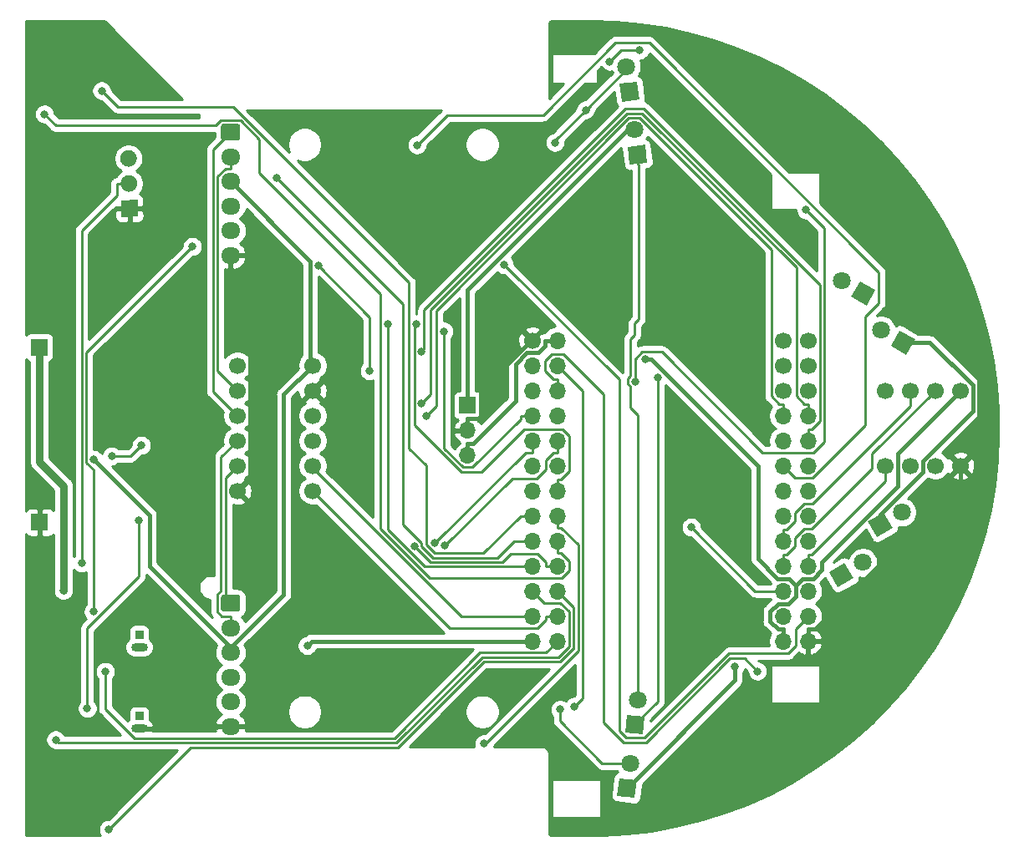
<source format=gbr>
%TF.GenerationSoftware,KiCad,Pcbnew,5.1.10*%
%TF.CreationDate,2021-10-31T20:18:17+09:00*%
%TF.ProjectId,ZeroPCB,5a65726f-5043-4422-9e6b-696361645f70,rev?*%
%TF.SameCoordinates,Original*%
%TF.FileFunction,Copper,L2,Bot*%
%TF.FilePolarity,Positive*%
%FSLAX46Y46*%
G04 Gerber Fmt 4.6, Leading zero omitted, Abs format (unit mm)*
G04 Created by KiCad (PCBNEW 5.1.10) date 2021-10-31 20:18:17*
%MOMM*%
%LPD*%
G01*
G04 APERTURE LIST*
%TA.AperFunction,ComponentPad*%
%ADD10R,0.850000X0.850000*%
%TD*%
%TA.AperFunction,ComponentPad*%
%ADD11O,1.700000X0.850000*%
%TD*%
%TA.AperFunction,ComponentPad*%
%ADD12C,1.800000*%
%TD*%
%TA.AperFunction,ComponentPad*%
%ADD13C,0.100000*%
%TD*%
%TA.AperFunction,ComponentPad*%
%ADD14R,1.700000X1.700000*%
%TD*%
%TA.AperFunction,ComponentPad*%
%ADD15O,1.700000X1.700000*%
%TD*%
%TA.AperFunction,ComponentPad*%
%ADD16O,1.950000X1.700000*%
%TD*%
%TA.AperFunction,ComponentPad*%
%ADD17C,1.700000*%
%TD*%
%TA.AperFunction,ViaPad*%
%ADD18C,0.800000*%
%TD*%
%TA.AperFunction,Conductor*%
%ADD19C,0.400000*%
%TD*%
%TA.AperFunction,Conductor*%
%ADD20C,0.250000*%
%TD*%
%TA.AperFunction,Conductor*%
%ADD21C,0.800000*%
%TD*%
%TA.AperFunction,Conductor*%
%ADD22C,0.254000*%
%TD*%
%TA.AperFunction,Conductor*%
%ADD23C,0.100000*%
%TD*%
G04 APERTURE END LIST*
D10*
%TO.P,J1,1*%
%TO.N,Net-(J1-Pad1)*%
X110734000Y-114991000D03*
D11*
%TO.P,J1,2*%
%TO.N,Net-(J1-Pad2)*%
X110734000Y-116241000D03*
%TD*%
%TO.P,J2,2*%
%TO.N,GND*%
X110734000Y-124491000D03*
D10*
%TO.P,J2,1*%
%TO.N,Net-(J1-Pad2)*%
X110734000Y-123241000D03*
%TD*%
D12*
%TO.P,D5,2*%
%TO.N,Net-(D4-Pad1)*%
X184033705Y-107671000D03*
%TA.AperFunction,ComponentPad*%
D13*
%TO.P,D5,1*%
%TO.N,Net-(D5-Pad1)*%
G36*
X181504577Y-110170423D02*
G01*
X180604577Y-108611577D01*
X182163423Y-107711577D01*
X183063423Y-109270423D01*
X181504577Y-110170423D01*
G37*
%TD.AperFunction*%
%TD*%
%TA.AperFunction,ComponentPad*%
%TO.P,D8,1*%
%TO.N,+3.3VA*%
G36*
X189313423Y-85062077D02*
G01*
X188413423Y-86620923D01*
X186854577Y-85720923D01*
X187754577Y-84162077D01*
X189313423Y-85062077D01*
G37*
%TD.AperFunction*%
D12*
%TO.P,D8,2*%
%TO.N,Net-(C8-Pad2)*%
X185884295Y-84121500D03*
%TD*%
%TO.P,D2,2*%
%TO.N,+BATT*%
X160874452Y-63820433D03*
%TA.AperFunction,ComponentPad*%
D13*
%TO.P,D2,1*%
%TO.N,Net-(D2-Pad1)*%
G36*
X162186974Y-67125109D02*
G01*
X160400391Y-67344474D01*
X160181026Y-65557891D01*
X161967609Y-65338526D01*
X162186974Y-67125109D01*
G37*
%TD.AperFunction*%
%TD*%
%TA.AperFunction,ComponentPad*%
%TO.P,D3,1*%
%TO.N,Net-(D3-Pad1)*%
G36*
X161717609Y-125093974D02*
G01*
X159931026Y-124874609D01*
X160150391Y-123088026D01*
X161936974Y-123307391D01*
X161717609Y-125093974D01*
G37*
%TD.AperFunction*%
D12*
%TO.P,D3,2*%
%TO.N,Net-(D2-Pad1)*%
X161243548Y-121569933D03*
%TD*%
%TA.AperFunction,ComponentPad*%
D13*
%TO.P,D4,1*%
%TO.N,Net-(D4-Pad1)*%
G36*
X185313423Y-80061977D02*
G01*
X184413423Y-81620823D01*
X182854577Y-80720823D01*
X183754577Y-79161977D01*
X185313423Y-80061977D01*
G37*
%TD.AperFunction*%
D12*
%TO.P,D4,2*%
%TO.N,+BATT*%
X181884295Y-79121400D03*
%TD*%
%TA.AperFunction,ComponentPad*%
D13*
%TO.P,D6,1*%
%TO.N,+3.3VA*%
G36*
X161386974Y-60725009D02*
G01*
X159600391Y-60944374D01*
X159381026Y-59157791D01*
X161167609Y-58938426D01*
X161386974Y-60725009D01*
G37*
%TD.AperFunction*%
D12*
%TO.P,D6,2*%
%TO.N,Net-(C4-Pad2)*%
X160074452Y-57420333D03*
%TD*%
%TO.P,D7,2*%
%TO.N,Net-(C6-Pad2)*%
X160443548Y-128019933D03*
%TA.AperFunction,ComponentPad*%
D13*
%TO.P,D7,1*%
%TO.N,+3.3VA*%
G36*
X160917609Y-131543974D02*
G01*
X159131026Y-131324609D01*
X159350391Y-129538026D01*
X161136974Y-129757391D01*
X160917609Y-131543974D01*
G37*
%TD.AperFunction*%
%TD*%
D12*
%TO.P,D9,2*%
%TO.N,Net-(C9-Pad2)*%
X187983705Y-102571000D03*
%TA.AperFunction,ComponentPad*%
D13*
%TO.P,D9,1*%
%TO.N,+3.3VA*%
G36*
X185454577Y-105070423D02*
G01*
X184554577Y-103511577D01*
X186113423Y-102611577D01*
X187013423Y-104170423D01*
X185454577Y-105070423D01*
G37*
%TD.AperFunction*%
%TD*%
D14*
%TO.P,J3,1*%
%TO.N,+BATT*%
X144000000Y-91750000D03*
D15*
%TO.P,J3,2*%
%TO.N,GND*%
X144000000Y-94290000D03*
%TO.P,J3,3*%
%TO.N,+3V3*%
X144000000Y-96830000D03*
%TD*%
D16*
%TO.P,J4,6*%
%TO.N,GND*%
X119984000Y-76541500D03*
%TO.P,J4,5*%
%TO.N,/MicroController/Left_EncoderB*%
X119984000Y-74041500D03*
%TO.P,J4,4*%
%TO.N,/MicroController/Left_EncoderA*%
X119984000Y-71541500D03*
%TO.P,J4,3*%
%TO.N,+3V3*%
X119984000Y-69041500D03*
%TO.P,J4,2*%
%TO.N,Net-(J4-Pad2)*%
X119984000Y-66541500D03*
%TO.P,J4,1*%
%TO.N,Net-(J4-Pad1)*%
%TA.AperFunction,ComponentPad*%
G36*
G01*
X119259000Y-63191500D02*
X120709000Y-63191500D01*
G75*
G02*
X120959000Y-63441500I0J-250000D01*
G01*
X120959000Y-64641500D01*
G75*
G02*
X120709000Y-64891500I-250000J0D01*
G01*
X119259000Y-64891500D01*
G75*
G02*
X119009000Y-64641500I0J250000D01*
G01*
X119009000Y-63441500D01*
G75*
G02*
X119259000Y-63191500I250000J0D01*
G01*
G37*
%TD.AperFunction*%
%TD*%
%TO.P,J5,1*%
%TO.N,Net-(J5-Pad1)*%
%TA.AperFunction,ComponentPad*%
G36*
G01*
X119259000Y-110941000D02*
X120709000Y-110941000D01*
G75*
G02*
X120959000Y-111191000I0J-250000D01*
G01*
X120959000Y-112391000D01*
G75*
G02*
X120709000Y-112641000I-250000J0D01*
G01*
X119259000Y-112641000D01*
G75*
G02*
X119009000Y-112391000I0J250000D01*
G01*
X119009000Y-111191000D01*
G75*
G02*
X119259000Y-110941000I250000J0D01*
G01*
G37*
%TD.AperFunction*%
%TO.P,J5,2*%
%TO.N,Net-(J5-Pad2)*%
X119984000Y-114291000D03*
%TO.P,J5,3*%
%TO.N,+3V3*%
X119984000Y-116791000D03*
%TO.P,J5,4*%
%TO.N,/MicroController/Right_EncoderA*%
X119984000Y-119291000D03*
%TO.P,J5,5*%
%TO.N,/MicroController/Right_EncoderB*%
X119984000Y-121791000D03*
%TO.P,J5,6*%
%TO.N,GND*%
X119984000Y-124291000D03*
%TD*%
%TA.AperFunction,ComponentPad*%
D13*
%TO.P,SW1,1*%
%TO.N,GND*%
G36*
X110569036Y-70926795D02*
G01*
X110598705Y-72626536D01*
X108898964Y-72656205D01*
X108869295Y-70956464D01*
X110569036Y-70926795D01*
G37*
%TD.AperFunction*%
%TO.P,SW1,2*%
%TO.N,Net-(Q1-Pad1)*%
%TA.AperFunction,ComponentPad*%
G36*
G01*
X110539542Y-69237052D02*
X110539542Y-69237052D01*
G75*
G02*
X109704506Y-70101758I-849871J-14835D01*
G01*
X109704506Y-70101758D01*
G75*
G02*
X108839800Y-69266722I-14835J849871D01*
G01*
X108839800Y-69266722D01*
G75*
G02*
X109674836Y-68402016I849871J14835D01*
G01*
X109674836Y-68402016D01*
G75*
G02*
X110539542Y-69237052I14835J-849871D01*
G01*
G37*
%TD.AperFunction*%
%TO.P,SW1,3*%
%TO.N,N/C*%
%TA.AperFunction,ComponentPad*%
G36*
G01*
X110495213Y-66697439D02*
X110495213Y-66697439D01*
G75*
G02*
X109660177Y-67562145I-849871J-14835D01*
G01*
X109660177Y-67562145D01*
G75*
G02*
X108795471Y-66727109I-14835J849871D01*
G01*
X108795471Y-66727109D01*
G75*
G02*
X109630507Y-65862403I849871J14835D01*
G01*
X109630507Y-65862403D01*
G75*
G02*
X110495213Y-66697439I14835J-849871D01*
G01*
G37*
%TD.AperFunction*%
%TD*%
D17*
%TO.P,J6,8*%
%TO.N,GND*%
X193895000Y-97867500D03*
%TO.P,J6,7*%
%TO.N,N/C*%
X191355000Y-97867500D03*
%TO.P,J6,6*%
X188815000Y-97867500D03*
%TO.P,J6,5*%
%TO.N,/GyroSensor/IMU_CS*%
X186275000Y-97867500D03*
%TO.P,J6,4*%
%TO.N,/GyroSensor/IMU_MISO*%
X186275000Y-90247500D03*
%TO.P,J6,3*%
%TO.N,/GyroSensor/IMU_MOSI*%
X188815000Y-90247500D03*
%TO.P,J6,2*%
%TO.N,/GyroSensor/IMU_CLK*%
X191355000Y-90247500D03*
%TO.P,J6,1*%
%TO.N,+3V3*%
X193895000Y-90247500D03*
%TD*%
%TO.P,J8,1*%
%TO.N,+BATT*%
X120674000Y-87707500D03*
%TO.P,J8,2*%
%TO.N,Net-(J4-Pad2)*%
X120674000Y-90247500D03*
%TO.P,J8,3*%
%TO.N,Net-(J4-Pad1)*%
X120674000Y-92787500D03*
%TO.P,J8,4*%
%TO.N,Net-(J5-Pad2)*%
X120674000Y-95327500D03*
%TO.P,J8,5*%
%TO.N,Net-(J5-Pad1)*%
X120674000Y-97867500D03*
%TO.P,J8,6*%
%TO.N,GND*%
X120674000Y-100407500D03*
%TO.P,J8,7*%
%TO.N,/MicroController/Right_Motor_OUT2*%
X128294000Y-100407500D03*
%TO.P,J8,8*%
%TO.N,/MicroController/Right_Motor_OUT1*%
X128294000Y-97867500D03*
%TO.P,J8,9*%
%TO.N,/MicroController/Left_Motor_OUT2*%
X128294000Y-95327500D03*
%TO.P,J8,10*%
%TO.N,/MicroController/Left_Motor_OUT1*%
X128294000Y-92787500D03*
%TO.P,J8,11*%
%TO.N,GND*%
X128294000Y-90247500D03*
%TO.P,J8,12*%
%TO.N,+3V3*%
X128294000Y-87707500D03*
%TD*%
D15*
%TO.P,J7,46*%
%TO.N,/MicroController/Left_Motor_OUT2*%
X175934000Y-92787400D03*
%TO.P,J7,45*%
%TO.N,/MicroController/Left_Motor_OUT1*%
X178474000Y-92787400D03*
%TO.P,J7,44*%
%TO.N,N/C*%
X175934000Y-95327400D03*
%TO.P,J7,43*%
%TO.N,/Communication/SWCLK*%
X178474000Y-95327400D03*
%TO.P,J7,42*%
%TO.N,/Communication/SWDIO*%
X175934000Y-97867400D03*
%TO.P,J7,41*%
%TO.N,N/C*%
X178474000Y-97867400D03*
%TO.P,J7,40*%
X175934000Y-100407400D03*
%TO.P,J7,39*%
X178474000Y-100407400D03*
%TO.P,J7,38*%
X175934000Y-102947400D03*
%TO.P,J7,37*%
X178474000Y-102947400D03*
%TO.P,J7,36*%
%TO.N,/GyroSensor/IMU_MOSI*%
X175934000Y-105487400D03*
%TO.P,J7,35*%
%TO.N,/GyroSensor/IMU_MISO*%
X178474000Y-105487400D03*
%TO.P,J7,34*%
%TO.N,/GyroSensor/IMU_CLK*%
X175934000Y-108027400D03*
%TO.P,J7,33*%
%TO.N,/GyroSensor/IMU_CS*%
X178474000Y-108027400D03*
%TO.P,J7,32*%
%TO.N,/IRSensor/IR_Sensor_OUT2*%
X175934000Y-110567400D03*
%TO.P,J7,31*%
%TO.N,/IRSensor/IR_Sensor_OUT1*%
X178474000Y-110567400D03*
%TO.P,J7,30*%
%TO.N,/MicroController/Left_EncoderB*%
X175934000Y-113107400D03*
%TO.P,J7,29*%
%TO.N,/MicroController/Left_EncoderA*%
X178474000Y-113107400D03*
%TO.P,J7,28*%
%TO.N,+3V3*%
X175934000Y-115647400D03*
%TO.P,J7,27*%
%TO.N,GND*%
X178474000Y-115647400D03*
%TO.P,J7,26*%
%TO.N,/Communication/NRST*%
X153074000Y-115647400D03*
%TO.P,J7,25*%
%TO.N,+3V3*%
X150534000Y-115647400D03*
%TO.P,J7,24*%
%TO.N,/MicroController/Right_Motor_OUT2*%
X153074000Y-113107400D03*
%TO.P,J7,23*%
%TO.N,/MicroController/Right_Motor_OUT1*%
X150534000Y-113107400D03*
%TO.P,J7,22*%
%TO.N,/Debug/LED6*%
X153074000Y-110567400D03*
%TO.P,J7,21*%
%TO.N,/Debug/LED5*%
X150534000Y-110567400D03*
%TO.P,J7,20*%
%TO.N,/Debug/LED4*%
X153074000Y-108027400D03*
%TO.P,J7,19*%
%TO.N,/Debug/LED3*%
X150534000Y-108027400D03*
%TO.P,J7,18*%
%TO.N,/Debug/LED2*%
X153074000Y-105487400D03*
%TO.P,J7,17*%
%TO.N,/Debug/LED1*%
X150534000Y-105487400D03*
%TO.P,J7,16*%
%TO.N,/Debug/Button2*%
X153074000Y-102947400D03*
%TO.P,J7,15*%
%TO.N,/Debug/Button1*%
X150534000Y-102947400D03*
%TO.P,J7,14*%
%TO.N,/Communication/UART_RX*%
X153074000Y-100407400D03*
%TO.P,J7,13*%
%TO.N,/Communication/UART_TX*%
X150534000Y-100407400D03*
%TO.P,J7,12*%
%TO.N,N/C*%
X153074000Y-97867400D03*
%TO.P,J7,11*%
X150534000Y-97867400D03*
%TO.P,J7,10*%
%TO.N,/MicroController/Right_EncoderB*%
X153074000Y-95327400D03*
%TO.P,J7,9*%
%TO.N,/MicroController/Right_EncoderA*%
X150534000Y-95327400D03*
%TO.P,J7,8*%
%TO.N,N/C*%
X153074000Y-92787400D03*
%TO.P,J7,7*%
%TO.N,/MicroController/BAT_REF*%
X150534000Y-92787400D03*
%TO.P,J7,6*%
%TO.N,/IRSensor/IR_Sensor_IN4*%
X153074000Y-90247400D03*
%TO.P,J7,5*%
%TO.N,/IRSensor/IR_Sensor_IN3*%
X150534000Y-90247400D03*
%TO.P,J7,4*%
%TO.N,/IRSensor/IR_Sensor_IN2*%
X153074000Y-87707400D03*
%TO.P,J7,3*%
%TO.N,/IRSensor/IR_Sensor_IN1*%
X150534000Y-87707400D03*
%TO.P,J7,2*%
%TO.N,+3V3*%
X153074000Y-85167400D03*
D17*
%TO.P,J7,1*%
%TO.N,GND*%
X150534000Y-85167400D03*
%TO.P,J7,47*%
%TO.N,N/C*%
X178474000Y-90247400D03*
%TO.P,J7,48*%
X175934000Y-90247400D03*
%TO.P,J7,49*%
X178474000Y-87707400D03*
%TO.P,J7,50*%
X175934000Y-87707400D03*
%TO.P,J7,51*%
X178474000Y-85167400D03*
%TO.P,J7,52*%
%TO.N,/Debug/Buzzer*%
X175934000Y-85167400D03*
%TD*%
D14*
%TO.P,J9,1*%
%TO.N,Net-(J1-Pad1)*%
X100600000Y-85850000D03*
%TD*%
%TO.P,J12,1*%
%TO.N,GND*%
X100650000Y-103600000D03*
%TD*%
D18*
%TO.N,GND*%
X187495300Y-79427200D03*
X131500000Y-87750000D03*
X131452500Y-90247500D03*
X114800000Y-118600000D03*
X114800000Y-102600000D03*
X114800000Y-117000000D03*
X114800000Y-101200000D03*
X157000000Y-71400000D03*
X159400000Y-71400000D03*
X154400000Y-71400000D03*
X154400000Y-71400000D03*
X154400000Y-71400000D03*
X162600000Y-71400000D03*
X172000000Y-121000000D03*
X194400000Y-84200000D03*
X172100000Y-127650000D03*
X164750000Y-111900000D03*
X167450000Y-114400000D03*
X165300000Y-117950000D03*
X138850000Y-69500000D03*
X142050000Y-69450000D03*
X146500000Y-119450000D03*
X149600000Y-119500000D03*
X194400000Y-86200000D03*
X194350000Y-100200000D03*
X194350000Y-101450000D03*
X173050000Y-85300000D03*
X173050000Y-87400000D03*
X173100000Y-89900000D03*
X181886100Y-111686100D03*
X181850000Y-115100000D03*
X178400000Y-75750000D03*
X175500000Y-73150000D03*
X162850000Y-59250000D03*
X162850000Y-60900000D03*
X164650000Y-77700000D03*
X164550000Y-81500000D03*
%TO.N,+3.3VA*%
X171062600Y-118208600D03*
%TO.N,Net-(C2-Pad1)*%
X110943800Y-95791400D03*
X107936900Y-96866000D03*
%TO.N,/IRSensor/1.65V*%
X158390200Y-56881900D03*
X161429647Y-55720141D03*
%TO.N,Net-(C4-Pad2)*%
X152830000Y-65100000D03*
X155950000Y-61800000D03*
%TO.N,Net-(C6-Pad2)*%
X153352600Y-122564800D03*
%TO.N,/IRSensor/IR_Sensor_IN2*%
X154819400Y-122244200D03*
%TO.N,/IRSensor/IR_Sensor_IN3*%
X178273100Y-71948800D03*
X160955100Y-89311200D03*
%TO.N,/IRSensor/IR_Sensor_IN4*%
X173360000Y-118691400D03*
%TO.N,Net-(D3-Pad1)*%
X163236100Y-88908800D03*
%TO.N,Net-(J1-Pad1)*%
X103050000Y-110500000D03*
%TO.N,+3V3*%
X106117200Y-97232800D03*
X162022000Y-87071700D03*
X127750000Y-116100000D03*
%TO.N,/MicroController/Left_EncoderA*%
X147694100Y-77486500D03*
%TO.N,/MicroController/Left_EncoderB*%
X134050400Y-88226800D03*
X128858600Y-77602900D03*
%TO.N,/MicroController/Right_EncoderB*%
X141657000Y-105977600D03*
%TO.N,/MicroController/Right_EncoderA*%
X140656600Y-105706000D03*
%TO.N,/IRSensor/IR_Sensor_OUT2*%
X166637200Y-104094000D03*
%TO.N,/Communication/SWDIO*%
X106083400Y-112639200D03*
X116114100Y-75632800D03*
X138857900Y-65355900D03*
%TO.N,/Communication/SWCLK*%
X105463400Y-122455300D03*
X139317000Y-86261000D03*
X110683990Y-103437332D03*
%TO.N,/MicroController/Left_Motor_OUT1*%
X139335700Y-91571600D03*
%TO.N,/MicroController/Left_Motor_OUT2*%
X139774400Y-92861200D03*
%TO.N,/Communication/NRST*%
X107278800Y-118714500D03*
%TO.N,/Debug/LED6*%
X107658000Y-134716800D03*
%TO.N,/Debug/LED5*%
X102265000Y-125634300D03*
%TO.N,/Debug/LED4*%
X138611400Y-106013500D03*
%TO.N,/Debug/LED3*%
X135878800Y-83545500D03*
%TO.N,/Debug/LED2*%
X101138200Y-62221100D03*
%TO.N,/Debug/LED1*%
X124648800Y-68718000D03*
%TO.N,/Debug/Button2*%
X145645500Y-126050500D03*
%TO.N,/Debug/Button1*%
X106930400Y-59853000D03*
%TO.N,/Communication/UART_RX*%
X138788200Y-83489200D03*
%TO.N,/MicroController/BAT_REF*%
X141590200Y-84230000D03*
%TO.N,Net-(Q1-Pad1)*%
X104885300Y-107725000D03*
%TD*%
D19*
%TO.N,GND*%
X119984000Y-76541500D02*
X119984000Y-77791800D01*
X120674000Y-100407500D02*
X121950800Y-99130700D01*
X121950800Y-99130700D02*
X121950800Y-79758600D01*
X121950800Y-79758600D02*
X119984000Y-77791800D01*
X193895000Y-97867500D02*
X195754200Y-96008300D01*
X195754200Y-96008300D02*
X195754200Y-87686100D01*
X195754200Y-87686100D02*
X194359050Y-86290950D01*
X178474000Y-114397100D02*
X179175100Y-114397100D01*
X179175100Y-114397100D02*
X181886100Y-111686100D01*
X193895000Y-99677200D02*
X193895000Y-97867500D01*
X119984000Y-124291000D02*
X118608700Y-124291000D01*
X118608700Y-124291000D02*
X118408700Y-124491000D01*
X118408700Y-124491000D02*
X110734000Y-124491000D01*
X144000000Y-94290000D02*
X144000000Y-93039700D01*
X145289600Y-90291100D02*
X145289600Y-92817400D01*
X145289600Y-92817400D02*
X145067300Y-93039700D01*
X145067300Y-93039700D02*
X144000000Y-93039700D01*
X178474000Y-115647400D02*
X178474000Y-114397100D01*
X150413300Y-85167400D02*
X145289600Y-90291100D01*
X150534000Y-85167400D02*
X150413300Y-85167400D01*
X194359050Y-86290950D02*
X187495300Y-79427200D01*
X181886100Y-111686100D02*
X193895000Y-99677200D01*
%TO.N,+3.3VA*%
X171062600Y-119612400D02*
X171062600Y-118208600D01*
X160134000Y-130541000D02*
X171062600Y-119612400D01*
X190085000Y-98500770D02*
X185784000Y-102801770D01*
X190085000Y-97365300D02*
X190085000Y-98500770D01*
X195151000Y-92299300D02*
X190085000Y-97365300D01*
X195151000Y-89725300D02*
X195151000Y-92299300D01*
X190817200Y-85391500D02*
X195151000Y-89725300D01*
X188084000Y-85391500D02*
X190817200Y-85391500D01*
X185784000Y-103841000D02*
X185784000Y-102801770D01*
D20*
%TO.N,Net-(C2-Pad1)*%
X107936900Y-96866000D02*
X109869200Y-96866000D01*
X109869200Y-96866000D02*
X110943800Y-95791400D01*
%TO.N,/IRSensor/1.65V*%
X158390200Y-56881900D02*
X159551959Y-55720141D01*
X159551959Y-55720141D02*
X161429647Y-55720141D01*
%TO.N,Net-(C4-Pad2)*%
X152830000Y-64920000D02*
X152830000Y-65100000D01*
X155950000Y-61800000D02*
X152830000Y-64920000D01*
X160074452Y-57675548D02*
X160074452Y-57420333D01*
X155950000Y-61800000D02*
X160074452Y-57675548D01*
%TO.N,Net-(C6-Pad2)*%
X153352600Y-122564800D02*
X153352600Y-123759600D01*
X157612933Y-128019933D02*
X153352600Y-123759600D01*
X160443548Y-128019933D02*
X157612933Y-128019933D01*
%TO.N,/IRSensor/IR_Sensor_IN2*%
X153074000Y-87707400D02*
X155665500Y-90298900D01*
X155665500Y-90298900D02*
X155665500Y-121398100D01*
X155665500Y-121398100D02*
X154819400Y-122244200D01*
%TO.N,/IRSensor/IR_Sensor_IN3*%
X160955100Y-89311200D02*
X160955100Y-87060500D01*
X160955100Y-87060500D02*
X161684200Y-86331400D01*
X161684200Y-86331400D02*
X163682800Y-86331400D01*
X163682800Y-86331400D02*
X173859600Y-96508200D01*
X173859600Y-96508200D02*
X179024900Y-96508200D01*
X179024900Y-96508200D02*
X180109600Y-95423500D01*
X180109600Y-95423500D02*
X180109600Y-73785300D01*
X180109600Y-73785300D02*
X178273100Y-71948800D01*
%TO.N,/IRSensor/IR_Sensor_IN4*%
X153074000Y-90247400D02*
X153074000Y-89072100D01*
X153074000Y-89072100D02*
X152706700Y-89072100D01*
X152706700Y-89072100D02*
X151873400Y-88238800D01*
X151873400Y-88238800D02*
X151873400Y-87192100D01*
X151873400Y-87192100D02*
X152539600Y-86525900D01*
X152539600Y-86525900D02*
X153663500Y-86525900D01*
X153663500Y-86525900D02*
X157763900Y-90626300D01*
X157763900Y-90626300D02*
X157763900Y-123885500D01*
X157763900Y-123885500D02*
X159786800Y-125908400D01*
X159786800Y-125908400D02*
X162081500Y-125908400D01*
X162081500Y-125908400D02*
X170576200Y-117413700D01*
X170576200Y-117413700D02*
X172082300Y-117413700D01*
X172082300Y-117413700D02*
X173360000Y-118691400D01*
D19*
%TO.N,+BATT*%
X144000000Y-91750000D02*
X144000000Y-90499700D01*
X144000000Y-90499700D02*
X144000000Y-80011000D01*
X144000000Y-80011000D02*
X160190600Y-63820400D01*
X160190600Y-63820400D02*
X160874500Y-63820400D01*
D20*
%TO.N,Net-(D2-Pad1)*%
X161243500Y-121569900D02*
X161243500Y-92723200D01*
X161243500Y-92723200D02*
X160477000Y-91956700D01*
X160229800Y-89010800D02*
X160477000Y-88763600D01*
X160430000Y-90041100D02*
X160430000Y-89811800D01*
X160477000Y-85007800D02*
X160901400Y-84583400D01*
X160430000Y-89811800D02*
X160229800Y-89611600D01*
X160229800Y-89611600D02*
X160229800Y-89010800D01*
X160477000Y-88763600D02*
X160477000Y-85007800D01*
X160477000Y-91956700D02*
X160477000Y-90088100D01*
X160477000Y-90088100D02*
X160430000Y-90041100D01*
X160901400Y-84583400D02*
X160901400Y-83451000D01*
X161351700Y-83000700D02*
X161351700Y-67707000D01*
X161351700Y-67707000D02*
X161184000Y-66341500D01*
X160901400Y-83451000D02*
X161351700Y-83000700D01*
%TO.N,Net-(D3-Pad1)*%
X160934000Y-124091000D02*
X163236100Y-121788900D01*
X163236100Y-121788900D02*
X163236100Y-88908800D01*
D21*
%TO.N,Net-(J1-Pad1)*%
X103050000Y-99900000D02*
X103050000Y-110500000D01*
X100600000Y-97450000D02*
X103050000Y-99900000D01*
X100600000Y-85850000D02*
X100600000Y-97450000D01*
D19*
%TO.N,+3V3*%
X144000000Y-96830000D02*
X144000000Y-95579700D01*
X153074000Y-85167400D02*
X151823700Y-85167400D01*
X151823700Y-85167400D02*
X151823700Y-85714500D01*
X151823700Y-85714500D02*
X151120500Y-86417700D01*
X151120500Y-86417700D02*
X150012100Y-86417700D01*
X150012100Y-86417700D02*
X148833300Y-87596500D01*
X148833300Y-87596500D02*
X148833300Y-91264500D01*
X148833300Y-91264500D02*
X144518100Y-95579700D01*
X144518100Y-95579700D02*
X144000000Y-95579700D01*
X119993000Y-116266400D02*
X125363200Y-110896200D01*
X125363200Y-110896200D02*
X125363200Y-90638300D01*
X125363200Y-90638300D02*
X128294000Y-87707500D01*
X119984000Y-116791000D02*
X119984000Y-116275400D01*
X119984000Y-116275400D02*
X119993000Y-116266400D01*
X106117200Y-97232800D02*
X111744200Y-102859800D01*
X111744200Y-102859800D02*
X111744200Y-108017600D01*
X111744200Y-108017600D02*
X119993000Y-116266400D01*
X119984000Y-69041500D02*
X128058300Y-77115800D01*
X128058300Y-77115800D02*
X128058300Y-87471800D01*
X128058300Y-87471800D02*
X128294000Y-87707500D01*
X177223600Y-109981600D02*
X176539400Y-109297400D01*
X176539400Y-109297400D02*
X175404700Y-109297400D01*
X175404700Y-109297400D02*
X173411500Y-107304200D01*
X173411500Y-107304200D02*
X173411500Y-97908100D01*
X173411500Y-97908100D02*
X162575100Y-87071700D01*
X162575100Y-87071700D02*
X162022000Y-87071700D01*
X177223600Y-109981600D02*
X177907800Y-109297400D01*
X177907800Y-109297400D02*
X178993100Y-109297400D01*
X178993100Y-109297400D02*
X179857400Y-108433100D01*
X179857400Y-108433100D02*
X179857400Y-107627100D01*
X179857400Y-107627100D02*
X187545000Y-99939500D01*
X187545000Y-99939500D02*
X187545000Y-96597500D01*
X187545000Y-96597500D02*
X193895000Y-90247500D01*
X175934000Y-114397100D02*
X175415900Y-114397100D01*
X175415900Y-114397100D02*
X174641800Y-113623000D01*
X174641800Y-113623000D02*
X174641800Y-112618500D01*
X174641800Y-112618500D02*
X175422900Y-111837400D01*
X175422900Y-111837400D02*
X176500100Y-111837400D01*
X176500100Y-111837400D02*
X177223600Y-111113900D01*
X177223600Y-111113900D02*
X177223600Y-109981600D01*
X175934000Y-115647400D02*
X175934000Y-114397100D01*
X128202600Y-115647400D02*
X127750000Y-116100000D01*
X150534000Y-115647400D02*
X128202600Y-115647400D01*
D20*
%TO.N,/MicroController/Left_EncoderA*%
X178474000Y-113107400D02*
X177204000Y-114377400D01*
X177204000Y-114377400D02*
X177204000Y-116109300D01*
X177204000Y-116109300D02*
X176435200Y-116878100D01*
X176435200Y-116878100D02*
X170474900Y-116878100D01*
X170474900Y-116878100D02*
X161895000Y-125458000D01*
X161895000Y-125458000D02*
X160026500Y-125458000D01*
X160026500Y-125458000D02*
X159341400Y-124772900D01*
X159341400Y-124772900D02*
X159341400Y-89133800D01*
X159341400Y-89133800D02*
X147694100Y-77486500D01*
%TO.N,/MicroController/Left_EncoderB*%
X128858600Y-77602900D02*
X134050400Y-82794700D01*
X134050400Y-82794700D02*
X134050400Y-88226800D01*
%TO.N,/MicroController/Right_EncoderB*%
X153074000Y-96502700D02*
X152706600Y-96502700D01*
X152706600Y-96502700D02*
X151898700Y-97310600D01*
X151898700Y-97310600D02*
X151898700Y-98203700D01*
X151898700Y-98203700D02*
X150965000Y-99137400D01*
X150965000Y-99137400D02*
X148497200Y-99137400D01*
X148497200Y-99137400D02*
X141657000Y-105977600D01*
X153074000Y-95327400D02*
X153074000Y-96502700D01*
%TO.N,/MicroController/Right_EncoderA*%
X150534000Y-96502700D02*
X149859900Y-96502700D01*
X149859900Y-96502700D02*
X140656600Y-105706000D01*
X150534000Y-95327400D02*
X150534000Y-96502700D01*
%TO.N,/GyroSensor/IMU_MOSI*%
X175934000Y-105487400D02*
X175934000Y-104312100D01*
X175934000Y-104312100D02*
X176301400Y-104312100D01*
X176301400Y-104312100D02*
X177109300Y-103504200D01*
X177109300Y-103504200D02*
X177109300Y-102611100D01*
X177109300Y-102611100D02*
X178043000Y-101677400D01*
X178043000Y-101677400D02*
X178910000Y-101677400D01*
X178910000Y-101677400D02*
X188815000Y-91772400D01*
X188815000Y-91772400D02*
X188815000Y-90247500D01*
%TO.N,/GyroSensor/IMU_CLK*%
X175934000Y-108027400D02*
X175934000Y-106852100D01*
X175934000Y-106852100D02*
X176301400Y-106852100D01*
X176301400Y-106852100D02*
X177109300Y-106044200D01*
X177109300Y-106044200D02*
X177109300Y-105167900D01*
X177109300Y-105167900D02*
X178059800Y-104217400D01*
X178059800Y-104217400D02*
X178869500Y-104217400D01*
X178869500Y-104217400D02*
X184934900Y-98152000D01*
X184934900Y-98152000D02*
X184934900Y-96667600D01*
X184934900Y-96667600D02*
X191355000Y-90247500D01*
%TO.N,/GyroSensor/IMU_CS*%
X178474000Y-108027400D02*
X178474000Y-106852100D01*
X186275000Y-97867500D02*
X186275000Y-99418400D01*
X186275000Y-99418400D02*
X178841300Y-106852100D01*
X178841300Y-106852100D02*
X178474000Y-106852100D01*
%TO.N,/IRSensor/IR_Sensor_OUT2*%
X175934000Y-110567400D02*
X173110600Y-110567400D01*
X173110600Y-110567400D02*
X166637200Y-104094000D01*
%TO.N,/Communication/SWDIO*%
X116114100Y-75632800D02*
X105391900Y-86355000D01*
X105391900Y-86355000D02*
X105391900Y-97533200D01*
X105391900Y-97533200D02*
X106083400Y-98224700D01*
X106083400Y-98224700D02*
X106083400Y-112639200D01*
X177114100Y-99047500D02*
X176783999Y-98717399D01*
X178964200Y-99047500D02*
X177114100Y-99047500D01*
X184275400Y-93736300D02*
X178964200Y-99047500D01*
X185644700Y-78256500D02*
X185644700Y-81358000D01*
X151629100Y-62305300D02*
X158939260Y-54995140D01*
X158939260Y-54995140D02*
X162383340Y-54995140D01*
X185644700Y-81358000D02*
X184275400Y-82727300D01*
X176783999Y-98717399D02*
X175934000Y-97867400D01*
X141908500Y-62305300D02*
X151629100Y-62305300D01*
X184275400Y-82727300D02*
X184275400Y-93736300D01*
X162383340Y-54995140D02*
X185644700Y-78256500D01*
X138857900Y-65355900D02*
X141908500Y-62305300D01*
%TO.N,/Communication/SWCLK*%
X139317000Y-86261000D02*
X139592000Y-85986000D01*
X139592000Y-85986000D02*
X139592000Y-82065500D01*
X139592000Y-82065500D02*
X159966300Y-61691200D01*
X159966300Y-61691200D02*
X161847200Y-61691200D01*
X161847200Y-61691200D02*
X179659200Y-79503200D01*
X179659200Y-79503200D02*
X179659200Y-93334200D01*
X179659200Y-93334200D02*
X178841300Y-94152100D01*
X178841300Y-94152100D02*
X178474000Y-94152100D01*
X178474000Y-95327400D02*
X178474000Y-94152100D01*
X110683990Y-109101210D02*
X110683990Y-103437332D01*
X105463400Y-114321800D02*
X110683990Y-109101210D01*
X105463400Y-122455300D02*
X105463400Y-114321800D01*
%TO.N,/MicroController/Left_Motor_OUT1*%
X139335700Y-91571600D02*
X140267500Y-90639800D01*
X140267500Y-90639800D02*
X140267500Y-82027000D01*
X140267500Y-82027000D02*
X160152900Y-62141600D01*
X160152900Y-62141600D02*
X161660700Y-62141600D01*
X161660700Y-62141600D02*
X177298700Y-77779600D01*
X177298700Y-77779600D02*
X177298700Y-90804200D01*
X177298700Y-90804200D02*
X178106600Y-91612100D01*
X178106600Y-91612100D02*
X178474000Y-91612100D01*
X178474000Y-92787400D02*
X178474000Y-91612100D01*
%TO.N,/MicroController/Left_Motor_OUT2*%
X175934000Y-92787400D02*
X175934000Y-91612100D01*
X175934000Y-91612100D02*
X175566600Y-91612100D01*
X175566600Y-91612100D02*
X174758700Y-90804200D01*
X174758700Y-90804200D02*
X174758700Y-75947400D01*
X174758700Y-75947400D02*
X161403300Y-62592000D01*
X161403300Y-62592000D02*
X160339400Y-62592000D01*
X160339400Y-62592000D02*
X140820500Y-82110900D01*
X140820500Y-82110900D02*
X140820500Y-91815100D01*
X140820500Y-91815100D02*
X139774400Y-92861200D01*
%TO.N,/Communication/NRST*%
X151898999Y-116822401D02*
X145254777Y-116822401D01*
X145254777Y-116822401D02*
X145254478Y-116822700D01*
X153074000Y-115647400D02*
X151898999Y-116822401D01*
X107278800Y-122521474D02*
X107278800Y-121921200D01*
X110238326Y-125481000D02*
X107278800Y-122521474D01*
X136596178Y-125481000D02*
X110238326Y-125481000D01*
X145254777Y-116822401D02*
X136596178Y-125481000D01*
X107278800Y-121921200D02*
X107278800Y-122141600D01*
X107278800Y-118714500D02*
X107278800Y-121921200D01*
%TO.N,/MicroController/Right_Motor_OUT2*%
X153074000Y-113107400D02*
X151898700Y-113107400D01*
X151898700Y-113107400D02*
X151898700Y-113474700D01*
X151898700Y-113474700D02*
X151061300Y-114312100D01*
X151061300Y-114312100D02*
X142198600Y-114312100D01*
X142198600Y-114312100D02*
X128294000Y-100407500D01*
%TO.N,/MicroController/Right_Motor_OUT1*%
X150534000Y-113107400D02*
X143345000Y-113107400D01*
X143345000Y-113107400D02*
X128294000Y-98056400D01*
X128294000Y-98056400D02*
X128294000Y-97867500D01*
%TO.N,/Debug/LED6*%
X115974800Y-126400000D02*
X107658000Y-134716800D01*
X145627577Y-117722423D02*
X136950000Y-126400000D01*
X153374390Y-117722423D02*
X145627577Y-117722423D01*
X154656213Y-116440600D02*
X153374390Y-117722423D01*
X154709400Y-116440600D02*
X154656213Y-116440600D01*
X154709400Y-112202800D02*
X154709400Y-116440600D01*
X136950000Y-126400000D02*
X115974800Y-126400000D01*
X153074000Y-110567400D02*
X154709400Y-112202800D01*
%TO.N,/Debug/LED5*%
X151383999Y-111417399D02*
X150534000Y-110567400D01*
X153374500Y-111742700D02*
X151709300Y-111742700D01*
X154258900Y-116158500D02*
X154258900Y-112627100D01*
X145441176Y-117272412D02*
X153144988Y-117272412D01*
X136782188Y-125931400D02*
X145441176Y-117272412D01*
X102562100Y-125931400D02*
X136782188Y-125931400D01*
X153144988Y-117272412D02*
X154258900Y-116158500D01*
X154258900Y-112627100D02*
X153374500Y-111742700D01*
X102265000Y-125634300D02*
X102562100Y-125931400D01*
X151709300Y-111742700D02*
X151383999Y-111417399D01*
%TO.N,/Debug/LED4*%
X151898700Y-108027400D02*
X151898700Y-107660100D01*
X151898700Y-107660100D02*
X151069500Y-106830900D01*
X151069500Y-106830900D02*
X148333500Y-106830900D01*
X148333500Y-106830900D02*
X147527800Y-107636600D01*
X147527800Y-107636600D02*
X140234500Y-107636600D01*
X140234500Y-107636600D02*
X138611400Y-106013500D01*
X153074000Y-108027400D02*
X151898700Y-108027400D01*
%TO.N,/Debug/LED3*%
X149358700Y-108027400D02*
X149299100Y-108087000D01*
X149299100Y-108087000D02*
X139657400Y-108087000D01*
X139657400Y-108087000D02*
X135878900Y-104308500D01*
X135878900Y-104308500D02*
X135878900Y-83545500D01*
X135878900Y-83545500D02*
X135878800Y-83545500D01*
X150534000Y-108027400D02*
X149358700Y-108027400D01*
%TO.N,/Debug/LED2*%
X153074000Y-105487400D02*
X153074000Y-106662700D01*
X153074000Y-106662700D02*
X153441300Y-106662700D01*
X153441300Y-106662700D02*
X154293800Y-107515200D01*
X154293800Y-107515200D02*
X154293800Y-108482400D01*
X154293800Y-108482400D02*
X153529700Y-109246500D01*
X153529700Y-109246500D02*
X140180000Y-109246500D01*
X140180000Y-109246500D02*
X135153400Y-104219900D01*
X135153400Y-104219900D02*
X135153400Y-80449600D01*
X135153400Y-80449600D02*
X122875000Y-68171200D01*
X122875000Y-68171200D02*
X122875000Y-64761800D01*
X122875000Y-64761800D02*
X120975600Y-62862400D01*
X120975600Y-62862400D02*
X118948200Y-62862400D01*
X118948200Y-62862400D02*
X118442400Y-63368200D01*
X118442400Y-63368200D02*
X102285300Y-63368200D01*
X102285300Y-63368200D02*
X101138200Y-62221100D01*
%TO.N,/Debug/LED1*%
X124648800Y-68718000D02*
X137426500Y-81495700D01*
X137426500Y-81495700D02*
X137426500Y-103802800D01*
X137426500Y-103802800D02*
X139336700Y-105713000D01*
X139336700Y-105713000D02*
X139336700Y-106067500D01*
X139336700Y-106067500D02*
X140455300Y-107186100D01*
X140455300Y-107186100D02*
X147023200Y-107186100D01*
X147023200Y-107186100D02*
X148721900Y-105487400D01*
X148721900Y-105487400D02*
X149358700Y-105487400D01*
X150534000Y-105487400D02*
X149358700Y-105487400D01*
%TO.N,/Debug/Button2*%
X153074000Y-104122700D02*
X153441300Y-104122700D01*
X153441300Y-104122700D02*
X155202500Y-105883900D01*
X155202500Y-105883900D02*
X155202500Y-116652700D01*
X155202500Y-116652700D02*
X145804700Y-126050500D01*
X145804700Y-126050500D02*
X145645500Y-126050500D01*
X153074000Y-102947400D02*
X153074000Y-104122700D01*
%TO.N,/Debug/Button1*%
X150534000Y-102947400D02*
X149358700Y-102947400D01*
X149358700Y-102947400D02*
X145570400Y-106735700D01*
X145570400Y-106735700D02*
X140641800Y-106735700D01*
X140641800Y-106735700D02*
X139798800Y-105892700D01*
X139798800Y-105892700D02*
X139798800Y-97848000D01*
X139798800Y-97848000D02*
X138062800Y-96112000D01*
X138062800Y-96112000D02*
X138062800Y-79286800D01*
X138062800Y-79286800D02*
X120271700Y-61495700D01*
X120271700Y-61495700D02*
X108573100Y-61495700D01*
X108573100Y-61495700D02*
X106930400Y-59853000D01*
%TO.N,/Communication/UART_RX*%
X153074000Y-100407400D02*
X153074000Y-99232100D01*
X153074000Y-99232100D02*
X153441300Y-99232100D01*
X153441300Y-99232100D02*
X154264000Y-98409400D01*
X154264000Y-98409400D02*
X154264000Y-94811500D01*
X154264000Y-94811500D02*
X153604200Y-94151700D01*
X153604200Y-94151700D02*
X149751100Y-94151700D01*
X149751100Y-94151700D02*
X145438400Y-98464400D01*
X145438400Y-98464400D02*
X143327600Y-98464400D01*
X143327600Y-98464400D02*
X138589400Y-93726200D01*
X138589400Y-93726200D02*
X138589400Y-83688000D01*
X138589400Y-83688000D02*
X138788200Y-83489200D01*
%TO.N,/MicroController/BAT_REF*%
X149358700Y-92787400D02*
X149358700Y-93146800D01*
X149358700Y-93146800D02*
X144491500Y-98014000D01*
X144491500Y-98014000D02*
X143514100Y-98014000D01*
X143514100Y-98014000D02*
X141590300Y-96090200D01*
X141590300Y-96090200D02*
X141590300Y-84230000D01*
X141590300Y-84230000D02*
X141590200Y-84230000D01*
X150534000Y-92787400D02*
X149358700Y-92787400D01*
%TO.N,Net-(Q1-Pad1)*%
X109689700Y-69251900D02*
X108506100Y-69272600D01*
X108506100Y-69272600D02*
X108506100Y-70435500D01*
X108506100Y-70435500D02*
X104885300Y-74056300D01*
X104885300Y-74056300D02*
X104885300Y-107725000D01*
%TO.N,Net-(J4-Pad1)*%
X120674000Y-92787500D02*
X118209100Y-90322600D01*
X118209100Y-90322600D02*
X118209100Y-65816400D01*
X118209100Y-65816400D02*
X119984000Y-64041500D01*
%TO.N,Net-(J4-Pad2)*%
X119984000Y-66541500D02*
X119984000Y-67716800D01*
X120674000Y-90247500D02*
X118659500Y-88233000D01*
X118659500Y-88233000D02*
X118659500Y-68527100D01*
X118659500Y-68527100D02*
X119469800Y-67716800D01*
X119469800Y-67716800D02*
X119984000Y-67716800D01*
%TO.N,Net-(J5-Pad2)*%
X119984000Y-114291000D02*
X119984000Y-113115700D01*
X120674000Y-95327500D02*
X119023400Y-96978100D01*
X119023400Y-96978100D02*
X119023400Y-110536600D01*
X119023400Y-110536600D02*
X118660400Y-110899600D01*
X118660400Y-110899600D02*
X118660400Y-112673600D01*
X118660400Y-112673600D02*
X119102500Y-113115700D01*
X119102500Y-113115700D02*
X119984000Y-113115700D01*
%TO.N,Net-(J5-Pad1)*%
X119984000Y-111791000D02*
X119473800Y-111280800D01*
X119473800Y-111280800D02*
X119473800Y-99067700D01*
X119473800Y-99067700D02*
X120674000Y-97867500D01*
%TD*%
D22*
%TO.N,GND*%
X133290400Y-83109502D02*
X133290401Y-87523088D01*
X133246463Y-87567026D01*
X133133195Y-87736544D01*
X133055174Y-87924902D01*
X133015400Y-88124861D01*
X133015400Y-88328739D01*
X133055174Y-88528698D01*
X133133195Y-88717056D01*
X133246463Y-88886574D01*
X133390626Y-89030737D01*
X133560144Y-89144005D01*
X133748502Y-89222026D01*
X133948461Y-89261800D01*
X134152339Y-89261800D01*
X134352298Y-89222026D01*
X134393401Y-89205001D01*
X134393400Y-103080999D01*
X129690044Y-98377643D01*
X129721932Y-98300658D01*
X129779000Y-98013760D01*
X129779000Y-97721240D01*
X129721932Y-97434342D01*
X129609990Y-97164089D01*
X129447475Y-96920868D01*
X129240632Y-96714025D01*
X129066240Y-96597500D01*
X129240632Y-96480975D01*
X129447475Y-96274132D01*
X129609990Y-96030911D01*
X129721932Y-95760658D01*
X129779000Y-95473760D01*
X129779000Y-95181240D01*
X129721932Y-94894342D01*
X129609990Y-94624089D01*
X129447475Y-94380868D01*
X129240632Y-94174025D01*
X129066240Y-94057500D01*
X129240632Y-93940975D01*
X129447475Y-93734132D01*
X129609990Y-93490911D01*
X129721932Y-93220658D01*
X129779000Y-92933760D01*
X129779000Y-92641240D01*
X129721932Y-92354342D01*
X129609990Y-92084089D01*
X129447475Y-91840868D01*
X129240632Y-91634025D01*
X129067271Y-91518189D01*
X129142792Y-91275897D01*
X128294000Y-90427105D01*
X127445208Y-91275897D01*
X127520729Y-91518189D01*
X127347368Y-91634025D01*
X127140525Y-91840868D01*
X126978010Y-92084089D01*
X126866068Y-92354342D01*
X126809000Y-92641240D01*
X126809000Y-92933760D01*
X126866068Y-93220658D01*
X126978010Y-93490911D01*
X127140525Y-93734132D01*
X127347368Y-93940975D01*
X127521760Y-94057500D01*
X127347368Y-94174025D01*
X127140525Y-94380868D01*
X126978010Y-94624089D01*
X126866068Y-94894342D01*
X126809000Y-95181240D01*
X126809000Y-95473760D01*
X126866068Y-95760658D01*
X126978010Y-96030911D01*
X127140525Y-96274132D01*
X127347368Y-96480975D01*
X127521760Y-96597500D01*
X127347368Y-96714025D01*
X127140525Y-96920868D01*
X126978010Y-97164089D01*
X126866068Y-97434342D01*
X126809000Y-97721240D01*
X126809000Y-98013760D01*
X126866068Y-98300658D01*
X126978010Y-98570911D01*
X127140525Y-98814132D01*
X127347368Y-99020975D01*
X127521760Y-99137500D01*
X127347368Y-99254025D01*
X127140525Y-99460868D01*
X126978010Y-99704089D01*
X126866068Y-99974342D01*
X126809000Y-100261240D01*
X126809000Y-100553760D01*
X126866068Y-100840658D01*
X126978010Y-101110911D01*
X127140525Y-101354132D01*
X127347368Y-101560975D01*
X127590589Y-101723490D01*
X127860842Y-101835432D01*
X128147740Y-101892500D01*
X128440260Y-101892500D01*
X128660408Y-101848709D01*
X141624098Y-114812400D01*
X128243618Y-114812400D01*
X128202599Y-114808360D01*
X128161581Y-114812400D01*
X128038911Y-114824482D01*
X127881513Y-114872228D01*
X127736454Y-114949764D01*
X127609309Y-115054109D01*
X127591067Y-115076337D01*
X127448102Y-115104774D01*
X127259744Y-115182795D01*
X127090226Y-115296063D01*
X126946063Y-115440226D01*
X126832795Y-115609744D01*
X126754774Y-115798102D01*
X126715000Y-115998061D01*
X126715000Y-116201939D01*
X126754774Y-116401898D01*
X126832795Y-116590256D01*
X126946063Y-116759774D01*
X127090226Y-116903937D01*
X127259744Y-117017205D01*
X127448102Y-117095226D01*
X127648061Y-117135000D01*
X127851939Y-117135000D01*
X128051898Y-117095226D01*
X128240256Y-117017205D01*
X128409774Y-116903937D01*
X128553937Y-116759774D01*
X128667205Y-116590256D01*
X128711881Y-116482400D01*
X144519976Y-116482400D01*
X136281377Y-124721000D01*
X121524864Y-124721000D01*
X121550476Y-124647890D01*
X121429155Y-124418000D01*
X120111000Y-124418000D01*
X120111000Y-124438000D01*
X119857000Y-124438000D01*
X119857000Y-124418000D01*
X118538845Y-124418000D01*
X118417524Y-124647890D01*
X118443136Y-124721000D01*
X112131657Y-124721000D01*
X112051257Y-124618000D01*
X110861000Y-124618000D01*
X110861000Y-124638000D01*
X110607000Y-124638000D01*
X110607000Y-124618000D01*
X110587000Y-124618000D01*
X110587000Y-124364000D01*
X110607000Y-124364000D01*
X110607000Y-124344000D01*
X110861000Y-124344000D01*
X110861000Y-124364000D01*
X112051257Y-124364000D01*
X112178540Y-124200938D01*
X112110916Y-124007692D01*
X111998336Y-123831269D01*
X111853501Y-123680199D01*
X111797072Y-123640750D01*
X111797072Y-122816000D01*
X111784812Y-122691518D01*
X111748502Y-122571820D01*
X111689537Y-122461506D01*
X111610185Y-122364815D01*
X111513494Y-122285463D01*
X111403180Y-122226498D01*
X111283482Y-122190188D01*
X111159000Y-122177928D01*
X110309000Y-122177928D01*
X110184518Y-122190188D01*
X110064820Y-122226498D01*
X109954506Y-122285463D01*
X109857815Y-122364815D01*
X109778463Y-122461506D01*
X109719498Y-122571820D01*
X109683188Y-122691518D01*
X109670928Y-122816000D01*
X109670928Y-123640750D01*
X109614499Y-123680199D01*
X109564489Y-123732362D01*
X108038800Y-122206673D01*
X108038800Y-119418211D01*
X108082737Y-119374274D01*
X108196005Y-119204756D01*
X108274026Y-119016398D01*
X108313800Y-118816439D01*
X108313800Y-118612561D01*
X108274026Y-118412602D01*
X108196005Y-118224244D01*
X108082737Y-118054726D01*
X107938574Y-117910563D01*
X107769056Y-117797295D01*
X107580698Y-117719274D01*
X107380739Y-117679500D01*
X107176861Y-117679500D01*
X106976902Y-117719274D01*
X106788544Y-117797295D01*
X106619026Y-117910563D01*
X106474863Y-118054726D01*
X106361595Y-118224244D01*
X106283574Y-118412602D01*
X106243800Y-118612561D01*
X106243800Y-118816439D01*
X106283574Y-119016398D01*
X106361595Y-119204756D01*
X106474863Y-119374274D01*
X106518800Y-119418211D01*
X106518801Y-121883857D01*
X106518800Y-121883867D01*
X106518800Y-122484152D01*
X106515124Y-122521474D01*
X106518800Y-122558796D01*
X106518800Y-122558806D01*
X106529797Y-122670459D01*
X106561152Y-122773824D01*
X106573254Y-122813720D01*
X106643826Y-122945750D01*
X106671563Y-122979547D01*
X106738799Y-123061475D01*
X106767803Y-123085278D01*
X108853924Y-125171400D01*
X103193536Y-125171400D01*
X103182205Y-125144044D01*
X103068937Y-124974526D01*
X102924774Y-124830363D01*
X102755256Y-124717095D01*
X102566898Y-124639074D01*
X102366939Y-124599300D01*
X102163061Y-124599300D01*
X101963102Y-124639074D01*
X101774744Y-124717095D01*
X101605226Y-124830363D01*
X101461063Y-124974526D01*
X101347795Y-125144044D01*
X101269774Y-125332402D01*
X101230000Y-125532361D01*
X101230000Y-125736239D01*
X101269774Y-125936198D01*
X101347795Y-126124556D01*
X101461063Y-126294074D01*
X101605226Y-126438237D01*
X101774744Y-126551505D01*
X101963102Y-126629526D01*
X102163061Y-126669300D01*
X102366939Y-126669300D01*
X102372721Y-126668150D01*
X102413114Y-126680403D01*
X102524767Y-126691400D01*
X102524777Y-126691400D01*
X102562100Y-126695076D01*
X102599423Y-126691400D01*
X114608598Y-126691400D01*
X107618199Y-133681800D01*
X107556061Y-133681800D01*
X107356102Y-133721574D01*
X107167744Y-133799595D01*
X106998226Y-133912863D01*
X106854063Y-134057026D01*
X106740795Y-134226544D01*
X106662774Y-134414902D01*
X106623000Y-134614861D01*
X106623000Y-134818739D01*
X106662774Y-135018698D01*
X106740795Y-135207056D01*
X106820564Y-135326439D01*
X99226920Y-135326435D01*
X99226921Y-104724905D01*
X99269463Y-104804494D01*
X99348815Y-104901185D01*
X99445506Y-104980537D01*
X99555820Y-105039502D01*
X99675518Y-105075812D01*
X99800000Y-105088072D01*
X100364250Y-105085000D01*
X100523000Y-104926250D01*
X100523000Y-103727000D01*
X100503000Y-103727000D01*
X100503000Y-103473000D01*
X100523000Y-103473000D01*
X100523000Y-102273750D01*
X100364250Y-102115000D01*
X99800000Y-102111928D01*
X99675518Y-102124188D01*
X99555820Y-102160498D01*
X99445506Y-102219463D01*
X99348815Y-102298815D01*
X99269463Y-102395506D01*
X99226921Y-102475095D01*
X99226922Y-87063583D01*
X99298815Y-87151185D01*
X99395506Y-87230537D01*
X99505820Y-87289502D01*
X99565000Y-87307454D01*
X99565001Y-97399162D01*
X99559994Y-97450000D01*
X99579977Y-97652895D01*
X99639160Y-97847993D01*
X99735266Y-98027797D01*
X99789378Y-98093732D01*
X99864605Y-98185396D01*
X99904092Y-98217802D01*
X102015000Y-100328711D01*
X102015000Y-102376574D01*
X101951185Y-102298815D01*
X101854494Y-102219463D01*
X101744180Y-102160498D01*
X101624482Y-102124188D01*
X101500000Y-102111928D01*
X100935750Y-102115000D01*
X100777000Y-102273750D01*
X100777000Y-103473000D01*
X100797000Y-103473000D01*
X100797000Y-103727000D01*
X100777000Y-103727000D01*
X100777000Y-104926250D01*
X100935750Y-105085000D01*
X101500000Y-105088072D01*
X101624482Y-105075812D01*
X101744180Y-105039502D01*
X101854494Y-104980537D01*
X101951185Y-104901185D01*
X102015000Y-104823425D01*
X102015001Y-110398056D01*
X102015000Y-110398061D01*
X102015000Y-110601939D01*
X102024971Y-110652067D01*
X102029977Y-110702895D01*
X102044803Y-110751768D01*
X102054774Y-110801898D01*
X102074335Y-110849122D01*
X102089160Y-110897993D01*
X102113235Y-110943034D01*
X102132795Y-110990256D01*
X102161191Y-111032753D01*
X102185267Y-111077797D01*
X102217668Y-111117278D01*
X102246063Y-111159774D01*
X102282203Y-111195914D01*
X102314605Y-111235396D01*
X102354087Y-111267798D01*
X102390226Y-111303937D01*
X102432721Y-111332331D01*
X102472204Y-111364734D01*
X102517250Y-111388812D01*
X102559744Y-111417205D01*
X102606962Y-111436763D01*
X102652008Y-111460841D01*
X102700884Y-111475668D01*
X102748102Y-111495226D01*
X102798226Y-111505196D01*
X102847106Y-111520024D01*
X102897942Y-111525031D01*
X102948061Y-111535000D01*
X102999162Y-111535000D01*
X103050000Y-111540007D01*
X103100838Y-111535000D01*
X103151939Y-111535000D01*
X103202057Y-111525031D01*
X103252895Y-111520024D01*
X103301777Y-111505196D01*
X103351898Y-111495226D01*
X103399113Y-111475669D01*
X103447993Y-111460841D01*
X103493042Y-111436762D01*
X103540256Y-111417205D01*
X103582746Y-111388814D01*
X103627797Y-111364734D01*
X103667284Y-111332328D01*
X103709774Y-111303937D01*
X103745908Y-111267803D01*
X103785396Y-111235396D01*
X103817803Y-111195908D01*
X103853937Y-111159774D01*
X103882328Y-111117284D01*
X103914734Y-111077797D01*
X103938814Y-111032746D01*
X103967205Y-110990256D01*
X103986762Y-110943042D01*
X104010841Y-110897993D01*
X104025669Y-110849113D01*
X104045226Y-110801898D01*
X104055196Y-110751777D01*
X104070024Y-110702895D01*
X104075031Y-110652057D01*
X104085000Y-110601939D01*
X104085000Y-108388411D01*
X104225526Y-108528937D01*
X104395044Y-108642205D01*
X104583402Y-108720226D01*
X104783361Y-108760000D01*
X104987239Y-108760000D01*
X105187198Y-108720226D01*
X105323401Y-108663809D01*
X105323401Y-111935488D01*
X105279463Y-111979426D01*
X105166195Y-112148944D01*
X105088174Y-112337302D01*
X105048400Y-112537261D01*
X105048400Y-112741139D01*
X105088174Y-112941098D01*
X105166195Y-113129456D01*
X105279463Y-113298974D01*
X105345444Y-113364955D01*
X104952398Y-113758001D01*
X104923400Y-113781799D01*
X104899602Y-113810797D01*
X104899601Y-113810798D01*
X104828426Y-113897524D01*
X104757854Y-114029554D01*
X104728166Y-114127427D01*
X104717341Y-114163114D01*
X104714398Y-114172815D01*
X104699724Y-114321800D01*
X104703401Y-114359132D01*
X104703400Y-121751589D01*
X104659463Y-121795526D01*
X104546195Y-121965044D01*
X104468174Y-122153402D01*
X104428400Y-122353361D01*
X104428400Y-122557239D01*
X104468174Y-122757198D01*
X104546195Y-122945556D01*
X104659463Y-123115074D01*
X104803626Y-123259237D01*
X104973144Y-123372505D01*
X105161502Y-123450526D01*
X105361461Y-123490300D01*
X105565339Y-123490300D01*
X105765298Y-123450526D01*
X105953656Y-123372505D01*
X106123174Y-123259237D01*
X106267337Y-123115074D01*
X106380605Y-122945556D01*
X106458626Y-122757198D01*
X106498400Y-122557239D01*
X106498400Y-122353361D01*
X106458626Y-122153402D01*
X106380605Y-121965044D01*
X106267337Y-121795526D01*
X106223400Y-121751589D01*
X106223400Y-116241000D01*
X109243872Y-116241000D01*
X109264338Y-116448796D01*
X109324950Y-116648607D01*
X109423378Y-116832753D01*
X109555841Y-116994159D01*
X109717247Y-117126622D01*
X109901393Y-117225050D01*
X110101204Y-117285662D01*
X110256934Y-117301000D01*
X111211066Y-117301000D01*
X111366796Y-117285662D01*
X111566607Y-117225050D01*
X111750753Y-117126622D01*
X111912159Y-116994159D01*
X112044622Y-116832753D01*
X112143050Y-116648607D01*
X112203662Y-116448796D01*
X112224128Y-116241000D01*
X112203662Y-116033204D01*
X112143050Y-115833393D01*
X112044622Y-115649247D01*
X111912159Y-115487841D01*
X111797072Y-115393391D01*
X111797072Y-114566000D01*
X111784812Y-114441518D01*
X111748502Y-114321820D01*
X111689537Y-114211506D01*
X111610185Y-114114815D01*
X111513494Y-114035463D01*
X111403180Y-113976498D01*
X111283482Y-113940188D01*
X111159000Y-113927928D01*
X110309000Y-113927928D01*
X110184518Y-113940188D01*
X110064820Y-113976498D01*
X109954506Y-114035463D01*
X109857815Y-114114815D01*
X109778463Y-114211506D01*
X109719498Y-114321820D01*
X109683188Y-114441518D01*
X109670928Y-114566000D01*
X109670928Y-115393391D01*
X109555841Y-115487841D01*
X109423378Y-115649247D01*
X109324950Y-115833393D01*
X109264338Y-116033204D01*
X109243872Y-116241000D01*
X106223400Y-116241000D01*
X106223400Y-114636601D01*
X111194994Y-109665008D01*
X111223991Y-109641211D01*
X111318964Y-109525486D01*
X111389536Y-109393457D01*
X111432993Y-109250196D01*
X111443990Y-109138543D01*
X111443990Y-109138534D01*
X111447666Y-109101211D01*
X111443990Y-109063888D01*
X111443990Y-108898257D01*
X118579777Y-116034046D01*
X118480401Y-116219966D01*
X118395487Y-116499889D01*
X118366815Y-116791000D01*
X118395487Y-117082111D01*
X118480401Y-117362034D01*
X118618294Y-117620014D01*
X118803866Y-117846134D01*
X119029986Y-118031706D01*
X119047374Y-118041000D01*
X119029986Y-118050294D01*
X118803866Y-118235866D01*
X118618294Y-118461986D01*
X118480401Y-118719966D01*
X118395487Y-118999889D01*
X118366815Y-119291000D01*
X118395487Y-119582111D01*
X118480401Y-119862034D01*
X118618294Y-120120014D01*
X118803866Y-120346134D01*
X119029986Y-120531706D01*
X119047374Y-120541000D01*
X119029986Y-120550294D01*
X118803866Y-120735866D01*
X118618294Y-120961986D01*
X118480401Y-121219966D01*
X118395487Y-121499889D01*
X118366815Y-121791000D01*
X118395487Y-122082111D01*
X118480401Y-122362034D01*
X118618294Y-122620014D01*
X118803866Y-122846134D01*
X119029986Y-123031706D01*
X119055722Y-123045462D01*
X118849571Y-123201951D01*
X118656504Y-123419807D01*
X118509648Y-123671142D01*
X118417524Y-123934110D01*
X118538845Y-124164000D01*
X119857000Y-124164000D01*
X119857000Y-124144000D01*
X120111000Y-124144000D01*
X120111000Y-124164000D01*
X121429155Y-124164000D01*
X121550476Y-123934110D01*
X121458352Y-123671142D01*
X121311496Y-123419807D01*
X121118429Y-123201951D01*
X120912278Y-123045462D01*
X120938014Y-123031706D01*
X121164134Y-122846134D01*
X121333779Y-122639420D01*
X125745381Y-122639420D01*
X125745381Y-122983458D01*
X125812499Y-123320886D01*
X125944157Y-123638736D01*
X126135294Y-123924793D01*
X126378566Y-124168065D01*
X126664623Y-124359202D01*
X126982473Y-124490860D01*
X127319901Y-124557978D01*
X127663939Y-124557978D01*
X128001367Y-124490860D01*
X128319217Y-124359202D01*
X128605274Y-124168065D01*
X128848546Y-123924793D01*
X129039683Y-123638736D01*
X129171341Y-123320886D01*
X129238459Y-122983458D01*
X129238459Y-122639420D01*
X129171341Y-122301992D01*
X129039683Y-121984142D01*
X128848546Y-121698085D01*
X128605274Y-121454813D01*
X128319217Y-121263676D01*
X128001367Y-121132018D01*
X127663939Y-121064900D01*
X127319901Y-121064900D01*
X126982473Y-121132018D01*
X126664623Y-121263676D01*
X126378566Y-121454813D01*
X126135294Y-121698085D01*
X125944157Y-121984142D01*
X125812499Y-122301992D01*
X125745381Y-122639420D01*
X121333779Y-122639420D01*
X121349706Y-122620014D01*
X121487599Y-122362034D01*
X121572513Y-122082111D01*
X121601185Y-121791000D01*
X121572513Y-121499889D01*
X121487599Y-121219966D01*
X121349706Y-120961986D01*
X121164134Y-120735866D01*
X120938014Y-120550294D01*
X120920626Y-120541000D01*
X120938014Y-120531706D01*
X121164134Y-120346134D01*
X121349706Y-120120014D01*
X121487599Y-119862034D01*
X121572513Y-119582111D01*
X121601185Y-119291000D01*
X121572513Y-118999889D01*
X121487599Y-118719966D01*
X121349706Y-118461986D01*
X121164134Y-118235866D01*
X120938014Y-118050294D01*
X120920626Y-118041000D01*
X120938014Y-118031706D01*
X121164134Y-117846134D01*
X121349706Y-117620014D01*
X121487599Y-117362034D01*
X121572513Y-117082111D01*
X121601185Y-116791000D01*
X121572513Y-116499889D01*
X121487599Y-116219966D01*
X121394492Y-116045775D01*
X125924633Y-111515636D01*
X125956491Y-111489491D01*
X125985785Y-111453797D01*
X126060836Y-111362346D01*
X126138372Y-111217287D01*
X126161888Y-111139764D01*
X126186118Y-111059889D01*
X126198200Y-110937219D01*
X126198200Y-110937218D01*
X126202240Y-110896200D01*
X126198200Y-110855182D01*
X126198200Y-90984167D01*
X126811367Y-90371001D01*
X126845401Y-90605519D01*
X126943081Y-90881247D01*
X127016528Y-91018657D01*
X127265603Y-91096292D01*
X128114395Y-90247500D01*
X128473605Y-90247500D01*
X129322397Y-91096292D01*
X129571472Y-91018657D01*
X129697371Y-90754617D01*
X129769339Y-90471089D01*
X129784611Y-90178969D01*
X129742599Y-89889481D01*
X129644919Y-89613753D01*
X129571472Y-89476343D01*
X129322397Y-89398708D01*
X128473605Y-90247500D01*
X128114395Y-90247500D01*
X128100253Y-90233358D01*
X128279858Y-90053753D01*
X128294000Y-90067895D01*
X129142792Y-89219103D01*
X129067271Y-88976811D01*
X129240632Y-88860975D01*
X129447475Y-88654132D01*
X129609990Y-88410911D01*
X129721932Y-88140658D01*
X129779000Y-87853760D01*
X129779000Y-87561240D01*
X129721932Y-87274342D01*
X129609990Y-87004089D01*
X129447475Y-86760868D01*
X129240632Y-86554025D01*
X128997411Y-86391510D01*
X128893300Y-86348386D01*
X128893300Y-78712401D01*
X133290400Y-83109502D01*
%TA.AperFunction,Conductor*%
D23*
G36*
X133290400Y-83109502D02*
G01*
X133290401Y-87523088D01*
X133246463Y-87567026D01*
X133133195Y-87736544D01*
X133055174Y-87924902D01*
X133015400Y-88124861D01*
X133015400Y-88328739D01*
X133055174Y-88528698D01*
X133133195Y-88717056D01*
X133246463Y-88886574D01*
X133390626Y-89030737D01*
X133560144Y-89144005D01*
X133748502Y-89222026D01*
X133948461Y-89261800D01*
X134152339Y-89261800D01*
X134352298Y-89222026D01*
X134393401Y-89205001D01*
X134393400Y-103080999D01*
X129690044Y-98377643D01*
X129721932Y-98300658D01*
X129779000Y-98013760D01*
X129779000Y-97721240D01*
X129721932Y-97434342D01*
X129609990Y-97164089D01*
X129447475Y-96920868D01*
X129240632Y-96714025D01*
X129066240Y-96597500D01*
X129240632Y-96480975D01*
X129447475Y-96274132D01*
X129609990Y-96030911D01*
X129721932Y-95760658D01*
X129779000Y-95473760D01*
X129779000Y-95181240D01*
X129721932Y-94894342D01*
X129609990Y-94624089D01*
X129447475Y-94380868D01*
X129240632Y-94174025D01*
X129066240Y-94057500D01*
X129240632Y-93940975D01*
X129447475Y-93734132D01*
X129609990Y-93490911D01*
X129721932Y-93220658D01*
X129779000Y-92933760D01*
X129779000Y-92641240D01*
X129721932Y-92354342D01*
X129609990Y-92084089D01*
X129447475Y-91840868D01*
X129240632Y-91634025D01*
X129067271Y-91518189D01*
X129142792Y-91275897D01*
X128294000Y-90427105D01*
X127445208Y-91275897D01*
X127520729Y-91518189D01*
X127347368Y-91634025D01*
X127140525Y-91840868D01*
X126978010Y-92084089D01*
X126866068Y-92354342D01*
X126809000Y-92641240D01*
X126809000Y-92933760D01*
X126866068Y-93220658D01*
X126978010Y-93490911D01*
X127140525Y-93734132D01*
X127347368Y-93940975D01*
X127521760Y-94057500D01*
X127347368Y-94174025D01*
X127140525Y-94380868D01*
X126978010Y-94624089D01*
X126866068Y-94894342D01*
X126809000Y-95181240D01*
X126809000Y-95473760D01*
X126866068Y-95760658D01*
X126978010Y-96030911D01*
X127140525Y-96274132D01*
X127347368Y-96480975D01*
X127521760Y-96597500D01*
X127347368Y-96714025D01*
X127140525Y-96920868D01*
X126978010Y-97164089D01*
X126866068Y-97434342D01*
X126809000Y-97721240D01*
X126809000Y-98013760D01*
X126866068Y-98300658D01*
X126978010Y-98570911D01*
X127140525Y-98814132D01*
X127347368Y-99020975D01*
X127521760Y-99137500D01*
X127347368Y-99254025D01*
X127140525Y-99460868D01*
X126978010Y-99704089D01*
X126866068Y-99974342D01*
X126809000Y-100261240D01*
X126809000Y-100553760D01*
X126866068Y-100840658D01*
X126978010Y-101110911D01*
X127140525Y-101354132D01*
X127347368Y-101560975D01*
X127590589Y-101723490D01*
X127860842Y-101835432D01*
X128147740Y-101892500D01*
X128440260Y-101892500D01*
X128660408Y-101848709D01*
X141624098Y-114812400D01*
X128243618Y-114812400D01*
X128202599Y-114808360D01*
X128161581Y-114812400D01*
X128038911Y-114824482D01*
X127881513Y-114872228D01*
X127736454Y-114949764D01*
X127609309Y-115054109D01*
X127591067Y-115076337D01*
X127448102Y-115104774D01*
X127259744Y-115182795D01*
X127090226Y-115296063D01*
X126946063Y-115440226D01*
X126832795Y-115609744D01*
X126754774Y-115798102D01*
X126715000Y-115998061D01*
X126715000Y-116201939D01*
X126754774Y-116401898D01*
X126832795Y-116590256D01*
X126946063Y-116759774D01*
X127090226Y-116903937D01*
X127259744Y-117017205D01*
X127448102Y-117095226D01*
X127648061Y-117135000D01*
X127851939Y-117135000D01*
X128051898Y-117095226D01*
X128240256Y-117017205D01*
X128409774Y-116903937D01*
X128553937Y-116759774D01*
X128667205Y-116590256D01*
X128711881Y-116482400D01*
X144519976Y-116482400D01*
X136281377Y-124721000D01*
X121524864Y-124721000D01*
X121550476Y-124647890D01*
X121429155Y-124418000D01*
X120111000Y-124418000D01*
X120111000Y-124438000D01*
X119857000Y-124438000D01*
X119857000Y-124418000D01*
X118538845Y-124418000D01*
X118417524Y-124647890D01*
X118443136Y-124721000D01*
X112131657Y-124721000D01*
X112051257Y-124618000D01*
X110861000Y-124618000D01*
X110861000Y-124638000D01*
X110607000Y-124638000D01*
X110607000Y-124618000D01*
X110587000Y-124618000D01*
X110587000Y-124364000D01*
X110607000Y-124364000D01*
X110607000Y-124344000D01*
X110861000Y-124344000D01*
X110861000Y-124364000D01*
X112051257Y-124364000D01*
X112178540Y-124200938D01*
X112110916Y-124007692D01*
X111998336Y-123831269D01*
X111853501Y-123680199D01*
X111797072Y-123640750D01*
X111797072Y-122816000D01*
X111784812Y-122691518D01*
X111748502Y-122571820D01*
X111689537Y-122461506D01*
X111610185Y-122364815D01*
X111513494Y-122285463D01*
X111403180Y-122226498D01*
X111283482Y-122190188D01*
X111159000Y-122177928D01*
X110309000Y-122177928D01*
X110184518Y-122190188D01*
X110064820Y-122226498D01*
X109954506Y-122285463D01*
X109857815Y-122364815D01*
X109778463Y-122461506D01*
X109719498Y-122571820D01*
X109683188Y-122691518D01*
X109670928Y-122816000D01*
X109670928Y-123640750D01*
X109614499Y-123680199D01*
X109564489Y-123732362D01*
X108038800Y-122206673D01*
X108038800Y-119418211D01*
X108082737Y-119374274D01*
X108196005Y-119204756D01*
X108274026Y-119016398D01*
X108313800Y-118816439D01*
X108313800Y-118612561D01*
X108274026Y-118412602D01*
X108196005Y-118224244D01*
X108082737Y-118054726D01*
X107938574Y-117910563D01*
X107769056Y-117797295D01*
X107580698Y-117719274D01*
X107380739Y-117679500D01*
X107176861Y-117679500D01*
X106976902Y-117719274D01*
X106788544Y-117797295D01*
X106619026Y-117910563D01*
X106474863Y-118054726D01*
X106361595Y-118224244D01*
X106283574Y-118412602D01*
X106243800Y-118612561D01*
X106243800Y-118816439D01*
X106283574Y-119016398D01*
X106361595Y-119204756D01*
X106474863Y-119374274D01*
X106518800Y-119418211D01*
X106518801Y-121883857D01*
X106518800Y-121883867D01*
X106518800Y-122484152D01*
X106515124Y-122521474D01*
X106518800Y-122558796D01*
X106518800Y-122558806D01*
X106529797Y-122670459D01*
X106561152Y-122773824D01*
X106573254Y-122813720D01*
X106643826Y-122945750D01*
X106671563Y-122979547D01*
X106738799Y-123061475D01*
X106767803Y-123085278D01*
X108853924Y-125171400D01*
X103193536Y-125171400D01*
X103182205Y-125144044D01*
X103068937Y-124974526D01*
X102924774Y-124830363D01*
X102755256Y-124717095D01*
X102566898Y-124639074D01*
X102366939Y-124599300D01*
X102163061Y-124599300D01*
X101963102Y-124639074D01*
X101774744Y-124717095D01*
X101605226Y-124830363D01*
X101461063Y-124974526D01*
X101347795Y-125144044D01*
X101269774Y-125332402D01*
X101230000Y-125532361D01*
X101230000Y-125736239D01*
X101269774Y-125936198D01*
X101347795Y-126124556D01*
X101461063Y-126294074D01*
X101605226Y-126438237D01*
X101774744Y-126551505D01*
X101963102Y-126629526D01*
X102163061Y-126669300D01*
X102366939Y-126669300D01*
X102372721Y-126668150D01*
X102413114Y-126680403D01*
X102524767Y-126691400D01*
X102524777Y-126691400D01*
X102562100Y-126695076D01*
X102599423Y-126691400D01*
X114608598Y-126691400D01*
X107618199Y-133681800D01*
X107556061Y-133681800D01*
X107356102Y-133721574D01*
X107167744Y-133799595D01*
X106998226Y-133912863D01*
X106854063Y-134057026D01*
X106740795Y-134226544D01*
X106662774Y-134414902D01*
X106623000Y-134614861D01*
X106623000Y-134818739D01*
X106662774Y-135018698D01*
X106740795Y-135207056D01*
X106820564Y-135326439D01*
X99226920Y-135326435D01*
X99226921Y-104724905D01*
X99269463Y-104804494D01*
X99348815Y-104901185D01*
X99445506Y-104980537D01*
X99555820Y-105039502D01*
X99675518Y-105075812D01*
X99800000Y-105088072D01*
X100364250Y-105085000D01*
X100523000Y-104926250D01*
X100523000Y-103727000D01*
X100503000Y-103727000D01*
X100503000Y-103473000D01*
X100523000Y-103473000D01*
X100523000Y-102273750D01*
X100364250Y-102115000D01*
X99800000Y-102111928D01*
X99675518Y-102124188D01*
X99555820Y-102160498D01*
X99445506Y-102219463D01*
X99348815Y-102298815D01*
X99269463Y-102395506D01*
X99226921Y-102475095D01*
X99226922Y-87063583D01*
X99298815Y-87151185D01*
X99395506Y-87230537D01*
X99505820Y-87289502D01*
X99565000Y-87307454D01*
X99565001Y-97399162D01*
X99559994Y-97450000D01*
X99579977Y-97652895D01*
X99639160Y-97847993D01*
X99735266Y-98027797D01*
X99789378Y-98093732D01*
X99864605Y-98185396D01*
X99904092Y-98217802D01*
X102015000Y-100328711D01*
X102015000Y-102376574D01*
X101951185Y-102298815D01*
X101854494Y-102219463D01*
X101744180Y-102160498D01*
X101624482Y-102124188D01*
X101500000Y-102111928D01*
X100935750Y-102115000D01*
X100777000Y-102273750D01*
X100777000Y-103473000D01*
X100797000Y-103473000D01*
X100797000Y-103727000D01*
X100777000Y-103727000D01*
X100777000Y-104926250D01*
X100935750Y-105085000D01*
X101500000Y-105088072D01*
X101624482Y-105075812D01*
X101744180Y-105039502D01*
X101854494Y-104980537D01*
X101951185Y-104901185D01*
X102015000Y-104823425D01*
X102015001Y-110398056D01*
X102015000Y-110398061D01*
X102015000Y-110601939D01*
X102024971Y-110652067D01*
X102029977Y-110702895D01*
X102044803Y-110751768D01*
X102054774Y-110801898D01*
X102074335Y-110849122D01*
X102089160Y-110897993D01*
X102113235Y-110943034D01*
X102132795Y-110990256D01*
X102161191Y-111032753D01*
X102185267Y-111077797D01*
X102217668Y-111117278D01*
X102246063Y-111159774D01*
X102282203Y-111195914D01*
X102314605Y-111235396D01*
X102354087Y-111267798D01*
X102390226Y-111303937D01*
X102432721Y-111332331D01*
X102472204Y-111364734D01*
X102517250Y-111388812D01*
X102559744Y-111417205D01*
X102606962Y-111436763D01*
X102652008Y-111460841D01*
X102700884Y-111475668D01*
X102748102Y-111495226D01*
X102798226Y-111505196D01*
X102847106Y-111520024D01*
X102897942Y-111525031D01*
X102948061Y-111535000D01*
X102999162Y-111535000D01*
X103050000Y-111540007D01*
X103100838Y-111535000D01*
X103151939Y-111535000D01*
X103202057Y-111525031D01*
X103252895Y-111520024D01*
X103301777Y-111505196D01*
X103351898Y-111495226D01*
X103399113Y-111475669D01*
X103447993Y-111460841D01*
X103493042Y-111436762D01*
X103540256Y-111417205D01*
X103582746Y-111388814D01*
X103627797Y-111364734D01*
X103667284Y-111332328D01*
X103709774Y-111303937D01*
X103745908Y-111267803D01*
X103785396Y-111235396D01*
X103817803Y-111195908D01*
X103853937Y-111159774D01*
X103882328Y-111117284D01*
X103914734Y-111077797D01*
X103938814Y-111032746D01*
X103967205Y-110990256D01*
X103986762Y-110943042D01*
X104010841Y-110897993D01*
X104025669Y-110849113D01*
X104045226Y-110801898D01*
X104055196Y-110751777D01*
X104070024Y-110702895D01*
X104075031Y-110652057D01*
X104085000Y-110601939D01*
X104085000Y-108388411D01*
X104225526Y-108528937D01*
X104395044Y-108642205D01*
X104583402Y-108720226D01*
X104783361Y-108760000D01*
X104987239Y-108760000D01*
X105187198Y-108720226D01*
X105323401Y-108663809D01*
X105323401Y-111935488D01*
X105279463Y-111979426D01*
X105166195Y-112148944D01*
X105088174Y-112337302D01*
X105048400Y-112537261D01*
X105048400Y-112741139D01*
X105088174Y-112941098D01*
X105166195Y-113129456D01*
X105279463Y-113298974D01*
X105345444Y-113364955D01*
X104952398Y-113758001D01*
X104923400Y-113781799D01*
X104899602Y-113810797D01*
X104899601Y-113810798D01*
X104828426Y-113897524D01*
X104757854Y-114029554D01*
X104728166Y-114127427D01*
X104717341Y-114163114D01*
X104714398Y-114172815D01*
X104699724Y-114321800D01*
X104703401Y-114359132D01*
X104703400Y-121751589D01*
X104659463Y-121795526D01*
X104546195Y-121965044D01*
X104468174Y-122153402D01*
X104428400Y-122353361D01*
X104428400Y-122557239D01*
X104468174Y-122757198D01*
X104546195Y-122945556D01*
X104659463Y-123115074D01*
X104803626Y-123259237D01*
X104973144Y-123372505D01*
X105161502Y-123450526D01*
X105361461Y-123490300D01*
X105565339Y-123490300D01*
X105765298Y-123450526D01*
X105953656Y-123372505D01*
X106123174Y-123259237D01*
X106267337Y-123115074D01*
X106380605Y-122945556D01*
X106458626Y-122757198D01*
X106498400Y-122557239D01*
X106498400Y-122353361D01*
X106458626Y-122153402D01*
X106380605Y-121965044D01*
X106267337Y-121795526D01*
X106223400Y-121751589D01*
X106223400Y-116241000D01*
X109243872Y-116241000D01*
X109264338Y-116448796D01*
X109324950Y-116648607D01*
X109423378Y-116832753D01*
X109555841Y-116994159D01*
X109717247Y-117126622D01*
X109901393Y-117225050D01*
X110101204Y-117285662D01*
X110256934Y-117301000D01*
X111211066Y-117301000D01*
X111366796Y-117285662D01*
X111566607Y-117225050D01*
X111750753Y-117126622D01*
X111912159Y-116994159D01*
X112044622Y-116832753D01*
X112143050Y-116648607D01*
X112203662Y-116448796D01*
X112224128Y-116241000D01*
X112203662Y-116033204D01*
X112143050Y-115833393D01*
X112044622Y-115649247D01*
X111912159Y-115487841D01*
X111797072Y-115393391D01*
X111797072Y-114566000D01*
X111784812Y-114441518D01*
X111748502Y-114321820D01*
X111689537Y-114211506D01*
X111610185Y-114114815D01*
X111513494Y-114035463D01*
X111403180Y-113976498D01*
X111283482Y-113940188D01*
X111159000Y-113927928D01*
X110309000Y-113927928D01*
X110184518Y-113940188D01*
X110064820Y-113976498D01*
X109954506Y-114035463D01*
X109857815Y-114114815D01*
X109778463Y-114211506D01*
X109719498Y-114321820D01*
X109683188Y-114441518D01*
X109670928Y-114566000D01*
X109670928Y-115393391D01*
X109555841Y-115487841D01*
X109423378Y-115649247D01*
X109324950Y-115833393D01*
X109264338Y-116033204D01*
X109243872Y-116241000D01*
X106223400Y-116241000D01*
X106223400Y-114636601D01*
X111194994Y-109665008D01*
X111223991Y-109641211D01*
X111318964Y-109525486D01*
X111389536Y-109393457D01*
X111432993Y-109250196D01*
X111443990Y-109138543D01*
X111443990Y-109138534D01*
X111447666Y-109101211D01*
X111443990Y-109063888D01*
X111443990Y-108898257D01*
X118579777Y-116034046D01*
X118480401Y-116219966D01*
X118395487Y-116499889D01*
X118366815Y-116791000D01*
X118395487Y-117082111D01*
X118480401Y-117362034D01*
X118618294Y-117620014D01*
X118803866Y-117846134D01*
X119029986Y-118031706D01*
X119047374Y-118041000D01*
X119029986Y-118050294D01*
X118803866Y-118235866D01*
X118618294Y-118461986D01*
X118480401Y-118719966D01*
X118395487Y-118999889D01*
X118366815Y-119291000D01*
X118395487Y-119582111D01*
X118480401Y-119862034D01*
X118618294Y-120120014D01*
X118803866Y-120346134D01*
X119029986Y-120531706D01*
X119047374Y-120541000D01*
X119029986Y-120550294D01*
X118803866Y-120735866D01*
X118618294Y-120961986D01*
X118480401Y-121219966D01*
X118395487Y-121499889D01*
X118366815Y-121791000D01*
X118395487Y-122082111D01*
X118480401Y-122362034D01*
X118618294Y-122620014D01*
X118803866Y-122846134D01*
X119029986Y-123031706D01*
X119055722Y-123045462D01*
X118849571Y-123201951D01*
X118656504Y-123419807D01*
X118509648Y-123671142D01*
X118417524Y-123934110D01*
X118538845Y-124164000D01*
X119857000Y-124164000D01*
X119857000Y-124144000D01*
X120111000Y-124144000D01*
X120111000Y-124164000D01*
X121429155Y-124164000D01*
X121550476Y-123934110D01*
X121458352Y-123671142D01*
X121311496Y-123419807D01*
X121118429Y-123201951D01*
X120912278Y-123045462D01*
X120938014Y-123031706D01*
X121164134Y-122846134D01*
X121333779Y-122639420D01*
X125745381Y-122639420D01*
X125745381Y-122983458D01*
X125812499Y-123320886D01*
X125944157Y-123638736D01*
X126135294Y-123924793D01*
X126378566Y-124168065D01*
X126664623Y-124359202D01*
X126982473Y-124490860D01*
X127319901Y-124557978D01*
X127663939Y-124557978D01*
X128001367Y-124490860D01*
X128319217Y-124359202D01*
X128605274Y-124168065D01*
X128848546Y-123924793D01*
X129039683Y-123638736D01*
X129171341Y-123320886D01*
X129238459Y-122983458D01*
X129238459Y-122639420D01*
X129171341Y-122301992D01*
X129039683Y-121984142D01*
X128848546Y-121698085D01*
X128605274Y-121454813D01*
X128319217Y-121263676D01*
X128001367Y-121132018D01*
X127663939Y-121064900D01*
X127319901Y-121064900D01*
X126982473Y-121132018D01*
X126664623Y-121263676D01*
X126378566Y-121454813D01*
X126135294Y-121698085D01*
X125944157Y-121984142D01*
X125812499Y-122301992D01*
X125745381Y-122639420D01*
X121333779Y-122639420D01*
X121349706Y-122620014D01*
X121487599Y-122362034D01*
X121572513Y-122082111D01*
X121601185Y-121791000D01*
X121572513Y-121499889D01*
X121487599Y-121219966D01*
X121349706Y-120961986D01*
X121164134Y-120735866D01*
X120938014Y-120550294D01*
X120920626Y-120541000D01*
X120938014Y-120531706D01*
X121164134Y-120346134D01*
X121349706Y-120120014D01*
X121487599Y-119862034D01*
X121572513Y-119582111D01*
X121601185Y-119291000D01*
X121572513Y-118999889D01*
X121487599Y-118719966D01*
X121349706Y-118461986D01*
X121164134Y-118235866D01*
X120938014Y-118050294D01*
X120920626Y-118041000D01*
X120938014Y-118031706D01*
X121164134Y-117846134D01*
X121349706Y-117620014D01*
X121487599Y-117362034D01*
X121572513Y-117082111D01*
X121601185Y-116791000D01*
X121572513Y-116499889D01*
X121487599Y-116219966D01*
X121394492Y-116045775D01*
X125924633Y-111515636D01*
X125956491Y-111489491D01*
X125985785Y-111453797D01*
X126060836Y-111362346D01*
X126138372Y-111217287D01*
X126161888Y-111139764D01*
X126186118Y-111059889D01*
X126198200Y-110937219D01*
X126198200Y-110937218D01*
X126202240Y-110896200D01*
X126198200Y-110855182D01*
X126198200Y-90984167D01*
X126811367Y-90371001D01*
X126845401Y-90605519D01*
X126943081Y-90881247D01*
X127016528Y-91018657D01*
X127265603Y-91096292D01*
X128114395Y-90247500D01*
X128473605Y-90247500D01*
X129322397Y-91096292D01*
X129571472Y-91018657D01*
X129697371Y-90754617D01*
X129769339Y-90471089D01*
X129784611Y-90178969D01*
X129742599Y-89889481D01*
X129644919Y-89613753D01*
X129571472Y-89476343D01*
X129322397Y-89398708D01*
X128473605Y-90247500D01*
X128114395Y-90247500D01*
X128100253Y-90233358D01*
X128279858Y-90053753D01*
X128294000Y-90067895D01*
X129142792Y-89219103D01*
X129067271Y-88976811D01*
X129240632Y-88860975D01*
X129447475Y-88654132D01*
X129609990Y-88410911D01*
X129721932Y-88140658D01*
X129779000Y-87853760D01*
X129779000Y-87561240D01*
X129721932Y-87274342D01*
X129609990Y-87004089D01*
X129447475Y-86760868D01*
X129240632Y-86554025D01*
X128997411Y-86391510D01*
X128893300Y-86348386D01*
X128893300Y-78712401D01*
X133290400Y-83109502D01*
G37*
%TD.AperFunction*%
D22*
X156480577Y-52796441D02*
X159011069Y-52873755D01*
X161520829Y-53104369D01*
X164011819Y-53487770D01*
X166474747Y-54022525D01*
X168900464Y-54706647D01*
X171279849Y-55537566D01*
X173604117Y-56512213D01*
X175864507Y-57626914D01*
X178052650Y-58877541D01*
X180160358Y-60259416D01*
X182179780Y-61767389D01*
X184103377Y-63395835D01*
X185923953Y-65138658D01*
X187634760Y-66989398D01*
X189229382Y-68941118D01*
X190701877Y-70986546D01*
X192046754Y-73118046D01*
X193258999Y-75327677D01*
X194334098Y-77607213D01*
X195268017Y-79948103D01*
X196057291Y-82341653D01*
X196698971Y-84778927D01*
X197190660Y-87250815D01*
X197530525Y-89748103D01*
X197717304Y-92261508D01*
X197750293Y-94781604D01*
X197629372Y-97299046D01*
X197354994Y-99804361D01*
X196928177Y-102288291D01*
X196350518Y-104741520D01*
X195624170Y-107154908D01*
X194751841Y-109519457D01*
X193736792Y-111826333D01*
X192582804Y-114066939D01*
X191294183Y-116232916D01*
X189875727Y-118316198D01*
X188332737Y-120308996D01*
X186670982Y-122203864D01*
X184896633Y-123993764D01*
X183016332Y-125671997D01*
X181037085Y-127232308D01*
X178966260Y-128668892D01*
X176811617Y-129976360D01*
X174581148Y-131149867D01*
X172283219Y-132185008D01*
X169926389Y-133077931D01*
X167519408Y-133825318D01*
X165071336Y-134424357D01*
X162591220Y-134872835D01*
X160088381Y-135169066D01*
X157565694Y-135312314D01*
X156486810Y-135326437D01*
X152528000Y-135326434D01*
X152441127Y-135317916D01*
X152392279Y-135303168D01*
X152347218Y-135279209D01*
X152307676Y-135246959D01*
X152275147Y-135207639D01*
X152250875Y-135162750D01*
X152235786Y-135114004D01*
X152226921Y-135029666D01*
X152226918Y-129800000D01*
X152473000Y-129800000D01*
X152473000Y-133400000D01*
X152475440Y-133424776D01*
X152482667Y-133448601D01*
X152494403Y-133470557D01*
X152510197Y-133489803D01*
X152529443Y-133505597D01*
X152551399Y-133517333D01*
X152575224Y-133524560D01*
X152600000Y-133527000D01*
X157400000Y-133527000D01*
X157424776Y-133524560D01*
X157448601Y-133517333D01*
X157470557Y-133505597D01*
X157489803Y-133489803D01*
X157505597Y-133470557D01*
X157517333Y-133448601D01*
X157524560Y-133424776D01*
X157527000Y-133400000D01*
X157527000Y-129800000D01*
X157524560Y-129775224D01*
X157517333Y-129751399D01*
X157505597Y-129729443D01*
X157489803Y-129710197D01*
X157470557Y-129694403D01*
X157448601Y-129682667D01*
X157424776Y-129675440D01*
X157400000Y-129673000D01*
X152600000Y-129673000D01*
X152575224Y-129675440D01*
X152551399Y-129682667D01*
X152529443Y-129694403D01*
X152510197Y-129710197D01*
X152494403Y-129729443D01*
X152482667Y-129751399D01*
X152475440Y-129775224D01*
X152473000Y-129800000D01*
X152226918Y-129800000D01*
X152226915Y-127097543D01*
X152230471Y-127061439D01*
X152216281Y-126917355D01*
X152174253Y-126778807D01*
X152106003Y-126651120D01*
X152014154Y-126539202D01*
X152014153Y-126539201D01*
X151902235Y-126447352D01*
X151774548Y-126379102D01*
X151636000Y-126337074D01*
X151491916Y-126322884D01*
X151455811Y-126326440D01*
X146645890Y-126326439D01*
X146656399Y-126273602D01*
X154905501Y-118024501D01*
X154905501Y-121083297D01*
X154779598Y-121209200D01*
X154717461Y-121209200D01*
X154517502Y-121248974D01*
X154329144Y-121326995D01*
X154159626Y-121440263D01*
X154015463Y-121584426D01*
X153933006Y-121707831D01*
X153842856Y-121647595D01*
X153654498Y-121569574D01*
X153454539Y-121529800D01*
X153250661Y-121529800D01*
X153050702Y-121569574D01*
X152862344Y-121647595D01*
X152692826Y-121760863D01*
X152548663Y-121905026D01*
X152435395Y-122074544D01*
X152357374Y-122262902D01*
X152317600Y-122462861D01*
X152317600Y-122666739D01*
X152357374Y-122866698D01*
X152435395Y-123055056D01*
X152548663Y-123224574D01*
X152592601Y-123268512D01*
X152592601Y-123722268D01*
X152588924Y-123759600D01*
X152592601Y-123796933D01*
X152603598Y-123908586D01*
X152612594Y-123938241D01*
X152647054Y-124051846D01*
X152717626Y-124183876D01*
X152756417Y-124231142D01*
X152812600Y-124299601D01*
X152841598Y-124323399D01*
X157049134Y-128530936D01*
X157072932Y-128559934D01*
X157188657Y-128654907D01*
X157320686Y-128725479D01*
X157463947Y-128768936D01*
X157575600Y-128779933D01*
X157575608Y-128779933D01*
X157612933Y-128783609D01*
X157650258Y-128779933D01*
X159105235Y-128779933D01*
X159198742Y-128919876D01*
X159179874Y-128923160D01*
X159063196Y-128968241D01*
X158957555Y-129035218D01*
X158867010Y-129121518D01*
X158795041Y-129223824D01*
X158744415Y-129338205D01*
X158717075Y-129460265D01*
X158497710Y-131246848D01*
X158494709Y-131371895D01*
X158516160Y-131495126D01*
X158561241Y-131611804D01*
X158628218Y-131717445D01*
X158714518Y-131807990D01*
X158816824Y-131879959D01*
X158931205Y-131930585D01*
X159053265Y-131957925D01*
X160839848Y-132177290D01*
X160964895Y-132180291D01*
X161088126Y-132158840D01*
X161204804Y-132113759D01*
X161310445Y-132046782D01*
X161400990Y-131960482D01*
X161472959Y-131858176D01*
X161523585Y-131743795D01*
X161550925Y-131621735D01*
X161735238Y-130120629D01*
X171624028Y-120231840D01*
X171655891Y-120205691D01*
X171760236Y-120078546D01*
X171837772Y-119933487D01*
X171885518Y-119776089D01*
X171897600Y-119653419D01*
X171897600Y-119653409D01*
X171901639Y-119612401D01*
X171897600Y-119571393D01*
X171897600Y-118821885D01*
X171979805Y-118698856D01*
X172057826Y-118510498D01*
X172065536Y-118471737D01*
X172325000Y-118731202D01*
X172325000Y-118793339D01*
X172364774Y-118993298D01*
X172442795Y-119181656D01*
X172556063Y-119351174D01*
X172700226Y-119495337D01*
X172869744Y-119608605D01*
X173058102Y-119686626D01*
X173258061Y-119726400D01*
X173461939Y-119726400D01*
X173661898Y-119686626D01*
X173850256Y-119608605D01*
X174019774Y-119495337D01*
X174163937Y-119351174D01*
X174277205Y-119181656D01*
X174355226Y-118993298D01*
X174395000Y-118793339D01*
X174395000Y-118589461D01*
X174355226Y-118389502D01*
X174277205Y-118201144D01*
X174276441Y-118200000D01*
X174673000Y-118200000D01*
X174673000Y-121800000D01*
X174675440Y-121824776D01*
X174682667Y-121848601D01*
X174694403Y-121870557D01*
X174710197Y-121889803D01*
X174729443Y-121905597D01*
X174751399Y-121917333D01*
X174775224Y-121924560D01*
X174800000Y-121927000D01*
X179600000Y-121927000D01*
X179624776Y-121924560D01*
X179648601Y-121917333D01*
X179670557Y-121905597D01*
X179689803Y-121889803D01*
X179705597Y-121870557D01*
X179717333Y-121848601D01*
X179724560Y-121824776D01*
X179727000Y-121800000D01*
X179727000Y-118200000D01*
X179724560Y-118175224D01*
X179717333Y-118151399D01*
X179705597Y-118129443D01*
X179689803Y-118110197D01*
X179670557Y-118094403D01*
X179648601Y-118082667D01*
X179624776Y-118075440D01*
X179600000Y-118073000D01*
X174800000Y-118073000D01*
X174775224Y-118075440D01*
X174751399Y-118082667D01*
X174729443Y-118094403D01*
X174710197Y-118110197D01*
X174694403Y-118129443D01*
X174682667Y-118151399D01*
X174675440Y-118175224D01*
X174673000Y-118200000D01*
X174276441Y-118200000D01*
X174163937Y-118031626D01*
X174019774Y-117887463D01*
X173850256Y-117774195D01*
X173661898Y-117696174D01*
X173461939Y-117656400D01*
X173399802Y-117656400D01*
X173381502Y-117638100D01*
X176397878Y-117638100D01*
X176435200Y-117641776D01*
X176472522Y-117638100D01*
X176472533Y-117638100D01*
X176584186Y-117627103D01*
X176727447Y-117583646D01*
X176859476Y-117513074D01*
X176975201Y-117418101D01*
X176999003Y-117389098D01*
X177567863Y-116820240D01*
X177592645Y-116842578D01*
X177842748Y-116991557D01*
X178117109Y-117088881D01*
X178347000Y-116968214D01*
X178347000Y-115774400D01*
X178601000Y-115774400D01*
X178601000Y-116968214D01*
X178830891Y-117088881D01*
X179105252Y-116991557D01*
X179355355Y-116842578D01*
X179571588Y-116647669D01*
X179745641Y-116414320D01*
X179870825Y-116151499D01*
X179915476Y-116004290D01*
X179794155Y-115774400D01*
X178601000Y-115774400D01*
X178347000Y-115774400D01*
X178327000Y-115774400D01*
X178327000Y-115520400D01*
X178347000Y-115520400D01*
X178347000Y-115500400D01*
X178601000Y-115500400D01*
X178601000Y-115520400D01*
X179794155Y-115520400D01*
X179915476Y-115290510D01*
X179870825Y-115143301D01*
X179745641Y-114880480D01*
X179571588Y-114647131D01*
X179355355Y-114452222D01*
X179238466Y-114382595D01*
X179420632Y-114260875D01*
X179627475Y-114054032D01*
X179789990Y-113810811D01*
X179901932Y-113540558D01*
X179959000Y-113253660D01*
X179959000Y-112961140D01*
X179901932Y-112674242D01*
X179789990Y-112403989D01*
X179627475Y-112160768D01*
X179420632Y-111953925D01*
X179246240Y-111837400D01*
X179420632Y-111720875D01*
X179627475Y-111514032D01*
X179789990Y-111270811D01*
X179901932Y-111000558D01*
X179959000Y-110713660D01*
X179959000Y-110421140D01*
X179901932Y-110134242D01*
X179789990Y-109863989D01*
X179716846Y-109754521D01*
X180230891Y-109240478D01*
X180951990Y-110489459D01*
X181024849Y-110591133D01*
X181116143Y-110676640D01*
X181222365Y-110742692D01*
X181339432Y-110786753D01*
X181462845Y-110807129D01*
X181587862Y-110803036D01*
X181709678Y-110774633D01*
X181823613Y-110723010D01*
X183382459Y-109823010D01*
X183484133Y-109750151D01*
X183569640Y-109658857D01*
X183635692Y-109552635D01*
X183679753Y-109435568D01*
X183700129Y-109312155D01*
X183696036Y-109187138D01*
X183691578Y-109168019D01*
X183882521Y-109206000D01*
X184184889Y-109206000D01*
X184481448Y-109147011D01*
X184760800Y-109031299D01*
X185012210Y-108863312D01*
X185226017Y-108649505D01*
X185394004Y-108398095D01*
X185509716Y-108118743D01*
X185568705Y-107822184D01*
X185568705Y-107519816D01*
X185509716Y-107223257D01*
X185394004Y-106943905D01*
X185226017Y-106692495D01*
X185012210Y-106478688D01*
X184760800Y-106310701D01*
X184481448Y-106194989D01*
X184184889Y-106136000D01*
X183882521Y-106136000D01*
X183585962Y-106194989D01*
X183306610Y-106310701D01*
X183055200Y-106478688D01*
X182841393Y-106692495D01*
X182673406Y-106943905D01*
X182561404Y-107214301D01*
X182551857Y-107205360D01*
X182445635Y-107139308D01*
X182328568Y-107095247D01*
X182205155Y-107074871D01*
X182080138Y-107078964D01*
X181958322Y-107107367D01*
X181844387Y-107158990D01*
X181044647Y-107620720D01*
X184306803Y-104358565D01*
X184901990Y-105389459D01*
X184974849Y-105491133D01*
X185066143Y-105576640D01*
X185172365Y-105642692D01*
X185289432Y-105686753D01*
X185412845Y-105707129D01*
X185537862Y-105703036D01*
X185659678Y-105674633D01*
X185773613Y-105623010D01*
X187332459Y-104723010D01*
X187434133Y-104650151D01*
X187519640Y-104558857D01*
X187585692Y-104452635D01*
X187629753Y-104335568D01*
X187650129Y-104212155D01*
X187646036Y-104087138D01*
X187641578Y-104068019D01*
X187832521Y-104106000D01*
X188134889Y-104106000D01*
X188431448Y-104047011D01*
X188710800Y-103931299D01*
X188962210Y-103763312D01*
X189176017Y-103549505D01*
X189344004Y-103298095D01*
X189459716Y-103018743D01*
X189518705Y-102722184D01*
X189518705Y-102419816D01*
X189459716Y-102123257D01*
X189344004Y-101843905D01*
X189176017Y-101592495D01*
X188962210Y-101378688D01*
X188710800Y-101210701D01*
X188601296Y-101165343D01*
X190610562Y-99156077D01*
X190651589Y-99183490D01*
X190921842Y-99295432D01*
X191208740Y-99352500D01*
X191501260Y-99352500D01*
X191788158Y-99295432D01*
X192058411Y-99183490D01*
X192301632Y-99020975D01*
X192426710Y-98895897D01*
X193046208Y-98895897D01*
X193123843Y-99144972D01*
X193387883Y-99270871D01*
X193671411Y-99342839D01*
X193963531Y-99358111D01*
X194253019Y-99316099D01*
X194528747Y-99218419D01*
X194666157Y-99144972D01*
X194743792Y-98895897D01*
X193895000Y-98047105D01*
X193046208Y-98895897D01*
X192426710Y-98895897D01*
X192508475Y-98814132D01*
X192624311Y-98640771D01*
X192866603Y-98716292D01*
X193715395Y-97867500D01*
X194074605Y-97867500D01*
X194923397Y-98716292D01*
X195172472Y-98638657D01*
X195298371Y-98374617D01*
X195370339Y-98091089D01*
X195385611Y-97798969D01*
X195343599Y-97509481D01*
X195245919Y-97233753D01*
X195172472Y-97096343D01*
X194923397Y-97018708D01*
X194074605Y-97867500D01*
X193715395Y-97867500D01*
X192866603Y-97018708D01*
X192624311Y-97094229D01*
X192508475Y-96920868D01*
X192426710Y-96839103D01*
X193046208Y-96839103D01*
X193895000Y-97687895D01*
X194743792Y-96839103D01*
X194666157Y-96590028D01*
X194402117Y-96464129D01*
X194118589Y-96392161D01*
X193826469Y-96376889D01*
X193536981Y-96418901D01*
X193261253Y-96516581D01*
X193123843Y-96590028D01*
X193046208Y-96839103D01*
X192426710Y-96839103D01*
X192301632Y-96714025D01*
X192071147Y-96560020D01*
X195712432Y-92918737D01*
X195744291Y-92892591D01*
X195784087Y-92844100D01*
X195848636Y-92765446D01*
X195926172Y-92620387D01*
X195973918Y-92462989D01*
X195990040Y-92299300D01*
X195986000Y-92258282D01*
X195986000Y-89766318D01*
X195990040Y-89725300D01*
X195983769Y-89661629D01*
X195973918Y-89561611D01*
X195926172Y-89404213D01*
X195848636Y-89259154D01*
X195834415Y-89241826D01*
X195770439Y-89163870D01*
X195770437Y-89163868D01*
X195744291Y-89132009D01*
X195712433Y-89105864D01*
X191436646Y-84830079D01*
X191410491Y-84798209D01*
X191283346Y-84693864D01*
X191138287Y-84616328D01*
X190980889Y-84568582D01*
X190858219Y-84556500D01*
X190858218Y-84556500D01*
X190817200Y-84552460D01*
X190776182Y-84556500D01*
X189698061Y-84556500D01*
X189632459Y-84509490D01*
X188073613Y-83609490D01*
X187959678Y-83557867D01*
X187837862Y-83529464D01*
X187712845Y-83525371D01*
X187589432Y-83545747D01*
X187472365Y-83589808D01*
X187366143Y-83655860D01*
X187356596Y-83664801D01*
X187244594Y-83394405D01*
X187076607Y-83142995D01*
X186862800Y-82929188D01*
X186611390Y-82761201D01*
X186332038Y-82645489D01*
X186035479Y-82586500D01*
X185733111Y-82586500D01*
X185436552Y-82645489D01*
X185428802Y-82648699D01*
X186155703Y-81921799D01*
X186184701Y-81898001D01*
X186279674Y-81782276D01*
X186350246Y-81650247D01*
X186393703Y-81506986D01*
X186404700Y-81395333D01*
X186404700Y-81395325D01*
X186408376Y-81358000D01*
X186404700Y-81320675D01*
X186404700Y-78293825D01*
X186408376Y-78256500D01*
X186404700Y-78219175D01*
X186404700Y-78219167D01*
X186393703Y-78107514D01*
X186350246Y-77964253D01*
X186279674Y-77832224D01*
X186184701Y-77716499D01*
X186155704Y-77692702D01*
X179727000Y-71263998D01*
X179727000Y-68200000D01*
X179724560Y-68175224D01*
X179717333Y-68151399D01*
X179705597Y-68129443D01*
X179689803Y-68110197D01*
X179670557Y-68094403D01*
X179648601Y-68082667D01*
X179624776Y-68075440D01*
X179600000Y-68073000D01*
X176536002Y-68073000D01*
X162947144Y-54484143D01*
X162923341Y-54455139D01*
X162807616Y-54360166D01*
X162675587Y-54289594D01*
X162532326Y-54246137D01*
X162420673Y-54235140D01*
X162420662Y-54235140D01*
X162383340Y-54231464D01*
X162346018Y-54235140D01*
X158976582Y-54235140D01*
X158939259Y-54231464D01*
X158901936Y-54235140D01*
X158901927Y-54235140D01*
X158790274Y-54246137D01*
X158647013Y-54289594D01*
X158514984Y-54360166D01*
X158514982Y-54360167D01*
X158514983Y-54360167D01*
X158428256Y-54431341D01*
X158428252Y-54431345D01*
X158399259Y-54455139D01*
X158375465Y-54484132D01*
X156786597Y-56073000D01*
X152600000Y-56073000D01*
X152575224Y-56075440D01*
X152551399Y-56082667D01*
X152529443Y-56094403D01*
X152510197Y-56110197D01*
X152494403Y-56129443D01*
X152482667Y-56151399D01*
X152475440Y-56175224D01*
X152473000Y-56200000D01*
X152473000Y-59000000D01*
X152475440Y-59024776D01*
X152482667Y-59048601D01*
X152494403Y-59070557D01*
X152510197Y-59089803D01*
X152529443Y-59105597D01*
X152551399Y-59117333D01*
X152575224Y-59124560D01*
X152600000Y-59127000D01*
X153732598Y-59127000D01*
X152226922Y-60632677D01*
X152226916Y-53097435D01*
X152235424Y-53010651D01*
X152250174Y-52961795D01*
X152274130Y-52916739D01*
X152306384Y-52877191D01*
X152345707Y-52844660D01*
X152390594Y-52820389D01*
X152439349Y-52805296D01*
X152523700Y-52796429D01*
X156480577Y-52796441D01*
%TA.AperFunction,Conductor*%
D23*
G36*
X156480577Y-52796441D02*
G01*
X159011069Y-52873755D01*
X161520829Y-53104369D01*
X164011819Y-53487770D01*
X166474747Y-54022525D01*
X168900464Y-54706647D01*
X171279849Y-55537566D01*
X173604117Y-56512213D01*
X175864507Y-57626914D01*
X178052650Y-58877541D01*
X180160358Y-60259416D01*
X182179780Y-61767389D01*
X184103377Y-63395835D01*
X185923953Y-65138658D01*
X187634760Y-66989398D01*
X189229382Y-68941118D01*
X190701877Y-70986546D01*
X192046754Y-73118046D01*
X193258999Y-75327677D01*
X194334098Y-77607213D01*
X195268017Y-79948103D01*
X196057291Y-82341653D01*
X196698971Y-84778927D01*
X197190660Y-87250815D01*
X197530525Y-89748103D01*
X197717304Y-92261508D01*
X197750293Y-94781604D01*
X197629372Y-97299046D01*
X197354994Y-99804361D01*
X196928177Y-102288291D01*
X196350518Y-104741520D01*
X195624170Y-107154908D01*
X194751841Y-109519457D01*
X193736792Y-111826333D01*
X192582804Y-114066939D01*
X191294183Y-116232916D01*
X189875727Y-118316198D01*
X188332737Y-120308996D01*
X186670982Y-122203864D01*
X184896633Y-123993764D01*
X183016332Y-125671997D01*
X181037085Y-127232308D01*
X178966260Y-128668892D01*
X176811617Y-129976360D01*
X174581148Y-131149867D01*
X172283219Y-132185008D01*
X169926389Y-133077931D01*
X167519408Y-133825318D01*
X165071336Y-134424357D01*
X162591220Y-134872835D01*
X160088381Y-135169066D01*
X157565694Y-135312314D01*
X156486810Y-135326437D01*
X152528000Y-135326434D01*
X152441127Y-135317916D01*
X152392279Y-135303168D01*
X152347218Y-135279209D01*
X152307676Y-135246959D01*
X152275147Y-135207639D01*
X152250875Y-135162750D01*
X152235786Y-135114004D01*
X152226921Y-135029666D01*
X152226918Y-129800000D01*
X152473000Y-129800000D01*
X152473000Y-133400000D01*
X152475440Y-133424776D01*
X152482667Y-133448601D01*
X152494403Y-133470557D01*
X152510197Y-133489803D01*
X152529443Y-133505597D01*
X152551399Y-133517333D01*
X152575224Y-133524560D01*
X152600000Y-133527000D01*
X157400000Y-133527000D01*
X157424776Y-133524560D01*
X157448601Y-133517333D01*
X157470557Y-133505597D01*
X157489803Y-133489803D01*
X157505597Y-133470557D01*
X157517333Y-133448601D01*
X157524560Y-133424776D01*
X157527000Y-133400000D01*
X157527000Y-129800000D01*
X157524560Y-129775224D01*
X157517333Y-129751399D01*
X157505597Y-129729443D01*
X157489803Y-129710197D01*
X157470557Y-129694403D01*
X157448601Y-129682667D01*
X157424776Y-129675440D01*
X157400000Y-129673000D01*
X152600000Y-129673000D01*
X152575224Y-129675440D01*
X152551399Y-129682667D01*
X152529443Y-129694403D01*
X152510197Y-129710197D01*
X152494403Y-129729443D01*
X152482667Y-129751399D01*
X152475440Y-129775224D01*
X152473000Y-129800000D01*
X152226918Y-129800000D01*
X152226915Y-127097543D01*
X152230471Y-127061439D01*
X152216281Y-126917355D01*
X152174253Y-126778807D01*
X152106003Y-126651120D01*
X152014154Y-126539202D01*
X152014153Y-126539201D01*
X151902235Y-126447352D01*
X151774548Y-126379102D01*
X151636000Y-126337074D01*
X151491916Y-126322884D01*
X151455811Y-126326440D01*
X146645890Y-126326439D01*
X146656399Y-126273602D01*
X154905501Y-118024501D01*
X154905501Y-121083297D01*
X154779598Y-121209200D01*
X154717461Y-121209200D01*
X154517502Y-121248974D01*
X154329144Y-121326995D01*
X154159626Y-121440263D01*
X154015463Y-121584426D01*
X153933006Y-121707831D01*
X153842856Y-121647595D01*
X153654498Y-121569574D01*
X153454539Y-121529800D01*
X153250661Y-121529800D01*
X153050702Y-121569574D01*
X152862344Y-121647595D01*
X152692826Y-121760863D01*
X152548663Y-121905026D01*
X152435395Y-122074544D01*
X152357374Y-122262902D01*
X152317600Y-122462861D01*
X152317600Y-122666739D01*
X152357374Y-122866698D01*
X152435395Y-123055056D01*
X152548663Y-123224574D01*
X152592601Y-123268512D01*
X152592601Y-123722268D01*
X152588924Y-123759600D01*
X152592601Y-123796933D01*
X152603598Y-123908586D01*
X152612594Y-123938241D01*
X152647054Y-124051846D01*
X152717626Y-124183876D01*
X152756417Y-124231142D01*
X152812600Y-124299601D01*
X152841598Y-124323399D01*
X157049134Y-128530936D01*
X157072932Y-128559934D01*
X157188657Y-128654907D01*
X157320686Y-128725479D01*
X157463947Y-128768936D01*
X157575600Y-128779933D01*
X157575608Y-128779933D01*
X157612933Y-128783609D01*
X157650258Y-128779933D01*
X159105235Y-128779933D01*
X159198742Y-128919876D01*
X159179874Y-128923160D01*
X159063196Y-128968241D01*
X158957555Y-129035218D01*
X158867010Y-129121518D01*
X158795041Y-129223824D01*
X158744415Y-129338205D01*
X158717075Y-129460265D01*
X158497710Y-131246848D01*
X158494709Y-131371895D01*
X158516160Y-131495126D01*
X158561241Y-131611804D01*
X158628218Y-131717445D01*
X158714518Y-131807990D01*
X158816824Y-131879959D01*
X158931205Y-131930585D01*
X159053265Y-131957925D01*
X160839848Y-132177290D01*
X160964895Y-132180291D01*
X161088126Y-132158840D01*
X161204804Y-132113759D01*
X161310445Y-132046782D01*
X161400990Y-131960482D01*
X161472959Y-131858176D01*
X161523585Y-131743795D01*
X161550925Y-131621735D01*
X161735238Y-130120629D01*
X171624028Y-120231840D01*
X171655891Y-120205691D01*
X171760236Y-120078546D01*
X171837772Y-119933487D01*
X171885518Y-119776089D01*
X171897600Y-119653419D01*
X171897600Y-119653409D01*
X171901639Y-119612401D01*
X171897600Y-119571393D01*
X171897600Y-118821885D01*
X171979805Y-118698856D01*
X172057826Y-118510498D01*
X172065536Y-118471737D01*
X172325000Y-118731202D01*
X172325000Y-118793339D01*
X172364774Y-118993298D01*
X172442795Y-119181656D01*
X172556063Y-119351174D01*
X172700226Y-119495337D01*
X172869744Y-119608605D01*
X173058102Y-119686626D01*
X173258061Y-119726400D01*
X173461939Y-119726400D01*
X173661898Y-119686626D01*
X173850256Y-119608605D01*
X174019774Y-119495337D01*
X174163937Y-119351174D01*
X174277205Y-119181656D01*
X174355226Y-118993298D01*
X174395000Y-118793339D01*
X174395000Y-118589461D01*
X174355226Y-118389502D01*
X174277205Y-118201144D01*
X174276441Y-118200000D01*
X174673000Y-118200000D01*
X174673000Y-121800000D01*
X174675440Y-121824776D01*
X174682667Y-121848601D01*
X174694403Y-121870557D01*
X174710197Y-121889803D01*
X174729443Y-121905597D01*
X174751399Y-121917333D01*
X174775224Y-121924560D01*
X174800000Y-121927000D01*
X179600000Y-121927000D01*
X179624776Y-121924560D01*
X179648601Y-121917333D01*
X179670557Y-121905597D01*
X179689803Y-121889803D01*
X179705597Y-121870557D01*
X179717333Y-121848601D01*
X179724560Y-121824776D01*
X179727000Y-121800000D01*
X179727000Y-118200000D01*
X179724560Y-118175224D01*
X179717333Y-118151399D01*
X179705597Y-118129443D01*
X179689803Y-118110197D01*
X179670557Y-118094403D01*
X179648601Y-118082667D01*
X179624776Y-118075440D01*
X179600000Y-118073000D01*
X174800000Y-118073000D01*
X174775224Y-118075440D01*
X174751399Y-118082667D01*
X174729443Y-118094403D01*
X174710197Y-118110197D01*
X174694403Y-118129443D01*
X174682667Y-118151399D01*
X174675440Y-118175224D01*
X174673000Y-118200000D01*
X174276441Y-118200000D01*
X174163937Y-118031626D01*
X174019774Y-117887463D01*
X173850256Y-117774195D01*
X173661898Y-117696174D01*
X173461939Y-117656400D01*
X173399802Y-117656400D01*
X173381502Y-117638100D01*
X176397878Y-117638100D01*
X176435200Y-117641776D01*
X176472522Y-117638100D01*
X176472533Y-117638100D01*
X176584186Y-117627103D01*
X176727447Y-117583646D01*
X176859476Y-117513074D01*
X176975201Y-117418101D01*
X176999003Y-117389098D01*
X177567863Y-116820240D01*
X177592645Y-116842578D01*
X177842748Y-116991557D01*
X178117109Y-117088881D01*
X178347000Y-116968214D01*
X178347000Y-115774400D01*
X178601000Y-115774400D01*
X178601000Y-116968214D01*
X178830891Y-117088881D01*
X179105252Y-116991557D01*
X179355355Y-116842578D01*
X179571588Y-116647669D01*
X179745641Y-116414320D01*
X179870825Y-116151499D01*
X179915476Y-116004290D01*
X179794155Y-115774400D01*
X178601000Y-115774400D01*
X178347000Y-115774400D01*
X178327000Y-115774400D01*
X178327000Y-115520400D01*
X178347000Y-115520400D01*
X178347000Y-115500400D01*
X178601000Y-115500400D01*
X178601000Y-115520400D01*
X179794155Y-115520400D01*
X179915476Y-115290510D01*
X179870825Y-115143301D01*
X179745641Y-114880480D01*
X179571588Y-114647131D01*
X179355355Y-114452222D01*
X179238466Y-114382595D01*
X179420632Y-114260875D01*
X179627475Y-114054032D01*
X179789990Y-113810811D01*
X179901932Y-113540558D01*
X179959000Y-113253660D01*
X179959000Y-112961140D01*
X179901932Y-112674242D01*
X179789990Y-112403989D01*
X179627475Y-112160768D01*
X179420632Y-111953925D01*
X179246240Y-111837400D01*
X179420632Y-111720875D01*
X179627475Y-111514032D01*
X179789990Y-111270811D01*
X179901932Y-111000558D01*
X179959000Y-110713660D01*
X179959000Y-110421140D01*
X179901932Y-110134242D01*
X179789990Y-109863989D01*
X179716846Y-109754521D01*
X180230891Y-109240478D01*
X180951990Y-110489459D01*
X181024849Y-110591133D01*
X181116143Y-110676640D01*
X181222365Y-110742692D01*
X181339432Y-110786753D01*
X181462845Y-110807129D01*
X181587862Y-110803036D01*
X181709678Y-110774633D01*
X181823613Y-110723010D01*
X183382459Y-109823010D01*
X183484133Y-109750151D01*
X183569640Y-109658857D01*
X183635692Y-109552635D01*
X183679753Y-109435568D01*
X183700129Y-109312155D01*
X183696036Y-109187138D01*
X183691578Y-109168019D01*
X183882521Y-109206000D01*
X184184889Y-109206000D01*
X184481448Y-109147011D01*
X184760800Y-109031299D01*
X185012210Y-108863312D01*
X185226017Y-108649505D01*
X185394004Y-108398095D01*
X185509716Y-108118743D01*
X185568705Y-107822184D01*
X185568705Y-107519816D01*
X185509716Y-107223257D01*
X185394004Y-106943905D01*
X185226017Y-106692495D01*
X185012210Y-106478688D01*
X184760800Y-106310701D01*
X184481448Y-106194989D01*
X184184889Y-106136000D01*
X183882521Y-106136000D01*
X183585962Y-106194989D01*
X183306610Y-106310701D01*
X183055200Y-106478688D01*
X182841393Y-106692495D01*
X182673406Y-106943905D01*
X182561404Y-107214301D01*
X182551857Y-107205360D01*
X182445635Y-107139308D01*
X182328568Y-107095247D01*
X182205155Y-107074871D01*
X182080138Y-107078964D01*
X181958322Y-107107367D01*
X181844387Y-107158990D01*
X181044647Y-107620720D01*
X184306803Y-104358565D01*
X184901990Y-105389459D01*
X184974849Y-105491133D01*
X185066143Y-105576640D01*
X185172365Y-105642692D01*
X185289432Y-105686753D01*
X185412845Y-105707129D01*
X185537862Y-105703036D01*
X185659678Y-105674633D01*
X185773613Y-105623010D01*
X187332459Y-104723010D01*
X187434133Y-104650151D01*
X187519640Y-104558857D01*
X187585692Y-104452635D01*
X187629753Y-104335568D01*
X187650129Y-104212155D01*
X187646036Y-104087138D01*
X187641578Y-104068019D01*
X187832521Y-104106000D01*
X188134889Y-104106000D01*
X188431448Y-104047011D01*
X188710800Y-103931299D01*
X188962210Y-103763312D01*
X189176017Y-103549505D01*
X189344004Y-103298095D01*
X189459716Y-103018743D01*
X189518705Y-102722184D01*
X189518705Y-102419816D01*
X189459716Y-102123257D01*
X189344004Y-101843905D01*
X189176017Y-101592495D01*
X188962210Y-101378688D01*
X188710800Y-101210701D01*
X188601296Y-101165343D01*
X190610562Y-99156077D01*
X190651589Y-99183490D01*
X190921842Y-99295432D01*
X191208740Y-99352500D01*
X191501260Y-99352500D01*
X191788158Y-99295432D01*
X192058411Y-99183490D01*
X192301632Y-99020975D01*
X192426710Y-98895897D01*
X193046208Y-98895897D01*
X193123843Y-99144972D01*
X193387883Y-99270871D01*
X193671411Y-99342839D01*
X193963531Y-99358111D01*
X194253019Y-99316099D01*
X194528747Y-99218419D01*
X194666157Y-99144972D01*
X194743792Y-98895897D01*
X193895000Y-98047105D01*
X193046208Y-98895897D01*
X192426710Y-98895897D01*
X192508475Y-98814132D01*
X192624311Y-98640771D01*
X192866603Y-98716292D01*
X193715395Y-97867500D01*
X194074605Y-97867500D01*
X194923397Y-98716292D01*
X195172472Y-98638657D01*
X195298371Y-98374617D01*
X195370339Y-98091089D01*
X195385611Y-97798969D01*
X195343599Y-97509481D01*
X195245919Y-97233753D01*
X195172472Y-97096343D01*
X194923397Y-97018708D01*
X194074605Y-97867500D01*
X193715395Y-97867500D01*
X192866603Y-97018708D01*
X192624311Y-97094229D01*
X192508475Y-96920868D01*
X192426710Y-96839103D01*
X193046208Y-96839103D01*
X193895000Y-97687895D01*
X194743792Y-96839103D01*
X194666157Y-96590028D01*
X194402117Y-96464129D01*
X194118589Y-96392161D01*
X193826469Y-96376889D01*
X193536981Y-96418901D01*
X193261253Y-96516581D01*
X193123843Y-96590028D01*
X193046208Y-96839103D01*
X192426710Y-96839103D01*
X192301632Y-96714025D01*
X192071147Y-96560020D01*
X195712432Y-92918737D01*
X195744291Y-92892591D01*
X195784087Y-92844100D01*
X195848636Y-92765446D01*
X195926172Y-92620387D01*
X195973918Y-92462989D01*
X195990040Y-92299300D01*
X195986000Y-92258282D01*
X195986000Y-89766318D01*
X195990040Y-89725300D01*
X195983769Y-89661629D01*
X195973918Y-89561611D01*
X195926172Y-89404213D01*
X195848636Y-89259154D01*
X195834415Y-89241826D01*
X195770439Y-89163870D01*
X195770437Y-89163868D01*
X195744291Y-89132009D01*
X195712433Y-89105864D01*
X191436646Y-84830079D01*
X191410491Y-84798209D01*
X191283346Y-84693864D01*
X191138287Y-84616328D01*
X190980889Y-84568582D01*
X190858219Y-84556500D01*
X190858218Y-84556500D01*
X190817200Y-84552460D01*
X190776182Y-84556500D01*
X189698061Y-84556500D01*
X189632459Y-84509490D01*
X188073613Y-83609490D01*
X187959678Y-83557867D01*
X187837862Y-83529464D01*
X187712845Y-83525371D01*
X187589432Y-83545747D01*
X187472365Y-83589808D01*
X187366143Y-83655860D01*
X187356596Y-83664801D01*
X187244594Y-83394405D01*
X187076607Y-83142995D01*
X186862800Y-82929188D01*
X186611390Y-82761201D01*
X186332038Y-82645489D01*
X186035479Y-82586500D01*
X185733111Y-82586500D01*
X185436552Y-82645489D01*
X185428802Y-82648699D01*
X186155703Y-81921799D01*
X186184701Y-81898001D01*
X186279674Y-81782276D01*
X186350246Y-81650247D01*
X186393703Y-81506986D01*
X186404700Y-81395333D01*
X186404700Y-81395325D01*
X186408376Y-81358000D01*
X186404700Y-81320675D01*
X186404700Y-78293825D01*
X186408376Y-78256500D01*
X186404700Y-78219175D01*
X186404700Y-78219167D01*
X186393703Y-78107514D01*
X186350246Y-77964253D01*
X186279674Y-77832224D01*
X186184701Y-77716499D01*
X186155704Y-77692702D01*
X179727000Y-71263998D01*
X179727000Y-68200000D01*
X179724560Y-68175224D01*
X179717333Y-68151399D01*
X179705597Y-68129443D01*
X179689803Y-68110197D01*
X179670557Y-68094403D01*
X179648601Y-68082667D01*
X179624776Y-68075440D01*
X179600000Y-68073000D01*
X176536002Y-68073000D01*
X162947144Y-54484143D01*
X162923341Y-54455139D01*
X162807616Y-54360166D01*
X162675587Y-54289594D01*
X162532326Y-54246137D01*
X162420673Y-54235140D01*
X162420662Y-54235140D01*
X162383340Y-54231464D01*
X162346018Y-54235140D01*
X158976582Y-54235140D01*
X158939259Y-54231464D01*
X158901936Y-54235140D01*
X158901927Y-54235140D01*
X158790274Y-54246137D01*
X158647013Y-54289594D01*
X158514984Y-54360166D01*
X158514982Y-54360167D01*
X158514983Y-54360167D01*
X158428256Y-54431341D01*
X158428252Y-54431345D01*
X158399259Y-54455139D01*
X158375465Y-54484132D01*
X156786597Y-56073000D01*
X152600000Y-56073000D01*
X152575224Y-56075440D01*
X152551399Y-56082667D01*
X152529443Y-56094403D01*
X152510197Y-56110197D01*
X152494403Y-56129443D01*
X152482667Y-56151399D01*
X152475440Y-56175224D01*
X152473000Y-56200000D01*
X152473000Y-59000000D01*
X152475440Y-59024776D01*
X152482667Y-59048601D01*
X152494403Y-59070557D01*
X152510197Y-59089803D01*
X152529443Y-59105597D01*
X152551399Y-59117333D01*
X152575224Y-59124560D01*
X152600000Y-59127000D01*
X153732598Y-59127000D01*
X152226922Y-60632677D01*
X152226916Y-53097435D01*
X152235424Y-53010651D01*
X152250174Y-52961795D01*
X152274130Y-52916739D01*
X152306384Y-52877191D01*
X152345707Y-52844660D01*
X152390594Y-52820389D01*
X152439349Y-52805296D01*
X152523700Y-52796429D01*
X156480577Y-52796441D01*
G37*
%TD.AperFunction*%
D22*
X145762002Y-125018397D02*
X145747439Y-125015500D01*
X145543561Y-125015500D01*
X145343602Y-125055274D01*
X145155244Y-125133295D01*
X144985726Y-125246563D01*
X144841563Y-125390726D01*
X144728295Y-125560244D01*
X144650274Y-125748602D01*
X144610500Y-125948561D01*
X144610500Y-126152439D01*
X144645110Y-126326438D01*
X138098364Y-126326437D01*
X141785389Y-122639412D01*
X143745371Y-122639412D01*
X143745371Y-122983452D01*
X143812490Y-123320881D01*
X143944148Y-123638732D01*
X144135286Y-123924790D01*
X144378559Y-124168063D01*
X144664617Y-124359201D01*
X144982468Y-124490859D01*
X145319897Y-124557978D01*
X145663937Y-124557978D01*
X146001366Y-124490859D01*
X146319217Y-124359201D01*
X146605275Y-124168063D01*
X146848548Y-123924790D01*
X147039686Y-123638732D01*
X147171344Y-123320881D01*
X147238463Y-122983452D01*
X147238463Y-122639412D01*
X147171344Y-122301983D01*
X147039686Y-121984132D01*
X146848548Y-121698074D01*
X146605275Y-121454801D01*
X146319217Y-121263663D01*
X146001366Y-121132005D01*
X145663937Y-121064886D01*
X145319897Y-121064886D01*
X144982468Y-121132005D01*
X144664617Y-121263663D01*
X144378559Y-121454801D01*
X144135286Y-121698074D01*
X143944148Y-121984132D01*
X143812490Y-122301983D01*
X143745371Y-122639412D01*
X141785389Y-122639412D01*
X145942379Y-118482423D01*
X152297975Y-118482423D01*
X145762002Y-125018397D01*
%TA.AperFunction,Conductor*%
D23*
G36*
X145762002Y-125018397D02*
G01*
X145747439Y-125015500D01*
X145543561Y-125015500D01*
X145343602Y-125055274D01*
X145155244Y-125133295D01*
X144985726Y-125246563D01*
X144841563Y-125390726D01*
X144728295Y-125560244D01*
X144650274Y-125748602D01*
X144610500Y-125948561D01*
X144610500Y-126152439D01*
X144645110Y-126326438D01*
X138098364Y-126326437D01*
X141785389Y-122639412D01*
X143745371Y-122639412D01*
X143745371Y-122983452D01*
X143812490Y-123320881D01*
X143944148Y-123638732D01*
X144135286Y-123924790D01*
X144378559Y-124168063D01*
X144664617Y-124359201D01*
X144982468Y-124490859D01*
X145319897Y-124557978D01*
X145663937Y-124557978D01*
X146001366Y-124490859D01*
X146319217Y-124359201D01*
X146605275Y-124168063D01*
X146848548Y-123924790D01*
X147039686Y-123638732D01*
X147171344Y-123320881D01*
X147238463Y-122983452D01*
X147238463Y-122639412D01*
X147171344Y-122301983D01*
X147039686Y-121984132D01*
X146848548Y-121698074D01*
X146605275Y-121454801D01*
X146319217Y-121263663D01*
X146001366Y-121132005D01*
X145663937Y-121064886D01*
X145319897Y-121064886D01*
X144982468Y-121132005D01*
X144664617Y-121263663D01*
X144378559Y-121454801D01*
X144135286Y-121698074D01*
X143944148Y-121984132D01*
X143812490Y-122301983D01*
X143745371Y-122639412D01*
X141785389Y-122639412D01*
X145942379Y-118482423D01*
X152297975Y-118482423D01*
X145762002Y-125018397D01*
G37*
%TD.AperFunction*%
D22*
X172576501Y-98253970D02*
X172576500Y-107263181D01*
X172572460Y-107304200D01*
X172585958Y-107441246D01*
X172588582Y-107467888D01*
X172636328Y-107625286D01*
X172713864Y-107770345D01*
X172818209Y-107897491D01*
X172850079Y-107923646D01*
X174687068Y-109760636D01*
X174655822Y-109807400D01*
X173425402Y-109807400D01*
X167672200Y-104054199D01*
X167672200Y-103992061D01*
X167632426Y-103792102D01*
X167554405Y-103603744D01*
X167441137Y-103434226D01*
X167296974Y-103290063D01*
X167127456Y-103176795D01*
X166939098Y-103098774D01*
X166739139Y-103059000D01*
X166535261Y-103059000D01*
X166335302Y-103098774D01*
X166146944Y-103176795D01*
X165977426Y-103290063D01*
X165833263Y-103434226D01*
X165719995Y-103603744D01*
X165641974Y-103792102D01*
X165602200Y-103992061D01*
X165602200Y-104195939D01*
X165641974Y-104395898D01*
X165719995Y-104584256D01*
X165833263Y-104753774D01*
X165977426Y-104897937D01*
X166146944Y-105011205D01*
X166335302Y-105089226D01*
X166535261Y-105129000D01*
X166597399Y-105129000D01*
X172546800Y-111078402D01*
X172570599Y-111107401D01*
X172599597Y-111131199D01*
X172686323Y-111202374D01*
X172764405Y-111244110D01*
X172818353Y-111272946D01*
X172961614Y-111316403D01*
X173073267Y-111327400D01*
X173073276Y-111327400D01*
X173110599Y-111331076D01*
X173147922Y-111327400D01*
X174655822Y-111327400D01*
X174694358Y-111385074D01*
X174080374Y-111999059D01*
X174048510Y-112025209D01*
X173980859Y-112107642D01*
X173944164Y-112152355D01*
X173866628Y-112297414D01*
X173818882Y-112454812D01*
X173802760Y-112618500D01*
X173806801Y-112659528D01*
X173806800Y-113581981D01*
X173802760Y-113623000D01*
X173809510Y-113691529D01*
X173818882Y-113786688D01*
X173866628Y-113944086D01*
X173944164Y-114089145D01*
X174048509Y-114216291D01*
X174080378Y-114242445D01*
X174683663Y-114845732D01*
X174618010Y-114943989D01*
X174506068Y-115214242D01*
X174449000Y-115501140D01*
X174449000Y-115793660D01*
X174506068Y-116080558D01*
X174521618Y-116118100D01*
X170512223Y-116118100D01*
X170474900Y-116114424D01*
X170437577Y-116118100D01*
X170437567Y-116118100D01*
X170325914Y-116129097D01*
X170182653Y-116172554D01*
X170050623Y-116243126D01*
X170002768Y-116282400D01*
X169934899Y-116338099D01*
X169911101Y-116367097D01*
X162525113Y-123753085D01*
X162550084Y-123549718D01*
X163747104Y-122352698D01*
X163776101Y-122328901D01*
X163819559Y-122275947D01*
X163871074Y-122213177D01*
X163941646Y-122081147D01*
X163952256Y-122046169D01*
X163985103Y-121937886D01*
X163996100Y-121826233D01*
X163996100Y-121826224D01*
X163999776Y-121788901D01*
X163996100Y-121751578D01*
X163996100Y-89673567D01*
X172576501Y-98253970D01*
%TA.AperFunction,Conductor*%
D23*
G36*
X172576501Y-98253970D02*
G01*
X172576500Y-107263181D01*
X172572460Y-107304200D01*
X172585958Y-107441246D01*
X172588582Y-107467888D01*
X172636328Y-107625286D01*
X172713864Y-107770345D01*
X172818209Y-107897491D01*
X172850079Y-107923646D01*
X174687068Y-109760636D01*
X174655822Y-109807400D01*
X173425402Y-109807400D01*
X167672200Y-104054199D01*
X167672200Y-103992061D01*
X167632426Y-103792102D01*
X167554405Y-103603744D01*
X167441137Y-103434226D01*
X167296974Y-103290063D01*
X167127456Y-103176795D01*
X166939098Y-103098774D01*
X166739139Y-103059000D01*
X166535261Y-103059000D01*
X166335302Y-103098774D01*
X166146944Y-103176795D01*
X165977426Y-103290063D01*
X165833263Y-103434226D01*
X165719995Y-103603744D01*
X165641974Y-103792102D01*
X165602200Y-103992061D01*
X165602200Y-104195939D01*
X165641974Y-104395898D01*
X165719995Y-104584256D01*
X165833263Y-104753774D01*
X165977426Y-104897937D01*
X166146944Y-105011205D01*
X166335302Y-105089226D01*
X166535261Y-105129000D01*
X166597399Y-105129000D01*
X172546800Y-111078402D01*
X172570599Y-111107401D01*
X172599597Y-111131199D01*
X172686323Y-111202374D01*
X172764405Y-111244110D01*
X172818353Y-111272946D01*
X172961614Y-111316403D01*
X173073267Y-111327400D01*
X173073276Y-111327400D01*
X173110599Y-111331076D01*
X173147922Y-111327400D01*
X174655822Y-111327400D01*
X174694358Y-111385074D01*
X174080374Y-111999059D01*
X174048510Y-112025209D01*
X173980859Y-112107642D01*
X173944164Y-112152355D01*
X173866628Y-112297414D01*
X173818882Y-112454812D01*
X173802760Y-112618500D01*
X173806801Y-112659528D01*
X173806800Y-113581981D01*
X173802760Y-113623000D01*
X173809510Y-113691529D01*
X173818882Y-113786688D01*
X173866628Y-113944086D01*
X173944164Y-114089145D01*
X174048509Y-114216291D01*
X174080378Y-114242445D01*
X174683663Y-114845732D01*
X174618010Y-114943989D01*
X174506068Y-115214242D01*
X174449000Y-115501140D01*
X174449000Y-115793660D01*
X174506068Y-116080558D01*
X174521618Y-116118100D01*
X170512223Y-116118100D01*
X170474900Y-116114424D01*
X170437577Y-116118100D01*
X170437567Y-116118100D01*
X170325914Y-116129097D01*
X170182653Y-116172554D01*
X170050623Y-116243126D01*
X170002768Y-116282400D01*
X169934899Y-116338099D01*
X169911101Y-116367097D01*
X162525113Y-123753085D01*
X162550084Y-123549718D01*
X163747104Y-122352698D01*
X163776101Y-122328901D01*
X163819559Y-122275947D01*
X163871074Y-122213177D01*
X163941646Y-122081147D01*
X163952256Y-122046169D01*
X163985103Y-121937886D01*
X163996100Y-121826233D01*
X163996100Y-121826224D01*
X163999776Y-121788901D01*
X163996100Y-121751578D01*
X163996100Y-89673567D01*
X172576501Y-98253970D01*
G37*
%TD.AperFunction*%
D22*
X127223300Y-77461669D02*
X127223301Y-86678092D01*
X127140525Y-86760868D01*
X126978010Y-87004089D01*
X126866068Y-87274342D01*
X126809000Y-87561240D01*
X126809000Y-87853760D01*
X126835193Y-87985439D01*
X124801774Y-90018859D01*
X124769910Y-90045009D01*
X124726000Y-90098514D01*
X124665564Y-90172155D01*
X124588028Y-90317214D01*
X124540282Y-90474612D01*
X124524160Y-90638300D01*
X124528201Y-90679329D01*
X124528200Y-110550331D01*
X121442653Y-113635879D01*
X121349706Y-113461986D01*
X121164134Y-113235866D01*
X121100663Y-113183777D01*
X121202386Y-113129405D01*
X121336962Y-113018962D01*
X121447405Y-112884386D01*
X121529472Y-112730850D01*
X121580008Y-112564254D01*
X121597072Y-112391000D01*
X121597072Y-111191000D01*
X121580008Y-111017746D01*
X121529472Y-110851150D01*
X121447405Y-110697614D01*
X121336962Y-110563038D01*
X121202386Y-110452595D01*
X121048850Y-110370528D01*
X120882254Y-110319992D01*
X120709000Y-110302928D01*
X120233800Y-110302928D01*
X120233800Y-101827857D01*
X120450411Y-101882839D01*
X120742531Y-101898111D01*
X121032019Y-101856099D01*
X121307747Y-101758419D01*
X121445157Y-101684972D01*
X121522792Y-101435897D01*
X120674000Y-100587105D01*
X120659858Y-100601248D01*
X120480253Y-100421643D01*
X120494395Y-100407500D01*
X120853605Y-100407500D01*
X121702397Y-101256292D01*
X121951472Y-101178657D01*
X122077371Y-100914617D01*
X122149339Y-100631089D01*
X122164611Y-100338969D01*
X122122599Y-100049481D01*
X122024919Y-99773753D01*
X121951472Y-99636343D01*
X121702397Y-99558708D01*
X120853605Y-100407500D01*
X120494395Y-100407500D01*
X120480253Y-100393358D01*
X120659858Y-100213753D01*
X120674000Y-100227895D01*
X121522792Y-99379103D01*
X121447271Y-99136811D01*
X121620632Y-99020975D01*
X121827475Y-98814132D01*
X121989990Y-98570911D01*
X122101932Y-98300658D01*
X122159000Y-98013760D01*
X122159000Y-97721240D01*
X122101932Y-97434342D01*
X121989990Y-97164089D01*
X121827475Y-96920868D01*
X121620632Y-96714025D01*
X121446240Y-96597500D01*
X121620632Y-96480975D01*
X121827475Y-96274132D01*
X121989990Y-96030911D01*
X122101932Y-95760658D01*
X122159000Y-95473760D01*
X122159000Y-95181240D01*
X122101932Y-94894342D01*
X121989990Y-94624089D01*
X121827475Y-94380868D01*
X121620632Y-94174025D01*
X121446240Y-94057500D01*
X121620632Y-93940975D01*
X121827475Y-93734132D01*
X121989990Y-93490911D01*
X122101932Y-93220658D01*
X122159000Y-92933760D01*
X122159000Y-92641240D01*
X122101932Y-92354342D01*
X121989990Y-92084089D01*
X121827475Y-91840868D01*
X121620632Y-91634025D01*
X121446240Y-91517500D01*
X121620632Y-91400975D01*
X121827475Y-91194132D01*
X121989990Y-90950911D01*
X122101932Y-90680658D01*
X122159000Y-90393760D01*
X122159000Y-90101240D01*
X122101932Y-89814342D01*
X121989990Y-89544089D01*
X121827475Y-89300868D01*
X121620632Y-89094025D01*
X121446240Y-88977500D01*
X121620632Y-88860975D01*
X121827475Y-88654132D01*
X121989990Y-88410911D01*
X122101932Y-88140658D01*
X122159000Y-87853760D01*
X122159000Y-87561240D01*
X122101932Y-87274342D01*
X121989990Y-87004089D01*
X121827475Y-86760868D01*
X121620632Y-86554025D01*
X121377411Y-86391510D01*
X121107158Y-86279568D01*
X120820260Y-86222500D01*
X120527740Y-86222500D01*
X120240842Y-86279568D01*
X119970589Y-86391510D01*
X119727368Y-86554025D01*
X119520525Y-86760868D01*
X119419500Y-86912063D01*
X119419500Y-77953970D01*
X119624733Y-78007820D01*
X119857000Y-77867665D01*
X119857000Y-76668500D01*
X120111000Y-76668500D01*
X120111000Y-77867665D01*
X120343267Y-78007820D01*
X120624830Y-77933942D01*
X120886570Y-77806553D01*
X121118429Y-77630549D01*
X121311496Y-77412693D01*
X121458352Y-77161358D01*
X121550476Y-76898390D01*
X121429155Y-76668500D01*
X120111000Y-76668500D01*
X119857000Y-76668500D01*
X119837000Y-76668500D01*
X119837000Y-76414500D01*
X119857000Y-76414500D01*
X119857000Y-76394500D01*
X120111000Y-76394500D01*
X120111000Y-76414500D01*
X121429155Y-76414500D01*
X121550476Y-76184610D01*
X121458352Y-75921642D01*
X121311496Y-75670307D01*
X121118429Y-75452451D01*
X120912278Y-75295962D01*
X120938014Y-75282206D01*
X121164134Y-75096634D01*
X121349706Y-74870514D01*
X121487599Y-74612534D01*
X121572513Y-74332611D01*
X121601185Y-74041500D01*
X121572513Y-73750389D01*
X121487599Y-73470466D01*
X121349706Y-73212486D01*
X121164134Y-72986366D01*
X120938014Y-72800794D01*
X120920626Y-72791500D01*
X120938014Y-72782206D01*
X121164134Y-72596634D01*
X121349706Y-72370514D01*
X121487599Y-72112534D01*
X121572513Y-71832611D01*
X121574461Y-71812829D01*
X127223300Y-77461669D01*
%TA.AperFunction,Conductor*%
D23*
G36*
X127223300Y-77461669D02*
G01*
X127223301Y-86678092D01*
X127140525Y-86760868D01*
X126978010Y-87004089D01*
X126866068Y-87274342D01*
X126809000Y-87561240D01*
X126809000Y-87853760D01*
X126835193Y-87985439D01*
X124801774Y-90018859D01*
X124769910Y-90045009D01*
X124726000Y-90098514D01*
X124665564Y-90172155D01*
X124588028Y-90317214D01*
X124540282Y-90474612D01*
X124524160Y-90638300D01*
X124528201Y-90679329D01*
X124528200Y-110550331D01*
X121442653Y-113635879D01*
X121349706Y-113461986D01*
X121164134Y-113235866D01*
X121100663Y-113183777D01*
X121202386Y-113129405D01*
X121336962Y-113018962D01*
X121447405Y-112884386D01*
X121529472Y-112730850D01*
X121580008Y-112564254D01*
X121597072Y-112391000D01*
X121597072Y-111191000D01*
X121580008Y-111017746D01*
X121529472Y-110851150D01*
X121447405Y-110697614D01*
X121336962Y-110563038D01*
X121202386Y-110452595D01*
X121048850Y-110370528D01*
X120882254Y-110319992D01*
X120709000Y-110302928D01*
X120233800Y-110302928D01*
X120233800Y-101827857D01*
X120450411Y-101882839D01*
X120742531Y-101898111D01*
X121032019Y-101856099D01*
X121307747Y-101758419D01*
X121445157Y-101684972D01*
X121522792Y-101435897D01*
X120674000Y-100587105D01*
X120659858Y-100601248D01*
X120480253Y-100421643D01*
X120494395Y-100407500D01*
X120853605Y-100407500D01*
X121702397Y-101256292D01*
X121951472Y-101178657D01*
X122077371Y-100914617D01*
X122149339Y-100631089D01*
X122164611Y-100338969D01*
X122122599Y-100049481D01*
X122024919Y-99773753D01*
X121951472Y-99636343D01*
X121702397Y-99558708D01*
X120853605Y-100407500D01*
X120494395Y-100407500D01*
X120480253Y-100393358D01*
X120659858Y-100213753D01*
X120674000Y-100227895D01*
X121522792Y-99379103D01*
X121447271Y-99136811D01*
X121620632Y-99020975D01*
X121827475Y-98814132D01*
X121989990Y-98570911D01*
X122101932Y-98300658D01*
X122159000Y-98013760D01*
X122159000Y-97721240D01*
X122101932Y-97434342D01*
X121989990Y-97164089D01*
X121827475Y-96920868D01*
X121620632Y-96714025D01*
X121446240Y-96597500D01*
X121620632Y-96480975D01*
X121827475Y-96274132D01*
X121989990Y-96030911D01*
X122101932Y-95760658D01*
X122159000Y-95473760D01*
X122159000Y-95181240D01*
X122101932Y-94894342D01*
X121989990Y-94624089D01*
X121827475Y-94380868D01*
X121620632Y-94174025D01*
X121446240Y-94057500D01*
X121620632Y-93940975D01*
X121827475Y-93734132D01*
X121989990Y-93490911D01*
X122101932Y-93220658D01*
X122159000Y-92933760D01*
X122159000Y-92641240D01*
X122101932Y-92354342D01*
X121989990Y-92084089D01*
X121827475Y-91840868D01*
X121620632Y-91634025D01*
X121446240Y-91517500D01*
X121620632Y-91400975D01*
X121827475Y-91194132D01*
X121989990Y-90950911D01*
X122101932Y-90680658D01*
X122159000Y-90393760D01*
X122159000Y-90101240D01*
X122101932Y-89814342D01*
X121989990Y-89544089D01*
X121827475Y-89300868D01*
X121620632Y-89094025D01*
X121446240Y-88977500D01*
X121620632Y-88860975D01*
X121827475Y-88654132D01*
X121989990Y-88410911D01*
X122101932Y-88140658D01*
X122159000Y-87853760D01*
X122159000Y-87561240D01*
X122101932Y-87274342D01*
X121989990Y-87004089D01*
X121827475Y-86760868D01*
X121620632Y-86554025D01*
X121377411Y-86391510D01*
X121107158Y-86279568D01*
X120820260Y-86222500D01*
X120527740Y-86222500D01*
X120240842Y-86279568D01*
X119970589Y-86391510D01*
X119727368Y-86554025D01*
X119520525Y-86760868D01*
X119419500Y-86912063D01*
X119419500Y-77953970D01*
X119624733Y-78007820D01*
X119857000Y-77867665D01*
X119857000Y-76668500D01*
X120111000Y-76668500D01*
X120111000Y-77867665D01*
X120343267Y-78007820D01*
X120624830Y-77933942D01*
X120886570Y-77806553D01*
X121118429Y-77630549D01*
X121311496Y-77412693D01*
X121458352Y-77161358D01*
X121550476Y-76898390D01*
X121429155Y-76668500D01*
X120111000Y-76668500D01*
X119857000Y-76668500D01*
X119837000Y-76668500D01*
X119837000Y-76414500D01*
X119857000Y-76414500D01*
X119857000Y-76394500D01*
X120111000Y-76394500D01*
X120111000Y-76414500D01*
X121429155Y-76414500D01*
X121550476Y-76184610D01*
X121458352Y-75921642D01*
X121311496Y-75670307D01*
X121118429Y-75452451D01*
X120912278Y-75295962D01*
X120938014Y-75282206D01*
X121164134Y-75096634D01*
X121349706Y-74870514D01*
X121487599Y-74612534D01*
X121572513Y-74332611D01*
X121601185Y-74041500D01*
X121572513Y-73750389D01*
X121487599Y-73470466D01*
X121349706Y-73212486D01*
X121164134Y-72986366D01*
X120938014Y-72800794D01*
X120920626Y-72791500D01*
X120938014Y-72782206D01*
X121164134Y-72596634D01*
X121349706Y-72370514D01*
X121487599Y-72112534D01*
X121572513Y-71832611D01*
X121574461Y-71812829D01*
X127223300Y-77461669D01*
G37*
%TD.AperFunction*%
D22*
X107128496Y-52804939D02*
X107177350Y-52819689D01*
X107222405Y-52843646D01*
X107289005Y-52897964D01*
X115126745Y-60735700D01*
X108887902Y-60735700D01*
X107965400Y-59813199D01*
X107965400Y-59751061D01*
X107925626Y-59551102D01*
X107847605Y-59362744D01*
X107734337Y-59193226D01*
X107590174Y-59049063D01*
X107420656Y-58935795D01*
X107232298Y-58857774D01*
X107032339Y-58818000D01*
X106828461Y-58818000D01*
X106628502Y-58857774D01*
X106440144Y-58935795D01*
X106270626Y-59049063D01*
X106126463Y-59193226D01*
X106013195Y-59362744D01*
X105935174Y-59551102D01*
X105895400Y-59751061D01*
X105895400Y-59954939D01*
X105935174Y-60154898D01*
X106013195Y-60343256D01*
X106126463Y-60512774D01*
X106270626Y-60656937D01*
X106440144Y-60770205D01*
X106628502Y-60848226D01*
X106828461Y-60888000D01*
X106890599Y-60888000D01*
X108009300Y-62006702D01*
X108033099Y-62035701D01*
X108062097Y-62059499D01*
X108148824Y-62130674D01*
X108280853Y-62201246D01*
X108424114Y-62244703D01*
X108573100Y-62259377D01*
X108610433Y-62255700D01*
X116761763Y-62255700D01*
X116749000Y-62319863D01*
X116749000Y-62563137D01*
X116757964Y-62608200D01*
X102600103Y-62608200D01*
X102173200Y-62181298D01*
X102173200Y-62119161D01*
X102133426Y-61919202D01*
X102055405Y-61730844D01*
X101942137Y-61561326D01*
X101797974Y-61417163D01*
X101628456Y-61303895D01*
X101440098Y-61225874D01*
X101240139Y-61186100D01*
X101036261Y-61186100D01*
X100836302Y-61225874D01*
X100647944Y-61303895D01*
X100478426Y-61417163D01*
X100334263Y-61561326D01*
X100220995Y-61730844D01*
X100142974Y-61919202D01*
X100103200Y-62119161D01*
X100103200Y-62323039D01*
X100142974Y-62522998D01*
X100220995Y-62711356D01*
X100334263Y-62880874D01*
X100478426Y-63025037D01*
X100647944Y-63138305D01*
X100836302Y-63216326D01*
X101036261Y-63256100D01*
X101098398Y-63256100D01*
X101721505Y-63879208D01*
X101745299Y-63908201D01*
X101774292Y-63931995D01*
X101774296Y-63931999D01*
X101837769Y-63984089D01*
X101861024Y-64003174D01*
X101993053Y-64073746D01*
X102136314Y-64117203D01*
X102247967Y-64128200D01*
X102247976Y-64128200D01*
X102285299Y-64131876D01*
X102322622Y-64128200D01*
X118370928Y-64128200D01*
X118370928Y-64579771D01*
X117698098Y-65252601D01*
X117669100Y-65276399D01*
X117645302Y-65305397D01*
X117645301Y-65305398D01*
X117574126Y-65392124D01*
X117503554Y-65524154D01*
X117486638Y-65579922D01*
X117462486Y-65659544D01*
X117460098Y-65667415D01*
X117445424Y-65816400D01*
X117449101Y-65853733D01*
X117449100Y-90285278D01*
X117445424Y-90322600D01*
X117449100Y-90359922D01*
X117449100Y-90359932D01*
X117460097Y-90471585D01*
X117488999Y-90566864D01*
X117503554Y-90614846D01*
X117574126Y-90746876D01*
X117608520Y-90788785D01*
X117669099Y-90862601D01*
X117698103Y-90886404D01*
X119232790Y-92421092D01*
X119189000Y-92641240D01*
X119189000Y-92933760D01*
X119246068Y-93220658D01*
X119358010Y-93490911D01*
X119520525Y-93734132D01*
X119727368Y-93940975D01*
X119901760Y-94057500D01*
X119727368Y-94174025D01*
X119520525Y-94380868D01*
X119358010Y-94624089D01*
X119246068Y-94894342D01*
X119189000Y-95181240D01*
X119189000Y-95473760D01*
X119232791Y-95693908D01*
X118512403Y-96414296D01*
X118483399Y-96438099D01*
X118448294Y-96480875D01*
X118388426Y-96553824D01*
X118327611Y-96667600D01*
X118317854Y-96685854D01*
X118274397Y-96829115D01*
X118263400Y-96940768D01*
X118263400Y-96940778D01*
X118259724Y-96978100D01*
X118263400Y-97015422D01*
X118263401Y-108987381D01*
X118105637Y-108956000D01*
X117862363Y-108956000D01*
X117623764Y-109003460D01*
X117399008Y-109096557D01*
X117196733Y-109231713D01*
X117024713Y-109403733D01*
X116889557Y-109606008D01*
X116796460Y-109830764D01*
X116749000Y-110069363D01*
X116749000Y-110312637D01*
X116796460Y-110551236D01*
X116889557Y-110775992D01*
X117024713Y-110978267D01*
X117196733Y-111150287D01*
X117399008Y-111285443D01*
X117623764Y-111378540D01*
X117862363Y-111426000D01*
X117900400Y-111426000D01*
X117900401Y-112636268D01*
X117896724Y-112673600D01*
X117900401Y-112710933D01*
X117911398Y-112822586D01*
X117915714Y-112836813D01*
X117954854Y-112965846D01*
X118025426Y-113097876D01*
X118094838Y-113182454D01*
X118117336Y-113209868D01*
X112579200Y-107671733D01*
X112579200Y-102900818D01*
X112583240Y-102859800D01*
X112577582Y-102802358D01*
X112567118Y-102696111D01*
X112519372Y-102538713D01*
X112441836Y-102393654D01*
X112394212Y-102335624D01*
X112363639Y-102298370D01*
X112363637Y-102298368D01*
X112337491Y-102266509D01*
X112305633Y-102240364D01*
X107966267Y-97901000D01*
X108038839Y-97901000D01*
X108238798Y-97861226D01*
X108427156Y-97783205D01*
X108596674Y-97669937D01*
X108640611Y-97626000D01*
X109831878Y-97626000D01*
X109869200Y-97629676D01*
X109906522Y-97626000D01*
X109906533Y-97626000D01*
X110018186Y-97615003D01*
X110161447Y-97571546D01*
X110293476Y-97500974D01*
X110409201Y-97406001D01*
X110433004Y-97376998D01*
X110983602Y-96826400D01*
X111045739Y-96826400D01*
X111245698Y-96786626D01*
X111434056Y-96708605D01*
X111603574Y-96595337D01*
X111747737Y-96451174D01*
X111861005Y-96281656D01*
X111939026Y-96093298D01*
X111978800Y-95893339D01*
X111978800Y-95689461D01*
X111939026Y-95489502D01*
X111861005Y-95301144D01*
X111747737Y-95131626D01*
X111603574Y-94987463D01*
X111434056Y-94874195D01*
X111245698Y-94796174D01*
X111045739Y-94756400D01*
X110841861Y-94756400D01*
X110641902Y-94796174D01*
X110453544Y-94874195D01*
X110284026Y-94987463D01*
X110139863Y-95131626D01*
X110026595Y-95301144D01*
X109948574Y-95489502D01*
X109908800Y-95689461D01*
X109908800Y-95751598D01*
X109554399Y-96106000D01*
X108640611Y-96106000D01*
X108596674Y-96062063D01*
X108427156Y-95948795D01*
X108238798Y-95870774D01*
X108038839Y-95831000D01*
X107834961Y-95831000D01*
X107635002Y-95870774D01*
X107446644Y-95948795D01*
X107277126Y-96062063D01*
X107132963Y-96206226D01*
X107019695Y-96375744D01*
X106941674Y-96564102D01*
X106935595Y-96594664D01*
X106921137Y-96573026D01*
X106776974Y-96428863D01*
X106607456Y-96315595D01*
X106419098Y-96237574D01*
X106219139Y-96197800D01*
X106151900Y-96197800D01*
X106151900Y-86669801D01*
X116153902Y-76667800D01*
X116216039Y-76667800D01*
X116415998Y-76628026D01*
X116604356Y-76550005D01*
X116773874Y-76436737D01*
X116918037Y-76292574D01*
X117031305Y-76123056D01*
X117109326Y-75934698D01*
X117149100Y-75734739D01*
X117149100Y-75530861D01*
X117109326Y-75330902D01*
X117031305Y-75142544D01*
X116918037Y-74973026D01*
X116773874Y-74828863D01*
X116604356Y-74715595D01*
X116415998Y-74637574D01*
X116216039Y-74597800D01*
X116012161Y-74597800D01*
X115812202Y-74637574D01*
X115623844Y-74715595D01*
X115454326Y-74828863D01*
X115310163Y-74973026D01*
X115196895Y-75142544D01*
X115118874Y-75330902D01*
X115079100Y-75530861D01*
X115079100Y-75592998D01*
X105645300Y-85026799D01*
X105645300Y-74371101D01*
X107913278Y-72103123D01*
X108254213Y-72103123D01*
X108260989Y-72667341D01*
X108275420Y-72791590D01*
X108313813Y-72910636D01*
X108374695Y-73019904D01*
X108455722Y-73115196D01*
X108553783Y-73192848D01*
X108665109Y-73249879D01*
X108785423Y-73284094D01*
X108910100Y-73294180D01*
X109474210Y-73281261D01*
X109630166Y-73119764D01*
X109609236Y-71920697D01*
X108410168Y-71941627D01*
X108254213Y-72103123D01*
X107913278Y-72103123D01*
X108100137Y-71916264D01*
X109863197Y-71916264D01*
X109884127Y-73115332D01*
X110045623Y-73271287D01*
X110609841Y-73264511D01*
X110734090Y-73250080D01*
X110853136Y-73211687D01*
X110962404Y-73150805D01*
X111057696Y-73069778D01*
X111135348Y-72971717D01*
X111192379Y-72860391D01*
X111226594Y-72740077D01*
X111236680Y-72615400D01*
X111223761Y-72051290D01*
X111062264Y-71895334D01*
X109863197Y-71916264D01*
X108100137Y-71916264D01*
X108366564Y-71649838D01*
X108405736Y-71687666D01*
X109604803Y-71666736D01*
X109604454Y-71646739D01*
X109858415Y-71642306D01*
X109858764Y-71662303D01*
X111057832Y-71641373D01*
X111213787Y-71479877D01*
X111207011Y-70915659D01*
X111192580Y-70791410D01*
X111154187Y-70672364D01*
X111093305Y-70563096D01*
X111012278Y-70467804D01*
X110914217Y-70390152D01*
X110802891Y-70333121D01*
X110729434Y-70312231D01*
X110843146Y-70198519D01*
X111005661Y-69955298D01*
X111117603Y-69685045D01*
X111174671Y-69398147D01*
X111174671Y-69105627D01*
X111117603Y-68818729D01*
X111005661Y-68548476D01*
X110843146Y-68305255D01*
X110636303Y-68098412D01*
X110440036Y-67967271D01*
X110591974Y-67865749D01*
X110798817Y-67658906D01*
X110961332Y-67415685D01*
X111073274Y-67145432D01*
X111130342Y-66858534D01*
X111130342Y-66566014D01*
X111073274Y-66279116D01*
X110961332Y-66008863D01*
X110798817Y-65765642D01*
X110591974Y-65558799D01*
X110348753Y-65396284D01*
X110078500Y-65284342D01*
X109791602Y-65227274D01*
X109499082Y-65227274D01*
X109212184Y-65284342D01*
X108941931Y-65396284D01*
X108698710Y-65558799D01*
X108491867Y-65765642D01*
X108329352Y-66008863D01*
X108217410Y-66279116D01*
X108160342Y-66566014D01*
X108160342Y-66858534D01*
X108217410Y-67145432D01*
X108329352Y-67415685D01*
X108491867Y-67658906D01*
X108698710Y-67865749D01*
X108894977Y-67996890D01*
X108743039Y-68098412D01*
X108536196Y-68305255D01*
X108392643Y-68520098D01*
X108357114Y-68523597D01*
X108350697Y-68525544D01*
X108344040Y-68526317D01*
X108279165Y-68547242D01*
X108213853Y-68567054D01*
X108207936Y-68570217D01*
X108201561Y-68572273D01*
X108142026Y-68605447D01*
X108081824Y-68637626D01*
X108076638Y-68641882D01*
X108070786Y-68645143D01*
X108018862Y-68689298D01*
X107966099Y-68732599D01*
X107961844Y-68737784D01*
X107956739Y-68742125D01*
X107914415Y-68795576D01*
X107871126Y-68848325D01*
X107867964Y-68854240D01*
X107863805Y-68859493D01*
X107832725Y-68920168D01*
X107800554Y-68980354D01*
X107798607Y-68986771D01*
X107795552Y-68992736D01*
X107776904Y-69058319D01*
X107757097Y-69123615D01*
X107756440Y-69130290D01*
X107754607Y-69136735D01*
X107749111Y-69204696D01*
X107746100Y-69235268D01*
X107746100Y-69241931D01*
X107742540Y-69285953D01*
X107746100Y-69316595D01*
X107746101Y-70120696D01*
X104374303Y-73492496D01*
X104345299Y-73516299D01*
X104290171Y-73583474D01*
X104250326Y-73632024D01*
X104248033Y-73636314D01*
X104179754Y-73764054D01*
X104136297Y-73907315D01*
X104125300Y-74018968D01*
X104125300Y-74018978D01*
X104121624Y-74056300D01*
X104125300Y-74093622D01*
X104125301Y-107021288D01*
X104085000Y-107061589D01*
X104085000Y-99950827D01*
X104090006Y-99899999D01*
X104085000Y-99849171D01*
X104085000Y-99849162D01*
X104070024Y-99697105D01*
X104010841Y-99502007D01*
X103934908Y-99359946D01*
X103914734Y-99322202D01*
X103817803Y-99204092D01*
X103785396Y-99164604D01*
X103745908Y-99132197D01*
X101635000Y-97021290D01*
X101635000Y-87307454D01*
X101694180Y-87289502D01*
X101804494Y-87230537D01*
X101901185Y-87151185D01*
X101980537Y-87054494D01*
X102039502Y-86944180D01*
X102075812Y-86824482D01*
X102088072Y-86700000D01*
X102088072Y-85000000D01*
X102075812Y-84875518D01*
X102039502Y-84755820D01*
X101980537Y-84645506D01*
X101901185Y-84548815D01*
X101804494Y-84469463D01*
X101694180Y-84410498D01*
X101574482Y-84374188D01*
X101450000Y-84361928D01*
X99750000Y-84361928D01*
X99625518Y-84374188D01*
X99505820Y-84410498D01*
X99395506Y-84469463D01*
X99298815Y-84548815D01*
X99226922Y-84636417D01*
X99226923Y-52796437D01*
X107041713Y-52796430D01*
X107128496Y-52804939D01*
%TA.AperFunction,Conductor*%
D23*
G36*
X107128496Y-52804939D02*
G01*
X107177350Y-52819689D01*
X107222405Y-52843646D01*
X107289005Y-52897964D01*
X115126745Y-60735700D01*
X108887902Y-60735700D01*
X107965400Y-59813199D01*
X107965400Y-59751061D01*
X107925626Y-59551102D01*
X107847605Y-59362744D01*
X107734337Y-59193226D01*
X107590174Y-59049063D01*
X107420656Y-58935795D01*
X107232298Y-58857774D01*
X107032339Y-58818000D01*
X106828461Y-58818000D01*
X106628502Y-58857774D01*
X106440144Y-58935795D01*
X106270626Y-59049063D01*
X106126463Y-59193226D01*
X106013195Y-59362744D01*
X105935174Y-59551102D01*
X105895400Y-59751061D01*
X105895400Y-59954939D01*
X105935174Y-60154898D01*
X106013195Y-60343256D01*
X106126463Y-60512774D01*
X106270626Y-60656937D01*
X106440144Y-60770205D01*
X106628502Y-60848226D01*
X106828461Y-60888000D01*
X106890599Y-60888000D01*
X108009300Y-62006702D01*
X108033099Y-62035701D01*
X108062097Y-62059499D01*
X108148824Y-62130674D01*
X108280853Y-62201246D01*
X108424114Y-62244703D01*
X108573100Y-62259377D01*
X108610433Y-62255700D01*
X116761763Y-62255700D01*
X116749000Y-62319863D01*
X116749000Y-62563137D01*
X116757964Y-62608200D01*
X102600103Y-62608200D01*
X102173200Y-62181298D01*
X102173200Y-62119161D01*
X102133426Y-61919202D01*
X102055405Y-61730844D01*
X101942137Y-61561326D01*
X101797974Y-61417163D01*
X101628456Y-61303895D01*
X101440098Y-61225874D01*
X101240139Y-61186100D01*
X101036261Y-61186100D01*
X100836302Y-61225874D01*
X100647944Y-61303895D01*
X100478426Y-61417163D01*
X100334263Y-61561326D01*
X100220995Y-61730844D01*
X100142974Y-61919202D01*
X100103200Y-62119161D01*
X100103200Y-62323039D01*
X100142974Y-62522998D01*
X100220995Y-62711356D01*
X100334263Y-62880874D01*
X100478426Y-63025037D01*
X100647944Y-63138305D01*
X100836302Y-63216326D01*
X101036261Y-63256100D01*
X101098398Y-63256100D01*
X101721505Y-63879208D01*
X101745299Y-63908201D01*
X101774292Y-63931995D01*
X101774296Y-63931999D01*
X101837769Y-63984089D01*
X101861024Y-64003174D01*
X101993053Y-64073746D01*
X102136314Y-64117203D01*
X102247967Y-64128200D01*
X102247976Y-64128200D01*
X102285299Y-64131876D01*
X102322622Y-64128200D01*
X118370928Y-64128200D01*
X118370928Y-64579771D01*
X117698098Y-65252601D01*
X117669100Y-65276399D01*
X117645302Y-65305397D01*
X117645301Y-65305398D01*
X117574126Y-65392124D01*
X117503554Y-65524154D01*
X117486638Y-65579922D01*
X117462486Y-65659544D01*
X117460098Y-65667415D01*
X117445424Y-65816400D01*
X117449101Y-65853733D01*
X117449100Y-90285278D01*
X117445424Y-90322600D01*
X117449100Y-90359922D01*
X117449100Y-90359932D01*
X117460097Y-90471585D01*
X117488999Y-90566864D01*
X117503554Y-90614846D01*
X117574126Y-90746876D01*
X117608520Y-90788785D01*
X117669099Y-90862601D01*
X117698103Y-90886404D01*
X119232790Y-92421092D01*
X119189000Y-92641240D01*
X119189000Y-92933760D01*
X119246068Y-93220658D01*
X119358010Y-93490911D01*
X119520525Y-93734132D01*
X119727368Y-93940975D01*
X119901760Y-94057500D01*
X119727368Y-94174025D01*
X119520525Y-94380868D01*
X119358010Y-94624089D01*
X119246068Y-94894342D01*
X119189000Y-95181240D01*
X119189000Y-95473760D01*
X119232791Y-95693908D01*
X118512403Y-96414296D01*
X118483399Y-96438099D01*
X118448294Y-96480875D01*
X118388426Y-96553824D01*
X118327611Y-96667600D01*
X118317854Y-96685854D01*
X118274397Y-96829115D01*
X118263400Y-96940768D01*
X118263400Y-96940778D01*
X118259724Y-96978100D01*
X118263400Y-97015422D01*
X118263401Y-108987381D01*
X118105637Y-108956000D01*
X117862363Y-108956000D01*
X117623764Y-109003460D01*
X117399008Y-109096557D01*
X117196733Y-109231713D01*
X117024713Y-109403733D01*
X116889557Y-109606008D01*
X116796460Y-109830764D01*
X116749000Y-110069363D01*
X116749000Y-110312637D01*
X116796460Y-110551236D01*
X116889557Y-110775992D01*
X117024713Y-110978267D01*
X117196733Y-111150287D01*
X117399008Y-111285443D01*
X117623764Y-111378540D01*
X117862363Y-111426000D01*
X117900400Y-111426000D01*
X117900401Y-112636268D01*
X117896724Y-112673600D01*
X117900401Y-112710933D01*
X117911398Y-112822586D01*
X117915714Y-112836813D01*
X117954854Y-112965846D01*
X118025426Y-113097876D01*
X118094838Y-113182454D01*
X118117336Y-113209868D01*
X112579200Y-107671733D01*
X112579200Y-102900818D01*
X112583240Y-102859800D01*
X112577582Y-102802358D01*
X112567118Y-102696111D01*
X112519372Y-102538713D01*
X112441836Y-102393654D01*
X112394212Y-102335624D01*
X112363639Y-102298370D01*
X112363637Y-102298368D01*
X112337491Y-102266509D01*
X112305633Y-102240364D01*
X107966267Y-97901000D01*
X108038839Y-97901000D01*
X108238798Y-97861226D01*
X108427156Y-97783205D01*
X108596674Y-97669937D01*
X108640611Y-97626000D01*
X109831878Y-97626000D01*
X109869200Y-97629676D01*
X109906522Y-97626000D01*
X109906533Y-97626000D01*
X110018186Y-97615003D01*
X110161447Y-97571546D01*
X110293476Y-97500974D01*
X110409201Y-97406001D01*
X110433004Y-97376998D01*
X110983602Y-96826400D01*
X111045739Y-96826400D01*
X111245698Y-96786626D01*
X111434056Y-96708605D01*
X111603574Y-96595337D01*
X111747737Y-96451174D01*
X111861005Y-96281656D01*
X111939026Y-96093298D01*
X111978800Y-95893339D01*
X111978800Y-95689461D01*
X111939026Y-95489502D01*
X111861005Y-95301144D01*
X111747737Y-95131626D01*
X111603574Y-94987463D01*
X111434056Y-94874195D01*
X111245698Y-94796174D01*
X111045739Y-94756400D01*
X110841861Y-94756400D01*
X110641902Y-94796174D01*
X110453544Y-94874195D01*
X110284026Y-94987463D01*
X110139863Y-95131626D01*
X110026595Y-95301144D01*
X109948574Y-95489502D01*
X109908800Y-95689461D01*
X109908800Y-95751598D01*
X109554399Y-96106000D01*
X108640611Y-96106000D01*
X108596674Y-96062063D01*
X108427156Y-95948795D01*
X108238798Y-95870774D01*
X108038839Y-95831000D01*
X107834961Y-95831000D01*
X107635002Y-95870774D01*
X107446644Y-95948795D01*
X107277126Y-96062063D01*
X107132963Y-96206226D01*
X107019695Y-96375744D01*
X106941674Y-96564102D01*
X106935595Y-96594664D01*
X106921137Y-96573026D01*
X106776974Y-96428863D01*
X106607456Y-96315595D01*
X106419098Y-96237574D01*
X106219139Y-96197800D01*
X106151900Y-96197800D01*
X106151900Y-86669801D01*
X116153902Y-76667800D01*
X116216039Y-76667800D01*
X116415998Y-76628026D01*
X116604356Y-76550005D01*
X116773874Y-76436737D01*
X116918037Y-76292574D01*
X117031305Y-76123056D01*
X117109326Y-75934698D01*
X117149100Y-75734739D01*
X117149100Y-75530861D01*
X117109326Y-75330902D01*
X117031305Y-75142544D01*
X116918037Y-74973026D01*
X116773874Y-74828863D01*
X116604356Y-74715595D01*
X116415998Y-74637574D01*
X116216039Y-74597800D01*
X116012161Y-74597800D01*
X115812202Y-74637574D01*
X115623844Y-74715595D01*
X115454326Y-74828863D01*
X115310163Y-74973026D01*
X115196895Y-75142544D01*
X115118874Y-75330902D01*
X115079100Y-75530861D01*
X115079100Y-75592998D01*
X105645300Y-85026799D01*
X105645300Y-74371101D01*
X107913278Y-72103123D01*
X108254213Y-72103123D01*
X108260989Y-72667341D01*
X108275420Y-72791590D01*
X108313813Y-72910636D01*
X108374695Y-73019904D01*
X108455722Y-73115196D01*
X108553783Y-73192848D01*
X108665109Y-73249879D01*
X108785423Y-73284094D01*
X108910100Y-73294180D01*
X109474210Y-73281261D01*
X109630166Y-73119764D01*
X109609236Y-71920697D01*
X108410168Y-71941627D01*
X108254213Y-72103123D01*
X107913278Y-72103123D01*
X108100137Y-71916264D01*
X109863197Y-71916264D01*
X109884127Y-73115332D01*
X110045623Y-73271287D01*
X110609841Y-73264511D01*
X110734090Y-73250080D01*
X110853136Y-73211687D01*
X110962404Y-73150805D01*
X111057696Y-73069778D01*
X111135348Y-72971717D01*
X111192379Y-72860391D01*
X111226594Y-72740077D01*
X111236680Y-72615400D01*
X111223761Y-72051290D01*
X111062264Y-71895334D01*
X109863197Y-71916264D01*
X108100137Y-71916264D01*
X108366564Y-71649838D01*
X108405736Y-71687666D01*
X109604803Y-71666736D01*
X109604454Y-71646739D01*
X109858415Y-71642306D01*
X109858764Y-71662303D01*
X111057832Y-71641373D01*
X111213787Y-71479877D01*
X111207011Y-70915659D01*
X111192580Y-70791410D01*
X111154187Y-70672364D01*
X111093305Y-70563096D01*
X111012278Y-70467804D01*
X110914217Y-70390152D01*
X110802891Y-70333121D01*
X110729434Y-70312231D01*
X110843146Y-70198519D01*
X111005661Y-69955298D01*
X111117603Y-69685045D01*
X111174671Y-69398147D01*
X111174671Y-69105627D01*
X111117603Y-68818729D01*
X111005661Y-68548476D01*
X110843146Y-68305255D01*
X110636303Y-68098412D01*
X110440036Y-67967271D01*
X110591974Y-67865749D01*
X110798817Y-67658906D01*
X110961332Y-67415685D01*
X111073274Y-67145432D01*
X111130342Y-66858534D01*
X111130342Y-66566014D01*
X111073274Y-66279116D01*
X110961332Y-66008863D01*
X110798817Y-65765642D01*
X110591974Y-65558799D01*
X110348753Y-65396284D01*
X110078500Y-65284342D01*
X109791602Y-65227274D01*
X109499082Y-65227274D01*
X109212184Y-65284342D01*
X108941931Y-65396284D01*
X108698710Y-65558799D01*
X108491867Y-65765642D01*
X108329352Y-66008863D01*
X108217410Y-66279116D01*
X108160342Y-66566014D01*
X108160342Y-66858534D01*
X108217410Y-67145432D01*
X108329352Y-67415685D01*
X108491867Y-67658906D01*
X108698710Y-67865749D01*
X108894977Y-67996890D01*
X108743039Y-68098412D01*
X108536196Y-68305255D01*
X108392643Y-68520098D01*
X108357114Y-68523597D01*
X108350697Y-68525544D01*
X108344040Y-68526317D01*
X108279165Y-68547242D01*
X108213853Y-68567054D01*
X108207936Y-68570217D01*
X108201561Y-68572273D01*
X108142026Y-68605447D01*
X108081824Y-68637626D01*
X108076638Y-68641882D01*
X108070786Y-68645143D01*
X108018862Y-68689298D01*
X107966099Y-68732599D01*
X107961844Y-68737784D01*
X107956739Y-68742125D01*
X107914415Y-68795576D01*
X107871126Y-68848325D01*
X107867964Y-68854240D01*
X107863805Y-68859493D01*
X107832725Y-68920168D01*
X107800554Y-68980354D01*
X107798607Y-68986771D01*
X107795552Y-68992736D01*
X107776904Y-69058319D01*
X107757097Y-69123615D01*
X107756440Y-69130290D01*
X107754607Y-69136735D01*
X107749111Y-69204696D01*
X107746100Y-69235268D01*
X107746100Y-69241931D01*
X107742540Y-69285953D01*
X107746100Y-69316595D01*
X107746101Y-70120696D01*
X104374303Y-73492496D01*
X104345299Y-73516299D01*
X104290171Y-73583474D01*
X104250326Y-73632024D01*
X104248033Y-73636314D01*
X104179754Y-73764054D01*
X104136297Y-73907315D01*
X104125300Y-74018968D01*
X104125300Y-74018978D01*
X104121624Y-74056300D01*
X104125300Y-74093622D01*
X104125301Y-107021288D01*
X104085000Y-107061589D01*
X104085000Y-99950827D01*
X104090006Y-99899999D01*
X104085000Y-99849171D01*
X104085000Y-99849162D01*
X104070024Y-99697105D01*
X104010841Y-99502007D01*
X103934908Y-99359946D01*
X103914734Y-99322202D01*
X103817803Y-99204092D01*
X103785396Y-99164604D01*
X103745908Y-99132197D01*
X101635000Y-97021290D01*
X101635000Y-87307454D01*
X101694180Y-87289502D01*
X101804494Y-87230537D01*
X101901185Y-87151185D01*
X101980537Y-87054494D01*
X102039502Y-86944180D01*
X102075812Y-86824482D01*
X102088072Y-86700000D01*
X102088072Y-85000000D01*
X102075812Y-84875518D01*
X102039502Y-84755820D01*
X101980537Y-84645506D01*
X101901185Y-84548815D01*
X101804494Y-84469463D01*
X101694180Y-84410498D01*
X101574482Y-84374188D01*
X101450000Y-84361928D01*
X99750000Y-84361928D01*
X99625518Y-84374188D01*
X99505820Y-84410498D01*
X99395506Y-84469463D01*
X99298815Y-84548815D01*
X99226922Y-84636417D01*
X99226923Y-52796437D01*
X107041713Y-52796430D01*
X107128496Y-52804939D01*
G37*
%TD.AperFunction*%
D22*
X143165000Y-90261928D02*
X143150000Y-90261928D01*
X143025518Y-90274188D01*
X142905820Y-90310498D01*
X142795506Y-90369463D01*
X142698815Y-90448815D01*
X142619463Y-90545506D01*
X142560498Y-90655820D01*
X142524188Y-90775518D01*
X142511928Y-90900000D01*
X142511928Y-92600000D01*
X142524188Y-92724482D01*
X142560498Y-92844180D01*
X142619463Y-92954494D01*
X142698815Y-93051185D01*
X142795506Y-93130537D01*
X142905820Y-93189502D01*
X142986466Y-93213966D01*
X142902412Y-93289731D01*
X142728359Y-93523080D01*
X142603175Y-93785901D01*
X142558524Y-93933110D01*
X142679845Y-94163000D01*
X143873000Y-94163000D01*
X143873000Y-94143000D01*
X144127000Y-94143000D01*
X144127000Y-94163000D01*
X144147000Y-94163000D01*
X144147000Y-94417000D01*
X144127000Y-94417000D01*
X144127000Y-94437000D01*
X143873000Y-94437000D01*
X143873000Y-94417000D01*
X142679845Y-94417000D01*
X142558524Y-94646890D01*
X142603175Y-94794099D01*
X142728359Y-95056920D01*
X142902412Y-95290269D01*
X143118645Y-95485178D01*
X143167409Y-95514225D01*
X143160960Y-95579700D01*
X143163264Y-95603095D01*
X143053368Y-95676525D01*
X142846525Y-95883368D01*
X142691012Y-96116110D01*
X142350300Y-95775399D01*
X142350300Y-84933611D01*
X142394137Y-84889774D01*
X142507405Y-84720256D01*
X142585426Y-84531898D01*
X142625200Y-84331939D01*
X142625200Y-84128061D01*
X142585426Y-83928102D01*
X142507405Y-83739744D01*
X142394137Y-83570226D01*
X142249974Y-83426063D01*
X142080456Y-83312795D01*
X141892098Y-83234774D01*
X141692139Y-83195000D01*
X141580500Y-83195000D01*
X141580500Y-82425701D01*
X143165001Y-80841200D01*
X143165000Y-90261928D01*
%TA.AperFunction,Conductor*%
D23*
G36*
X143165000Y-90261928D02*
G01*
X143150000Y-90261928D01*
X143025518Y-90274188D01*
X142905820Y-90310498D01*
X142795506Y-90369463D01*
X142698815Y-90448815D01*
X142619463Y-90545506D01*
X142560498Y-90655820D01*
X142524188Y-90775518D01*
X142511928Y-90900000D01*
X142511928Y-92600000D01*
X142524188Y-92724482D01*
X142560498Y-92844180D01*
X142619463Y-92954494D01*
X142698815Y-93051185D01*
X142795506Y-93130537D01*
X142905820Y-93189502D01*
X142986466Y-93213966D01*
X142902412Y-93289731D01*
X142728359Y-93523080D01*
X142603175Y-93785901D01*
X142558524Y-93933110D01*
X142679845Y-94163000D01*
X143873000Y-94163000D01*
X143873000Y-94143000D01*
X144127000Y-94143000D01*
X144127000Y-94163000D01*
X144147000Y-94163000D01*
X144147000Y-94417000D01*
X144127000Y-94417000D01*
X144127000Y-94437000D01*
X143873000Y-94437000D01*
X143873000Y-94417000D01*
X142679845Y-94417000D01*
X142558524Y-94646890D01*
X142603175Y-94794099D01*
X142728359Y-95056920D01*
X142902412Y-95290269D01*
X143118645Y-95485178D01*
X143167409Y-95514225D01*
X143160960Y-95579700D01*
X143163264Y-95603095D01*
X143053368Y-95676525D01*
X142846525Y-95883368D01*
X142691012Y-96116110D01*
X142350300Y-95775399D01*
X142350300Y-84933611D01*
X142394137Y-84889774D01*
X142507405Y-84720256D01*
X142585426Y-84531898D01*
X142625200Y-84331939D01*
X142625200Y-84128061D01*
X142585426Y-83928102D01*
X142507405Y-83739744D01*
X142394137Y-83570226D01*
X142249974Y-83426063D01*
X142080456Y-83312795D01*
X141892098Y-83234774D01*
X141692139Y-83195000D01*
X141580500Y-83195000D01*
X141580500Y-82425701D01*
X143165001Y-80841200D01*
X143165000Y-90261928D01*
G37*
%TD.AperFunction*%
D22*
X173998701Y-76262203D02*
X173998700Y-90766878D01*
X173995024Y-90804200D01*
X173998700Y-90841522D01*
X173998700Y-90841532D01*
X174009697Y-90953185D01*
X174039497Y-91051424D01*
X174053154Y-91096446D01*
X174123726Y-91228476D01*
X174157560Y-91269702D01*
X174218699Y-91344201D01*
X174247702Y-91368003D01*
X174756469Y-91876771D01*
X174618010Y-92083989D01*
X174506068Y-92354242D01*
X174449000Y-92641140D01*
X174449000Y-92933660D01*
X174506068Y-93220558D01*
X174618010Y-93490811D01*
X174780525Y-93734032D01*
X174987368Y-93940875D01*
X175161760Y-94057400D01*
X174987368Y-94173925D01*
X174780525Y-94380768D01*
X174618010Y-94623989D01*
X174506068Y-94894242D01*
X174449000Y-95181140D01*
X174449000Y-95473660D01*
X174503610Y-95748200D01*
X174174402Y-95748200D01*
X164246604Y-85820403D01*
X164222801Y-85791399D01*
X164107076Y-85696426D01*
X163975047Y-85625854D01*
X163831786Y-85582397D01*
X163720133Y-85571400D01*
X163720122Y-85571400D01*
X163682800Y-85567724D01*
X163645478Y-85571400D01*
X161721522Y-85571400D01*
X161684199Y-85567724D01*
X161646876Y-85571400D01*
X161646867Y-85571400D01*
X161535214Y-85582397D01*
X161391953Y-85625854D01*
X161259923Y-85696426D01*
X161237000Y-85715239D01*
X161237000Y-85322601D01*
X161412398Y-85147203D01*
X161441401Y-85123401D01*
X161536374Y-85007676D01*
X161606946Y-84875647D01*
X161650403Y-84732386D01*
X161661400Y-84620733D01*
X161661400Y-84620724D01*
X161665076Y-84583401D01*
X161661400Y-84546078D01*
X161661400Y-83765801D01*
X161862698Y-83564503D01*
X161891701Y-83540701D01*
X161986674Y-83424976D01*
X162057246Y-83292947D01*
X162100703Y-83149686D01*
X162111700Y-83038033D01*
X162111700Y-83038024D01*
X162115376Y-83000701D01*
X162111700Y-82963378D01*
X162111700Y-67777215D01*
X162264735Y-67758425D01*
X162386795Y-67731085D01*
X162501176Y-67680459D01*
X162603482Y-67608490D01*
X162689782Y-67517945D01*
X162756759Y-67412304D01*
X162801840Y-67295626D01*
X162823291Y-67172395D01*
X162820290Y-67047348D01*
X162600925Y-65260765D01*
X162573585Y-65138705D01*
X162522959Y-65024324D01*
X162450990Y-64922018D01*
X162360445Y-64835718D01*
X162254804Y-64768741D01*
X162138126Y-64723660D01*
X162119258Y-64720376D01*
X162234751Y-64547528D01*
X162249184Y-64512685D01*
X173998701Y-76262203D01*
%TA.AperFunction,Conductor*%
D23*
G36*
X173998701Y-76262203D02*
G01*
X173998700Y-90766878D01*
X173995024Y-90804200D01*
X173998700Y-90841522D01*
X173998700Y-90841532D01*
X174009697Y-90953185D01*
X174039497Y-91051424D01*
X174053154Y-91096446D01*
X174123726Y-91228476D01*
X174157560Y-91269702D01*
X174218699Y-91344201D01*
X174247702Y-91368003D01*
X174756469Y-91876771D01*
X174618010Y-92083989D01*
X174506068Y-92354242D01*
X174449000Y-92641140D01*
X174449000Y-92933660D01*
X174506068Y-93220558D01*
X174618010Y-93490811D01*
X174780525Y-93734032D01*
X174987368Y-93940875D01*
X175161760Y-94057400D01*
X174987368Y-94173925D01*
X174780525Y-94380768D01*
X174618010Y-94623989D01*
X174506068Y-94894242D01*
X174449000Y-95181140D01*
X174449000Y-95473660D01*
X174503610Y-95748200D01*
X174174402Y-95748200D01*
X164246604Y-85820403D01*
X164222801Y-85791399D01*
X164107076Y-85696426D01*
X163975047Y-85625854D01*
X163831786Y-85582397D01*
X163720133Y-85571400D01*
X163720122Y-85571400D01*
X163682800Y-85567724D01*
X163645478Y-85571400D01*
X161721522Y-85571400D01*
X161684199Y-85567724D01*
X161646876Y-85571400D01*
X161646867Y-85571400D01*
X161535214Y-85582397D01*
X161391953Y-85625854D01*
X161259923Y-85696426D01*
X161237000Y-85715239D01*
X161237000Y-85322601D01*
X161412398Y-85147203D01*
X161441401Y-85123401D01*
X161536374Y-85007676D01*
X161606946Y-84875647D01*
X161650403Y-84732386D01*
X161661400Y-84620733D01*
X161661400Y-84620724D01*
X161665076Y-84583401D01*
X161661400Y-84546078D01*
X161661400Y-83765801D01*
X161862698Y-83564503D01*
X161891701Y-83540701D01*
X161986674Y-83424976D01*
X162057246Y-83292947D01*
X162100703Y-83149686D01*
X162111700Y-83038033D01*
X162111700Y-83038024D01*
X162115376Y-83000701D01*
X162111700Y-82963378D01*
X162111700Y-67777215D01*
X162264735Y-67758425D01*
X162386795Y-67731085D01*
X162501176Y-67680459D01*
X162603482Y-67608490D01*
X162689782Y-67517945D01*
X162756759Y-67412304D01*
X162801840Y-67295626D01*
X162823291Y-67172395D01*
X162820290Y-67047348D01*
X162600925Y-65260765D01*
X162573585Y-65138705D01*
X162522959Y-65024324D01*
X162450990Y-64922018D01*
X162360445Y-64835718D01*
X162254804Y-64768741D01*
X162138126Y-64723660D01*
X162119258Y-64720376D01*
X162234751Y-64547528D01*
X162249184Y-64512685D01*
X173998701Y-76262203D01*
G37*
%TD.AperFunction*%
D22*
X147034326Y-78290437D02*
X147203844Y-78403705D01*
X147392202Y-78481726D01*
X147592161Y-78521500D01*
X147654299Y-78521500D01*
X152833870Y-83701072D01*
X152640842Y-83739468D01*
X152370589Y-83851410D01*
X152127368Y-84013925D01*
X151920525Y-84220768D01*
X151847095Y-84330664D01*
X151823700Y-84328360D01*
X151782681Y-84332400D01*
X151660011Y-84344482D01*
X151652610Y-84346727D01*
X151562397Y-84318608D01*
X151472889Y-84408116D01*
X151357554Y-84469764D01*
X151230409Y-84574109D01*
X151126064Y-84701254D01*
X151064416Y-84816589D01*
X150713605Y-85167400D01*
X150727748Y-85181543D01*
X150548143Y-85361148D01*
X150534000Y-85347005D01*
X150519858Y-85361148D01*
X150340253Y-85181543D01*
X150354395Y-85167400D01*
X149505603Y-84318608D01*
X149256528Y-84396243D01*
X149130629Y-84660283D01*
X149058661Y-84943811D01*
X149043389Y-85235931D01*
X149085401Y-85525419D01*
X149183081Y-85801147D01*
X149256528Y-85938557D01*
X149297579Y-85951352D01*
X148271878Y-86977055D01*
X148240009Y-87003209D01*
X148138302Y-87127140D01*
X148135664Y-87130355D01*
X148058128Y-87275414D01*
X148010382Y-87432812D01*
X147994260Y-87596500D01*
X147998300Y-87637519D01*
X147998301Y-90918631D01*
X145311071Y-93605862D01*
X145271641Y-93523080D01*
X145097588Y-93289731D01*
X145013534Y-93213966D01*
X145094180Y-93189502D01*
X145204494Y-93130537D01*
X145301185Y-93051185D01*
X145380537Y-92954494D01*
X145439502Y-92844180D01*
X145475812Y-92724482D01*
X145488072Y-92600000D01*
X145488072Y-90900000D01*
X145475812Y-90775518D01*
X145439502Y-90655820D01*
X145380537Y-90545506D01*
X145301185Y-90448815D01*
X145204494Y-90369463D01*
X145094180Y-90310498D01*
X144974482Y-90274188D01*
X144850000Y-90261928D01*
X144835000Y-90261928D01*
X144835000Y-84139003D01*
X149685208Y-84139003D01*
X150534000Y-84987795D01*
X151382792Y-84139003D01*
X151305157Y-83889928D01*
X151041117Y-83764029D01*
X150757589Y-83692061D01*
X150465469Y-83676789D01*
X150175981Y-83718801D01*
X149900253Y-83816481D01*
X149762843Y-83889928D01*
X149685208Y-84139003D01*
X144835000Y-84139003D01*
X144835000Y-80356867D01*
X146967878Y-78223989D01*
X147034326Y-78290437D01*
%TA.AperFunction,Conductor*%
D23*
G36*
X147034326Y-78290437D02*
G01*
X147203844Y-78403705D01*
X147392202Y-78481726D01*
X147592161Y-78521500D01*
X147654299Y-78521500D01*
X152833870Y-83701072D01*
X152640842Y-83739468D01*
X152370589Y-83851410D01*
X152127368Y-84013925D01*
X151920525Y-84220768D01*
X151847095Y-84330664D01*
X151823700Y-84328360D01*
X151782681Y-84332400D01*
X151660011Y-84344482D01*
X151652610Y-84346727D01*
X151562397Y-84318608D01*
X151472889Y-84408116D01*
X151357554Y-84469764D01*
X151230409Y-84574109D01*
X151126064Y-84701254D01*
X151064416Y-84816589D01*
X150713605Y-85167400D01*
X150727748Y-85181543D01*
X150548143Y-85361148D01*
X150534000Y-85347005D01*
X150519858Y-85361148D01*
X150340253Y-85181543D01*
X150354395Y-85167400D01*
X149505603Y-84318608D01*
X149256528Y-84396243D01*
X149130629Y-84660283D01*
X149058661Y-84943811D01*
X149043389Y-85235931D01*
X149085401Y-85525419D01*
X149183081Y-85801147D01*
X149256528Y-85938557D01*
X149297579Y-85951352D01*
X148271878Y-86977055D01*
X148240009Y-87003209D01*
X148138302Y-87127140D01*
X148135664Y-87130355D01*
X148058128Y-87275414D01*
X148010382Y-87432812D01*
X147994260Y-87596500D01*
X147998300Y-87637519D01*
X147998301Y-90918631D01*
X145311071Y-93605862D01*
X145271641Y-93523080D01*
X145097588Y-93289731D01*
X145013534Y-93213966D01*
X145094180Y-93189502D01*
X145204494Y-93130537D01*
X145301185Y-93051185D01*
X145380537Y-92954494D01*
X145439502Y-92844180D01*
X145475812Y-92724482D01*
X145488072Y-92600000D01*
X145488072Y-90900000D01*
X145475812Y-90775518D01*
X145439502Y-90655820D01*
X145380537Y-90545506D01*
X145301185Y-90448815D01*
X145204494Y-90369463D01*
X145094180Y-90310498D01*
X144974482Y-90274188D01*
X144850000Y-90261928D01*
X144835000Y-90261928D01*
X144835000Y-84139003D01*
X149685208Y-84139003D01*
X150534000Y-84987795D01*
X151382792Y-84139003D01*
X151305157Y-83889928D01*
X151041117Y-83764029D01*
X150757589Y-83692061D01*
X150465469Y-83676789D01*
X150175981Y-83718801D01*
X149900253Y-83816481D01*
X149762843Y-83889928D01*
X149685208Y-84139003D01*
X144835000Y-84139003D01*
X144835000Y-80356867D01*
X146967878Y-78223989D01*
X147034326Y-78290437D01*
G37*
%TD.AperFunction*%
D22*
X159767075Y-67422235D02*
X159794415Y-67544295D01*
X159845041Y-67658676D01*
X159917010Y-67760982D01*
X160007555Y-67847282D01*
X160113196Y-67914259D01*
X160229874Y-67959340D01*
X160353105Y-67980791D01*
X160478152Y-67977790D01*
X160591701Y-67963848D01*
X160591700Y-82685899D01*
X160390398Y-82887201D01*
X160361400Y-82910999D01*
X160337602Y-82939997D01*
X160337601Y-82939998D01*
X160266426Y-83026724D01*
X160195854Y-83158754D01*
X160184267Y-83196954D01*
X160155149Y-83292947D01*
X160152398Y-83302015D01*
X160137724Y-83451000D01*
X160141401Y-83488332D01*
X160141400Y-84268599D01*
X159965998Y-84444001D01*
X159937000Y-84467799D01*
X159913202Y-84496797D01*
X159913201Y-84496798D01*
X159842026Y-84583524D01*
X159771454Y-84715554D01*
X159746382Y-84798209D01*
X159727998Y-84858814D01*
X159720068Y-84939328D01*
X159713324Y-85007800D01*
X159717001Y-85045132D01*
X159717000Y-88434598D01*
X148729100Y-77446699D01*
X148729100Y-77384561D01*
X148689326Y-77184602D01*
X148611305Y-76996244D01*
X148498037Y-76826726D01*
X148431589Y-76760278D01*
X159548640Y-65643228D01*
X159767075Y-67422235D01*
%TA.AperFunction,Conductor*%
D23*
G36*
X159767075Y-67422235D02*
G01*
X159794415Y-67544295D01*
X159845041Y-67658676D01*
X159917010Y-67760982D01*
X160007555Y-67847282D01*
X160113196Y-67914259D01*
X160229874Y-67959340D01*
X160353105Y-67980791D01*
X160478152Y-67977790D01*
X160591701Y-67963848D01*
X160591700Y-82685899D01*
X160390398Y-82887201D01*
X160361400Y-82910999D01*
X160337602Y-82939997D01*
X160337601Y-82939998D01*
X160266426Y-83026724D01*
X160195854Y-83158754D01*
X160184267Y-83196954D01*
X160155149Y-83292947D01*
X160152398Y-83302015D01*
X160137724Y-83451000D01*
X160141401Y-83488332D01*
X160141400Y-84268599D01*
X159965998Y-84444001D01*
X159937000Y-84467799D01*
X159913202Y-84496797D01*
X159913201Y-84496798D01*
X159842026Y-84583524D01*
X159771454Y-84715554D01*
X159746382Y-84798209D01*
X159727998Y-84858814D01*
X159720068Y-84939328D01*
X159713324Y-85007800D01*
X159717001Y-85045132D01*
X159717000Y-88434598D01*
X148729100Y-77446699D01*
X148729100Y-77384561D01*
X148689326Y-77184602D01*
X148611305Y-76996244D01*
X148498037Y-76826726D01*
X148431589Y-76760278D01*
X159548640Y-65643228D01*
X159767075Y-67422235D01*
G37*
%TD.AperFunction*%
D22*
X157586263Y-57541674D02*
X157730426Y-57685837D01*
X157899944Y-57799105D01*
X158088302Y-57877126D01*
X158288261Y-57916900D01*
X158492139Y-57916900D01*
X158609034Y-57893648D01*
X158659563Y-58015636D01*
X155910199Y-60765000D01*
X155848061Y-60765000D01*
X155648102Y-60804774D01*
X155459744Y-60882795D01*
X155290226Y-60996063D01*
X155146063Y-61140226D01*
X155032795Y-61309744D01*
X154954774Y-61498102D01*
X154915000Y-61698061D01*
X154915000Y-61760198D01*
X152580934Y-64094265D01*
X152528102Y-64104774D01*
X152339744Y-64182795D01*
X152170226Y-64296063D01*
X152026063Y-64440226D01*
X151912795Y-64609744D01*
X151834774Y-64798102D01*
X151795000Y-64998061D01*
X151795000Y-65201939D01*
X151834774Y-65401898D01*
X151912795Y-65590256D01*
X152026063Y-65759774D01*
X152170226Y-65903937D01*
X152339744Y-66017205D01*
X152528102Y-66095226D01*
X152728061Y-66135000D01*
X152931939Y-66135000D01*
X153131898Y-66095226D01*
X153320256Y-66017205D01*
X153489774Y-65903937D01*
X153633937Y-65759774D01*
X153747205Y-65590256D01*
X153825226Y-65401898D01*
X153865000Y-65201939D01*
X153865000Y-64998061D01*
X153858652Y-64966149D01*
X155989802Y-62835000D01*
X156051939Y-62835000D01*
X156251898Y-62795226D01*
X156440256Y-62717205D01*
X156609774Y-62603937D01*
X156753937Y-62459774D01*
X156867205Y-62290256D01*
X156945226Y-62101898D01*
X156985000Y-61901939D01*
X156985000Y-61839801D01*
X158839738Y-59985063D01*
X158967075Y-61022135D01*
X158994415Y-61144195D01*
X159045041Y-61258576D01*
X159117010Y-61360882D01*
X159170670Y-61412027D01*
X139080998Y-81501701D01*
X139052000Y-81525499D01*
X139028202Y-81554497D01*
X139028201Y-81554498D01*
X138957026Y-81641224D01*
X138886454Y-81773254D01*
X138872683Y-81818653D01*
X138842998Y-81916514D01*
X138838526Y-81961915D01*
X138828324Y-82065500D01*
X138832001Y-82102832D01*
X138832001Y-82454200D01*
X138822800Y-82454200D01*
X138822800Y-79324123D01*
X138826476Y-79286800D01*
X138822800Y-79249477D01*
X138822800Y-79249467D01*
X138811803Y-79137814D01*
X138768346Y-78994553D01*
X138759677Y-78978335D01*
X138697774Y-78862523D01*
X138626599Y-78775797D01*
X138602801Y-78746799D01*
X138573803Y-78723001D01*
X126742117Y-66891315D01*
X126982468Y-66990872D01*
X127319899Y-67057991D01*
X127663941Y-67057991D01*
X128001372Y-66990872D01*
X128319225Y-66859213D01*
X128605285Y-66668074D01*
X128848560Y-66424799D01*
X129039699Y-66138739D01*
X129171358Y-65820886D01*
X129238477Y-65483455D01*
X129238477Y-65139413D01*
X129171358Y-64801982D01*
X129039699Y-64484129D01*
X128848560Y-64198069D01*
X128605285Y-63954794D01*
X128319225Y-63763655D01*
X128001372Y-63631996D01*
X127663941Y-63564877D01*
X127319899Y-63564877D01*
X126982468Y-63631996D01*
X126664615Y-63763655D01*
X126378555Y-63954794D01*
X126135280Y-64198069D01*
X125944141Y-64484129D01*
X125812482Y-64801982D01*
X125745363Y-65139413D01*
X125745363Y-65483455D01*
X125812482Y-65820886D01*
X125912039Y-66061238D01*
X121647232Y-61796431D01*
X141342567Y-61796431D01*
X138818099Y-64320900D01*
X138755961Y-64320900D01*
X138556002Y-64360674D01*
X138367644Y-64438695D01*
X138198126Y-64551963D01*
X138053963Y-64696126D01*
X137940695Y-64865644D01*
X137862674Y-65054002D01*
X137822900Y-65253961D01*
X137822900Y-65457839D01*
X137862674Y-65657798D01*
X137940695Y-65846156D01*
X138053963Y-66015674D01*
X138198126Y-66159837D01*
X138367644Y-66273105D01*
X138556002Y-66351126D01*
X138755961Y-66390900D01*
X138959839Y-66390900D01*
X139159798Y-66351126D01*
X139348156Y-66273105D01*
X139517674Y-66159837D01*
X139661837Y-66015674D01*
X139775105Y-65846156D01*
X139853126Y-65657798D01*
X139892900Y-65457839D01*
X139892900Y-65395701D01*
X140149186Y-65139415D01*
X143745361Y-65139415D01*
X143745361Y-65483455D01*
X143812480Y-65820886D01*
X143944139Y-66138738D01*
X144135278Y-66424798D01*
X144378551Y-66668071D01*
X144664611Y-66859210D01*
X144982463Y-66990869D01*
X145319894Y-67057988D01*
X145663934Y-67057988D01*
X146001365Y-66990869D01*
X146319217Y-66859210D01*
X146605277Y-66668071D01*
X146848550Y-66424798D01*
X147039689Y-66138738D01*
X147171348Y-65820886D01*
X147238467Y-65483455D01*
X147238467Y-65139415D01*
X147171348Y-64801984D01*
X147039689Y-64484132D01*
X146848550Y-64198072D01*
X146605277Y-63954799D01*
X146319217Y-63763660D01*
X146001365Y-63632001D01*
X145663934Y-63564882D01*
X145319894Y-63564882D01*
X144982463Y-63632001D01*
X144664611Y-63763660D01*
X144378551Y-63954799D01*
X144135278Y-64198072D01*
X143944139Y-64484132D01*
X143812480Y-64801984D01*
X143745361Y-65139415D01*
X140149186Y-65139415D01*
X142223302Y-63065300D01*
X151591778Y-63065300D01*
X151629100Y-63068976D01*
X151666422Y-63065300D01*
X151666433Y-63065300D01*
X151778086Y-63054303D01*
X151921347Y-63010846D01*
X152053376Y-62940274D01*
X152169101Y-62845301D01*
X152192904Y-62816297D01*
X155882202Y-59127000D01*
X157000000Y-59127000D01*
X157024776Y-59124560D01*
X157048601Y-59117333D01*
X157070557Y-59105597D01*
X157089803Y-59089803D01*
X157105597Y-59070557D01*
X157117333Y-59048601D01*
X157124560Y-59024776D01*
X157127000Y-59000000D01*
X157127000Y-57882202D01*
X157538705Y-57470498D01*
X157586263Y-57541674D01*
%TA.AperFunction,Conductor*%
D23*
G36*
X157586263Y-57541674D02*
G01*
X157730426Y-57685837D01*
X157899944Y-57799105D01*
X158088302Y-57877126D01*
X158288261Y-57916900D01*
X158492139Y-57916900D01*
X158609034Y-57893648D01*
X158659563Y-58015636D01*
X155910199Y-60765000D01*
X155848061Y-60765000D01*
X155648102Y-60804774D01*
X155459744Y-60882795D01*
X155290226Y-60996063D01*
X155146063Y-61140226D01*
X155032795Y-61309744D01*
X154954774Y-61498102D01*
X154915000Y-61698061D01*
X154915000Y-61760198D01*
X152580934Y-64094265D01*
X152528102Y-64104774D01*
X152339744Y-64182795D01*
X152170226Y-64296063D01*
X152026063Y-64440226D01*
X151912795Y-64609744D01*
X151834774Y-64798102D01*
X151795000Y-64998061D01*
X151795000Y-65201939D01*
X151834774Y-65401898D01*
X151912795Y-65590256D01*
X152026063Y-65759774D01*
X152170226Y-65903937D01*
X152339744Y-66017205D01*
X152528102Y-66095226D01*
X152728061Y-66135000D01*
X152931939Y-66135000D01*
X153131898Y-66095226D01*
X153320256Y-66017205D01*
X153489774Y-65903937D01*
X153633937Y-65759774D01*
X153747205Y-65590256D01*
X153825226Y-65401898D01*
X153865000Y-65201939D01*
X153865000Y-64998061D01*
X153858652Y-64966149D01*
X155989802Y-62835000D01*
X156051939Y-62835000D01*
X156251898Y-62795226D01*
X156440256Y-62717205D01*
X156609774Y-62603937D01*
X156753937Y-62459774D01*
X156867205Y-62290256D01*
X156945226Y-62101898D01*
X156985000Y-61901939D01*
X156985000Y-61839801D01*
X158839738Y-59985063D01*
X158967075Y-61022135D01*
X158994415Y-61144195D01*
X159045041Y-61258576D01*
X159117010Y-61360882D01*
X159170670Y-61412027D01*
X139080998Y-81501701D01*
X139052000Y-81525499D01*
X139028202Y-81554497D01*
X139028201Y-81554498D01*
X138957026Y-81641224D01*
X138886454Y-81773254D01*
X138872683Y-81818653D01*
X138842998Y-81916514D01*
X138838526Y-81961915D01*
X138828324Y-82065500D01*
X138832001Y-82102832D01*
X138832001Y-82454200D01*
X138822800Y-82454200D01*
X138822800Y-79324123D01*
X138826476Y-79286800D01*
X138822800Y-79249477D01*
X138822800Y-79249467D01*
X138811803Y-79137814D01*
X138768346Y-78994553D01*
X138759677Y-78978335D01*
X138697774Y-78862523D01*
X138626599Y-78775797D01*
X138602801Y-78746799D01*
X138573803Y-78723001D01*
X126742117Y-66891315D01*
X126982468Y-66990872D01*
X127319899Y-67057991D01*
X127663941Y-67057991D01*
X128001372Y-66990872D01*
X128319225Y-66859213D01*
X128605285Y-66668074D01*
X128848560Y-66424799D01*
X129039699Y-66138739D01*
X129171358Y-65820886D01*
X129238477Y-65483455D01*
X129238477Y-65139413D01*
X129171358Y-64801982D01*
X129039699Y-64484129D01*
X128848560Y-64198069D01*
X128605285Y-63954794D01*
X128319225Y-63763655D01*
X128001372Y-63631996D01*
X127663941Y-63564877D01*
X127319899Y-63564877D01*
X126982468Y-63631996D01*
X126664615Y-63763655D01*
X126378555Y-63954794D01*
X126135280Y-64198069D01*
X125944141Y-64484129D01*
X125812482Y-64801982D01*
X125745363Y-65139413D01*
X125745363Y-65483455D01*
X125812482Y-65820886D01*
X125912039Y-66061238D01*
X121647232Y-61796431D01*
X141342567Y-61796431D01*
X138818099Y-64320900D01*
X138755961Y-64320900D01*
X138556002Y-64360674D01*
X138367644Y-64438695D01*
X138198126Y-64551963D01*
X138053963Y-64696126D01*
X137940695Y-64865644D01*
X137862674Y-65054002D01*
X137822900Y-65253961D01*
X137822900Y-65457839D01*
X137862674Y-65657798D01*
X137940695Y-65846156D01*
X138053963Y-66015674D01*
X138198126Y-66159837D01*
X138367644Y-66273105D01*
X138556002Y-66351126D01*
X138755961Y-66390900D01*
X138959839Y-66390900D01*
X139159798Y-66351126D01*
X139348156Y-66273105D01*
X139517674Y-66159837D01*
X139661837Y-66015674D01*
X139775105Y-65846156D01*
X139853126Y-65657798D01*
X139892900Y-65457839D01*
X139892900Y-65395701D01*
X140149186Y-65139415D01*
X143745361Y-65139415D01*
X143745361Y-65483455D01*
X143812480Y-65820886D01*
X143944139Y-66138738D01*
X144135278Y-66424798D01*
X144378551Y-66668071D01*
X144664611Y-66859210D01*
X144982463Y-66990869D01*
X145319894Y-67057988D01*
X145663934Y-67057988D01*
X146001365Y-66990869D01*
X146319217Y-66859210D01*
X146605277Y-66668071D01*
X146848550Y-66424798D01*
X147039689Y-66138738D01*
X147171348Y-65820886D01*
X147238467Y-65483455D01*
X147238467Y-65139415D01*
X147171348Y-64801984D01*
X147039689Y-64484132D01*
X146848550Y-64198072D01*
X146605277Y-63954799D01*
X146319217Y-63763660D01*
X146001365Y-63632001D01*
X145663934Y-63564882D01*
X145319894Y-63564882D01*
X144982463Y-63632001D01*
X144664611Y-63763660D01*
X144378551Y-63954799D01*
X144135278Y-64198072D01*
X143944139Y-64484132D01*
X143812480Y-64801984D01*
X143745361Y-65139415D01*
X140149186Y-65139415D01*
X142223302Y-63065300D01*
X151591778Y-63065300D01*
X151629100Y-63068976D01*
X151666422Y-63065300D01*
X151666433Y-63065300D01*
X151778086Y-63054303D01*
X151921347Y-63010846D01*
X152053376Y-62940274D01*
X152169101Y-62845301D01*
X152192904Y-62816297D01*
X155882202Y-59127000D01*
X157000000Y-59127000D01*
X157024776Y-59124560D01*
X157048601Y-59117333D01*
X157070557Y-59105597D01*
X157089803Y-59089803D01*
X157105597Y-59070557D01*
X157117333Y-59048601D01*
X157124560Y-59024776D01*
X157127000Y-59000000D01*
X157127000Y-57882202D01*
X157538705Y-57470498D01*
X157586263Y-57541674D01*
G37*
%TD.AperFunction*%
D22*
X174673000Y-68359602D02*
X174673000Y-71800000D01*
X174675440Y-71824776D01*
X174682667Y-71848601D01*
X174694403Y-71870557D01*
X174710197Y-71889803D01*
X174729443Y-71905597D01*
X174751399Y-71917333D01*
X174775224Y-71924560D01*
X174800000Y-71927000D01*
X177238100Y-71927000D01*
X177238100Y-72050739D01*
X177277874Y-72250698D01*
X177355895Y-72439056D01*
X177469163Y-72608574D01*
X177613326Y-72752737D01*
X177782844Y-72866005D01*
X177971202Y-72944026D01*
X178171161Y-72983800D01*
X178233299Y-72983800D01*
X179349601Y-74100103D01*
X179349601Y-78118799D01*
X162411004Y-61180203D01*
X162387201Y-61151199D01*
X162271476Y-61056226D01*
X162139447Y-60985654D01*
X161996186Y-60942197D01*
X161984261Y-60941023D01*
X162001840Y-60895526D01*
X162023291Y-60772295D01*
X162020290Y-60647248D01*
X161800925Y-58860665D01*
X161773585Y-58738605D01*
X161722959Y-58624224D01*
X161650990Y-58521918D01*
X161560445Y-58435618D01*
X161454804Y-58368641D01*
X161338126Y-58323560D01*
X161319258Y-58320276D01*
X161434751Y-58147428D01*
X161550463Y-57868076D01*
X161609452Y-57571517D01*
X161609452Y-57269149D01*
X161550463Y-56972590D01*
X161460392Y-56755141D01*
X161531586Y-56755141D01*
X161731545Y-56715367D01*
X161919903Y-56637346D01*
X162089421Y-56524078D01*
X162233584Y-56379915D01*
X162346852Y-56210397D01*
X162398678Y-56085279D01*
X174673000Y-68359602D01*
%TA.AperFunction,Conductor*%
D23*
G36*
X174673000Y-68359602D02*
G01*
X174673000Y-71800000D01*
X174675440Y-71824776D01*
X174682667Y-71848601D01*
X174694403Y-71870557D01*
X174710197Y-71889803D01*
X174729443Y-71905597D01*
X174751399Y-71917333D01*
X174775224Y-71924560D01*
X174800000Y-71927000D01*
X177238100Y-71927000D01*
X177238100Y-72050739D01*
X177277874Y-72250698D01*
X177355895Y-72439056D01*
X177469163Y-72608574D01*
X177613326Y-72752737D01*
X177782844Y-72866005D01*
X177971202Y-72944026D01*
X178171161Y-72983800D01*
X178233299Y-72983800D01*
X179349601Y-74100103D01*
X179349601Y-78118799D01*
X162411004Y-61180203D01*
X162387201Y-61151199D01*
X162271476Y-61056226D01*
X162139447Y-60985654D01*
X161996186Y-60942197D01*
X161984261Y-60941023D01*
X162001840Y-60895526D01*
X162023291Y-60772295D01*
X162020290Y-60647248D01*
X161800925Y-58860665D01*
X161773585Y-58738605D01*
X161722959Y-58624224D01*
X161650990Y-58521918D01*
X161560445Y-58435618D01*
X161454804Y-58368641D01*
X161338126Y-58323560D01*
X161319258Y-58320276D01*
X161434751Y-58147428D01*
X161550463Y-57868076D01*
X161609452Y-57571517D01*
X161609452Y-57269149D01*
X161550463Y-56972590D01*
X161460392Y-56755141D01*
X161531586Y-56755141D01*
X161731545Y-56715367D01*
X161919903Y-56637346D01*
X162089421Y-56524078D01*
X162233584Y-56379915D01*
X162346852Y-56210397D01*
X162398678Y-56085279D01*
X174673000Y-68359602D01*
G37*
%TD.AperFunction*%
%TD*%
M02*

</source>
